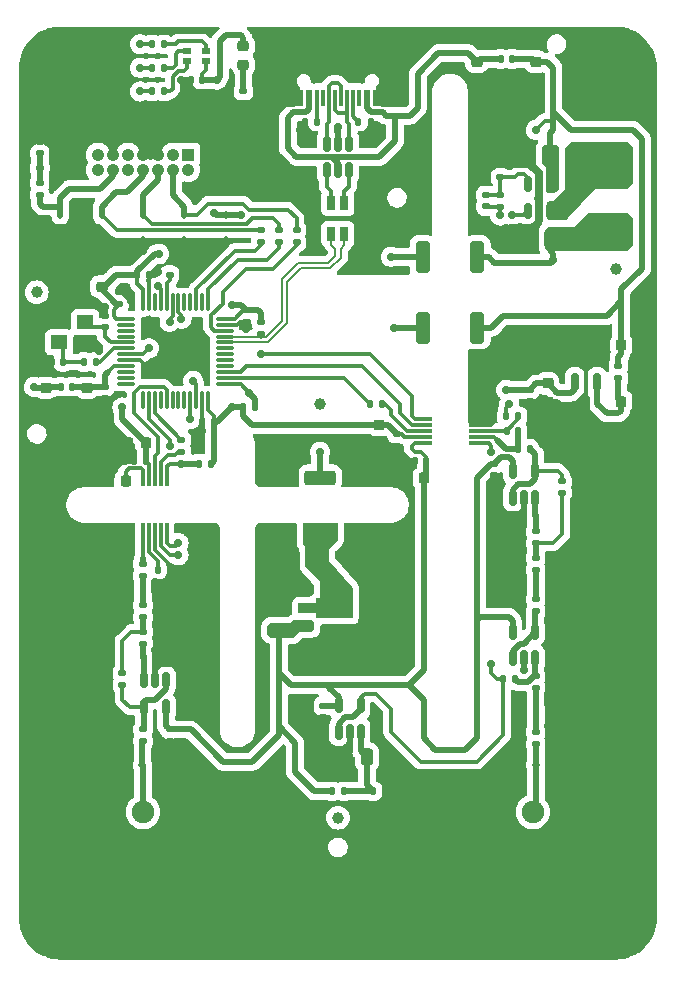
<source format=gtl>
%TF.GenerationSoftware,KiCad,Pcbnew,7.0.8*%
%TF.CreationDate,2024-04-22T21:24:50+09:00*%
%TF.ProjectId,MixedSignalKicad,4d697865-6453-4696-976e-616c4b696361,1.0*%
%TF.SameCoordinates,Original*%
%TF.FileFunction,Copper,L1,Top*%
%TF.FilePolarity,Positive*%
%FSLAX46Y46*%
G04 Gerber Fmt 4.6, Leading zero omitted, Abs format (unit mm)*
G04 Created by KiCad (PCBNEW 7.0.8) date 2024-04-22 21:24:50*
%MOMM*%
%LPD*%
G01*
G04 APERTURE LIST*
G04 Aperture macros list*
%AMRoundRect*
0 Rectangle with rounded corners*
0 $1 Rounding radius*
0 $2 $3 $4 $5 $6 $7 $8 $9 X,Y pos of 4 corners*
0 Add a 4 corners polygon primitive as box body*
4,1,4,$2,$3,$4,$5,$6,$7,$8,$9,$2,$3,0*
0 Add four circle primitives for the rounded corners*
1,1,$1+$1,$2,$3*
1,1,$1+$1,$4,$5*
1,1,$1+$1,$6,$7*
1,1,$1+$1,$8,$9*
0 Add four rect primitives between the rounded corners*
20,1,$1+$1,$2,$3,$4,$5,0*
20,1,$1+$1,$4,$5,$6,$7,0*
20,1,$1+$1,$6,$7,$8,$9,0*
20,1,$1+$1,$8,$9,$2,$3,0*%
%AMFreePoly0*
4,1,9,3.862500,-0.866500,0.737500,-0.866500,0.737500,-0.450000,-0.737500,-0.450000,-0.737500,0.450000,0.737500,0.450000,0.737500,0.866500,3.862500,0.866500,3.862500,-0.866500,3.862500,-0.866500,$1*%
G04 Aperture macros list end*
%TA.AperFunction,SMDPad,CuDef*%
%ADD10RoundRect,0.225000X0.225000X0.250000X-0.225000X0.250000X-0.225000X-0.250000X0.225000X-0.250000X0*%
%TD*%
%TA.AperFunction,SMDPad,CuDef*%
%ADD11RoundRect,0.218750X0.256250X-0.218750X0.256250X0.218750X-0.256250X0.218750X-0.256250X-0.218750X0*%
%TD*%
%TA.AperFunction,SMDPad,CuDef*%
%ADD12RoundRect,0.112500X-0.187500X-0.112500X0.187500X-0.112500X0.187500X0.112500X-0.187500X0.112500X0*%
%TD*%
%TA.AperFunction,SMDPad,CuDef*%
%ADD13RoundRect,0.135000X0.185000X-0.135000X0.185000X0.135000X-0.185000X0.135000X-0.185000X-0.135000X0*%
%TD*%
%TA.AperFunction,SMDPad,CuDef*%
%ADD14RoundRect,0.250000X-0.362500X-1.075000X0.362500X-1.075000X0.362500X1.075000X-0.362500X1.075000X0*%
%TD*%
%TA.AperFunction,SMDPad,CuDef*%
%ADD15RoundRect,0.250000X1.075000X-0.362500X1.075000X0.362500X-1.075000X0.362500X-1.075000X-0.362500X0*%
%TD*%
%TA.AperFunction,ComponentPad*%
%ADD16C,1.900000*%
%TD*%
%TA.AperFunction,ComponentPad*%
%ADD17C,3.000000*%
%TD*%
%TA.AperFunction,SMDPad,CuDef*%
%ADD18RoundRect,0.140000X-0.170000X0.140000X-0.170000X-0.140000X0.170000X-0.140000X0.170000X0.140000X0*%
%TD*%
%TA.AperFunction,SMDPad,CuDef*%
%ADD19RoundRect,0.150000X-0.150000X0.512500X-0.150000X-0.512500X0.150000X-0.512500X0.150000X0.512500X0*%
%TD*%
%TA.AperFunction,SMDPad,CuDef*%
%ADD20R,3.500000X2.350000*%
%TD*%
%TA.AperFunction,ComponentPad*%
%ADD21C,0.800000*%
%TD*%
%TA.AperFunction,ComponentPad*%
%ADD22C,6.400000*%
%TD*%
%TA.AperFunction,SMDPad,CuDef*%
%ADD23RoundRect,0.135000X0.135000X0.185000X-0.135000X0.185000X-0.135000X-0.185000X0.135000X-0.185000X0*%
%TD*%
%TA.AperFunction,SMDPad,CuDef*%
%ADD24C,1.000000*%
%TD*%
%TA.AperFunction,SMDPad,CuDef*%
%ADD25RoundRect,0.140000X0.140000X0.170000X-0.140000X0.170000X-0.140000X-0.170000X0.140000X-0.170000X0*%
%TD*%
%TA.AperFunction,SMDPad,CuDef*%
%ADD26RoundRect,0.225000X-0.225000X-0.250000X0.225000X-0.250000X0.225000X0.250000X-0.225000X0.250000X0*%
%TD*%
%TA.AperFunction,SMDPad,CuDef*%
%ADD27RoundRect,0.250000X0.250000X0.475000X-0.250000X0.475000X-0.250000X-0.475000X0.250000X-0.475000X0*%
%TD*%
%TA.AperFunction,SMDPad,CuDef*%
%ADD28RoundRect,0.135000X-0.185000X0.135000X-0.185000X-0.135000X0.185000X-0.135000X0.185000X0.135000X0*%
%TD*%
%TA.AperFunction,SMDPad,CuDef*%
%ADD29RoundRect,0.140000X0.170000X-0.140000X0.170000X0.140000X-0.170000X0.140000X-0.170000X-0.140000X0*%
%TD*%
%TA.AperFunction,SMDPad,CuDef*%
%ADD30RoundRect,0.147500X0.147500X0.172500X-0.147500X0.172500X-0.147500X-0.172500X0.147500X-0.172500X0*%
%TD*%
%TA.AperFunction,SMDPad,CuDef*%
%ADD31R,1.400000X1.200000*%
%TD*%
%TA.AperFunction,SMDPad,CuDef*%
%ADD32RoundRect,0.112500X-0.112500X0.187500X-0.112500X-0.187500X0.112500X-0.187500X0.112500X0.187500X0*%
%TD*%
%TA.AperFunction,SMDPad,CuDef*%
%ADD33RoundRect,0.150000X0.150000X-0.512500X0.150000X0.512500X-0.150000X0.512500X-0.150000X-0.512500X0*%
%TD*%
%TA.AperFunction,SMDPad,CuDef*%
%ADD34RoundRect,0.135000X-0.135000X-0.185000X0.135000X-0.185000X0.135000X0.185000X-0.135000X0.185000X0*%
%TD*%
%TA.AperFunction,SMDPad,CuDef*%
%ADD35R,0.600000X1.450000*%
%TD*%
%TA.AperFunction,SMDPad,CuDef*%
%ADD36R,0.300000X1.450000*%
%TD*%
%TA.AperFunction,ComponentPad*%
%ADD37O,1.000000X2.100000*%
%TD*%
%TA.AperFunction,ComponentPad*%
%ADD38O,1.000000X1.600000*%
%TD*%
%TA.AperFunction,ComponentPad*%
%ADD39R,1.070000X1.070000*%
%TD*%
%TA.AperFunction,ComponentPad*%
%ADD40C,1.070000*%
%TD*%
%TA.AperFunction,SMDPad,CuDef*%
%ADD41RoundRect,0.150000X-0.150000X0.587500X-0.150000X-0.587500X0.150000X-0.587500X0.150000X0.587500X0*%
%TD*%
%TA.AperFunction,SMDPad,CuDef*%
%ADD42RoundRect,0.225000X-0.250000X0.225000X-0.250000X-0.225000X0.250000X-0.225000X0.250000X0.225000X0*%
%TD*%
%TA.AperFunction,SMDPad,CuDef*%
%ADD43R,1.300000X0.900000*%
%TD*%
%TA.AperFunction,SMDPad,CuDef*%
%ADD44FreePoly0,0.000000*%
%TD*%
%TA.AperFunction,SMDPad,CuDef*%
%ADD45R,0.300000X1.375000*%
%TD*%
%TA.AperFunction,SMDPad,CuDef*%
%ADD46RoundRect,0.140000X-0.140000X-0.170000X0.140000X-0.170000X0.140000X0.170000X-0.140000X0.170000X0*%
%TD*%
%TA.AperFunction,SMDPad,CuDef*%
%ADD47RoundRect,0.075000X-0.662500X-0.075000X0.662500X-0.075000X0.662500X0.075000X-0.662500X0.075000X0*%
%TD*%
%TA.AperFunction,SMDPad,CuDef*%
%ADD48RoundRect,0.075000X-0.075000X-0.662500X0.075000X-0.662500X0.075000X0.662500X-0.075000X0.662500X0*%
%TD*%
%TA.AperFunction,SMDPad,CuDef*%
%ADD49RoundRect,0.250000X0.475000X-0.250000X0.475000X0.250000X-0.475000X0.250000X-0.475000X-0.250000X0*%
%TD*%
%TA.AperFunction,SMDPad,CuDef*%
%ADD50R,0.800000X0.550000*%
%TD*%
%TA.AperFunction,SMDPad,CuDef*%
%ADD51RoundRect,0.225000X0.250000X-0.225000X0.250000X0.225000X-0.250000X0.225000X-0.250000X-0.225000X0*%
%TD*%
%TA.AperFunction,SMDPad,CuDef*%
%ADD52RoundRect,0.147500X-0.147500X-0.172500X0.147500X-0.172500X0.147500X0.172500X-0.147500X0.172500X0*%
%TD*%
%TA.AperFunction,SMDPad,CuDef*%
%ADD53R,1.375000X0.300000*%
%TD*%
%TA.AperFunction,SMDPad,CuDef*%
%ADD54R,0.700000X1.200000*%
%TD*%
%TA.AperFunction,ViaPad*%
%ADD55C,0.700000*%
%TD*%
%TA.AperFunction,ViaPad*%
%ADD56C,0.800000*%
%TD*%
%TA.AperFunction,Conductor*%
%ADD57C,0.500000*%
%TD*%
%TA.AperFunction,Conductor*%
%ADD58C,0.300000*%
%TD*%
%TA.AperFunction,Conductor*%
%ADD59C,0.200000*%
%TD*%
G04 APERTURE END LIST*
D10*
%TO.P,C402,1*%
%TO.N,/DAC/DAC_VREF*%
X129525000Y-89000000D03*
%TO.P,C402,2*%
%TO.N,GND*%
X127975000Y-89000000D03*
%TD*%
D11*
%TO.P,D100,1,K*%
%TO.N,/Power/LED_PWR_K*%
X139500000Y-53750000D03*
%TO.P,D100,2,A*%
%TO.N,+3V3*%
X139500000Y-52175000D03*
%TD*%
D12*
%TO.P,D400,1,A1*%
%TO.N,/DAC/OUT*%
X130950000Y-113000000D03*
%TO.P,D400,2,A2*%
%TO.N,GND*%
X133050000Y-113000000D03*
%TD*%
D13*
%TO.P,R402,1*%
%TO.N,Net-(C403-Pad1)*%
X131000000Y-97010000D03*
%TO.P,R402,2*%
%TO.N,/DAC/DAC_OUT_A*%
X131000000Y-95990000D03*
%TD*%
D14*
%TO.P,R105,1*%
%TO.N,+3V3*%
X154687500Y-70000000D03*
%TO.P,R105,2*%
%TO.N,/Power/Buck-3.3V*%
X159312500Y-70000000D03*
%TD*%
D15*
%TO.P,R102,1*%
%TO.N,/Power/+5V_FILT*%
X146000000Y-93312500D03*
%TO.P,R102,2*%
%TO.N,Net-(R101-Pad1)*%
X146000000Y-88687500D03*
%TD*%
D16*
%TO.P,J300,1,In*%
%TO.N,/ADC/IN*%
X164000000Y-117000000D03*
D17*
%TO.P,J300,2,Ext*%
%TO.N,GND*%
X169080000Y-122080000D03*
D16*
X166540000Y-117000000D03*
D17*
X158920000Y-122080000D03*
%TD*%
D18*
%TO.P,C314,1*%
%TO.N,+3V3*%
X152500000Y-85020000D03*
%TO.P,C314,2*%
%TO.N,GND*%
X152500000Y-85980000D03*
%TD*%
D19*
%TO.P,U201,1,I/O1*%
%TO.N,/MCU/USB_CONN_D-*%
X148450000Y-60410000D03*
%TO.P,U201,2,GND*%
%TO.N,GND*%
X147500000Y-60410000D03*
%TO.P,U201,3,I/O2*%
%TO.N,/MCU/USB_CONN_D+*%
X146550000Y-60410000D03*
%TO.P,U201,4,I/O2*%
%TO.N,/MCU/USB_CMC_D+*%
X146550000Y-62685000D03*
%TO.P,U201,5,VBUS*%
%TO.N,VBUS*%
X147500000Y-62685000D03*
%TO.P,U201,6,I/O1*%
%TO.N,/MCU/USB_CMC_D-*%
X148450000Y-62685000D03*
%TD*%
D20*
%TO.P,L101,1,1*%
%TO.N,/Power/BUCK_SW*%
X170250000Y-61975000D03*
%TO.P,L101,2,2*%
%TO.N,/Power/Buck-3.3V*%
X170250000Y-68025000D03*
%TD*%
D21*
%TO.P,H2,1,1*%
%TO.N,GND*%
X170000000Y-52600000D03*
X171697056Y-53302944D03*
X168302944Y-53302944D03*
X172400000Y-55000000D03*
D22*
X170000000Y-55000000D03*
D21*
X167600000Y-55000000D03*
X171697056Y-56697056D03*
X168302944Y-56697056D03*
X170000000Y-57400000D03*
%TD*%
D23*
%TO.P,R206,1*%
%TO.N,/MCU/USB_CONN_CC2*%
X145760000Y-58547500D03*
%TO.P,R206,2*%
%TO.N,GND*%
X144740000Y-58547500D03*
%TD*%
D10*
%TO.P,C312,1*%
%TO.N,+3.3VA*%
X154775000Y-88750000D03*
%TO.P,C312,2*%
%TO.N,GND*%
X153225000Y-88750000D03*
%TD*%
D24*
%TO.P,Fiducial3,*%
%TO.N,*%
X146000000Y-82500000D03*
%TD*%
D25*
%TO.P,C307,1*%
%TO.N,/ADC/ADC_IN+*%
X162750000Y-84750000D03*
%TO.P,C307,2*%
%TO.N,/ADC/ADC_IN-*%
X161790000Y-84750000D03*
%TD*%
D18*
%TO.P,C405,1*%
%TO.N,Net-(C405-Pad1)*%
X129250000Y-105270000D03*
%TO.P,C405,2*%
%TO.N,/DAC/OUT_AA_BUF_OUT*%
X129250000Y-106230000D03*
%TD*%
D26*
%TO.P,C309,1*%
%TO.N,/ADC/ADC_VREF_VIN*%
X171475000Y-82250000D03*
%TO.P,C309,2*%
%TO.N,GND*%
X173025000Y-82250000D03*
%TD*%
D25*
%TO.P,C401,1*%
%TO.N,+3V3*%
X131230000Y-87250000D03*
%TO.P,C401,2*%
%TO.N,GND*%
X130270000Y-87250000D03*
%TD*%
%TO.P,C313,1*%
%TO.N,+3.3VA*%
X154980000Y-87250000D03*
%TO.P,C313,2*%
%TO.N,GND*%
X154020000Y-87250000D03*
%TD*%
D27*
%TO.P,C107,1*%
%TO.N,/Power/VREF*%
X149950000Y-112362500D03*
%TO.P,C107,2*%
%TO.N,GND*%
X148050000Y-112362500D03*
%TD*%
D24*
%TO.P,Fiducial1,*%
%TO.N,*%
X122000000Y-73000000D03*
%TD*%
D25*
%TO.P,C202,1*%
%TO.N,+3V3*%
X136980000Y-84000000D03*
%TO.P,C202,2*%
%TO.N,GND*%
X136020000Y-84000000D03*
%TD*%
D28*
%TO.P,R305,1*%
%TO.N,/ADC/IN_AA_BUF_IN*%
X164250000Y-93240000D03*
%TO.P,R305,2*%
%TO.N,Net-(C305-Pad1)*%
X164250000Y-94260000D03*
%TD*%
D29*
%TO.P,C302,1*%
%TO.N,+3.3VA*%
X160750000Y-100480000D03*
%TO.P,C302,2*%
%TO.N,GND*%
X160750000Y-99520000D03*
%TD*%
D30*
%TO.P,L200,1,1*%
%TO.N,VDDA*%
X124985000Y-81000000D03*
%TO.P,L200,2,2*%
%TO.N,+3V3*%
X124015000Y-81000000D03*
%TD*%
D31*
%TO.P,Y200,1,1*%
%TO.N,/MCU/HSE_IN*%
X126100000Y-75550000D03*
%TO.P,Y200,2,2*%
%TO.N,GND*%
X123900000Y-75550000D03*
%TO.P,Y200,3,3*%
%TO.N,/MCU/XTAL_IN*%
X123900000Y-77250000D03*
%TO.P,Y200,4,4*%
%TO.N,GND*%
X126100000Y-77250000D03*
%TD*%
D16*
%TO.P,J400,1,In*%
%TO.N,/DAC/OUT*%
X131000000Y-117000000D03*
D17*
%TO.P,J400,2,Ext*%
%TO.N,GND*%
X136080000Y-122080000D03*
D16*
X133540000Y-117000000D03*
D17*
X125920000Y-122080000D03*
%TD*%
D23*
%TO.P,R301,1*%
%TO.N,GND*%
X165260000Y-109000000D03*
%TO.P,R301,2*%
%TO.N,/ADC/IN_RF*%
X164240000Y-109000000D03*
%TD*%
D32*
%TO.P,D203,1,A1*%
%TO.N,/MCU/CONN_SWCLK*%
X131000000Y-66450000D03*
%TO.P,D203,2,A2*%
%TO.N,GND*%
X131000000Y-68550000D03*
%TD*%
D23*
%TO.P,R302,1*%
%TO.N,/ADC/IN_BUF*%
X162510000Y-105750000D03*
%TO.P,R302,2*%
%TO.N,VCOM*%
X161490000Y-105750000D03*
%TD*%
D25*
%TO.P,C303,1*%
%TO.N,Net-(C303-Pad1)*%
X164250000Y-97750000D03*
%TO.P,C303,2*%
%TO.N,GND*%
X163290000Y-97750000D03*
%TD*%
D29*
%TO.P,C212,1*%
%TO.N,/MCU/NRST*%
X122250000Y-61230000D03*
%TO.P,C212,2*%
%TO.N,GND*%
X122250000Y-60270000D03*
%TD*%
D33*
%TO.P,U101,1,EN*%
%TO.N,+5V*%
X163550000Y-66137500D03*
%TO.P,U101,2,GND*%
%TO.N,GND*%
X164500000Y-66137500D03*
%TO.P,U101,3,SW*%
%TO.N,/Power/BUCK_SW*%
X165450000Y-66137500D03*
%TO.P,U101,4,VIN*%
%TO.N,+5V*%
X165450000Y-63862500D03*
%TO.P,U101,5,FB*%
%TO.N,/Power/BUCK_FB*%
X163550000Y-63862500D03*
%TD*%
D13*
%TO.P,R404,1*%
%TO.N,/DAC/OUT_AA_BUF_IN*%
X131000000Y-102770000D03*
%TO.P,R404,2*%
%TO.N,Net-(C405-Pad1)*%
X131000000Y-101750000D03*
%TD*%
D34*
%TO.P,R207,1*%
%TO.N,/MCU/TIM4_CH3*%
X131740000Y-56000000D03*
%TO.P,R207,2*%
%TO.N,/MCU/LED_R_K*%
X132760000Y-56000000D03*
%TD*%
%TO.P,R208,1*%
%TO.N,/MCU/TIM4_CH1*%
X131740000Y-54000000D03*
%TO.P,R208,2*%
%TO.N,/MCU/LED_G_K*%
X132760000Y-54000000D03*
%TD*%
%TO.P,R401,1*%
%TO.N,/DAC/DAC_OUT_B*%
X132240000Y-96500000D03*
%TO.P,R401,2*%
%TO.N,GND*%
X133260000Y-96500000D03*
%TD*%
D35*
%TO.P,J200,A1,GND*%
%TO.N,GND*%
X150750000Y-56545000D03*
%TO.P,J200,A4,VBUS*%
%TO.N,VBUS*%
X149950000Y-56545000D03*
D36*
%TO.P,J200,A5,CC1*%
%TO.N,/MCU/USB_CONN_CC1*%
X148750000Y-56545000D03*
%TO.P,J200,A6,D+*%
%TO.N,/MCU/USB_CONN_D+*%
X147750000Y-56545000D03*
%TO.P,J200,A7,D-*%
%TO.N,/MCU/USB_CONN_D-*%
X147250000Y-56545000D03*
%TO.P,J200,A8,SBU1*%
%TO.N,unconnected-(J200-SBU1-PadA8)*%
X146250000Y-56545000D03*
D35*
%TO.P,J200,A9,VBUS*%
%TO.N,VBUS*%
X145050000Y-56545000D03*
%TO.P,J200,A12,GND*%
%TO.N,GND*%
X144250000Y-56545000D03*
%TO.P,J200,B1,GND*%
X144250000Y-56545000D03*
%TO.P,J200,B4,VBUS*%
%TO.N,VBUS*%
X145050000Y-56545000D03*
D36*
%TO.P,J200,B5,CC2*%
%TO.N,/MCU/USB_CONN_CC2*%
X145750000Y-56545000D03*
%TO.P,J200,B6,D+*%
%TO.N,/MCU/USB_CONN_D+*%
X146750000Y-56545000D03*
%TO.P,J200,B7,D-*%
%TO.N,/MCU/USB_CONN_D-*%
X148250000Y-56545000D03*
%TO.P,J200,B8,SBU2*%
%TO.N,unconnected-(J200-SBU2-PadB8)*%
X149250000Y-56545000D03*
D35*
%TO.P,J200,B9,VBUS*%
%TO.N,VBUS*%
X149950000Y-56545000D03*
%TO.P,J200,B12,GND*%
%TO.N,GND*%
X150750000Y-56545000D03*
D37*
%TO.P,J200,S1,SHIELD*%
X151820000Y-55630000D03*
D38*
X151820000Y-51450000D03*
D37*
X143180000Y-55630000D03*
D38*
X143180000Y-51450000D03*
%TD*%
D23*
%TO.P,R201,1*%
%TO.N,/MCU/HSE_OUT*%
X127010000Y-78900000D03*
%TO.P,R201,2*%
%TO.N,/MCU/XTAL_IN*%
X125990000Y-78900000D03*
%TD*%
D13*
%TO.P,R210,1*%
%TO.N,/MCU/SWDIO*%
X144000000Y-68760000D03*
%TO.P,R210,2*%
%TO.N,/MCU/CONN_SWDIO*%
X144000000Y-67740000D03*
%TD*%
D28*
%TO.P,R400,1*%
%TO.N,SPI1_SCK*%
X134250000Y-85490000D03*
%TO.P,R400,2*%
%TO.N,/DAC/DAC_SCLK*%
X134250000Y-86510000D03*
%TD*%
D34*
%TO.P,R309,1*%
%TO.N,SPI2_SCK*%
X150240000Y-82500000D03*
%TO.P,R309,2*%
%TO.N,/ADC/ADC_SCLK*%
X151260000Y-82500000D03*
%TD*%
D39*
%TO.P,J201,1,Pin_1*%
%TO.N,unconnected-(J201-Pin_1-Pad1)*%
X134810000Y-61365000D03*
D40*
%TO.P,J201,2,Pin_2*%
%TO.N,unconnected-(J201-Pin_2-Pad2)*%
X134810000Y-62635000D03*
%TO.P,J201,3,Pin_3*%
%TO.N,+3V3*%
X133540000Y-61365000D03*
%TO.P,J201,4,Pin_4*%
%TO.N,/MCU/CONN_SWDIO*%
X133540000Y-62635000D03*
%TO.P,J201,5,Pin_5*%
%TO.N,GND*%
X132270000Y-61365000D03*
%TO.P,J201,6,Pin_6*%
%TO.N,/MCU/CONN_SWCLK*%
X132270000Y-62635000D03*
%TO.P,J201,7,Pin_7*%
%TO.N,GND*%
X131000000Y-61365000D03*
%TO.P,J201,8,Pin_8*%
%TO.N,/MCU/CONN_SWO*%
X131000000Y-62635000D03*
%TO.P,J201,9,Pin_9*%
%TO.N,unconnected-(J201-Pin_9-Pad9)*%
X129730000Y-61365000D03*
%TO.P,J201,10,Pin_10*%
%TO.N,unconnected-(J201-Pin_10-Pad10)*%
X129730000Y-62635000D03*
%TO.P,J201,11,Pin_11*%
%TO.N,GND*%
X128460000Y-61365000D03*
%TO.P,J201,12,Pin_12*%
%TO.N,/MCU/CONN_NRST*%
X128460000Y-62635000D03*
%TO.P,J201,13,Pin_13*%
%TO.N,unconnected-(J201-Pin_13-Pad13)*%
X127190000Y-61365000D03*
%TO.P,J201,14,Pin_14*%
%TO.N,unconnected-(J201-Pin_14-Pad14)*%
X127190000Y-62635000D03*
%TD*%
D27*
%TO.P,C104,1*%
%TO.N,+5V*%
X165450000Y-61500000D03*
%TO.P,C104,2*%
%TO.N,GND*%
X163550000Y-61500000D03*
%TD*%
D41*
%TO.P,U302,1,IN*%
%TO.N,/ADC/ADC_VREF_VIN*%
X169450000Y-80562500D03*
%TO.P,U302,2,OUT*%
%TO.N,/ADC/ADC_VREF*%
X167550000Y-80562500D03*
%TO.P,U302,3,GND*%
%TO.N,GND*%
X168500000Y-82437500D03*
%TD*%
D28*
%TO.P,R300,1*%
%TO.N,/ADC/IN_RF*%
X164250000Y-110240000D03*
%TO.P,R300,2*%
%TO.N,/ADC/IN*%
X164250000Y-111260000D03*
%TD*%
D42*
%TO.P,C310,1*%
%TO.N,/ADC/ADC_VREF*%
X165250000Y-80725000D03*
%TO.P,C310,2*%
%TO.N,GND*%
X165250000Y-82275000D03*
%TD*%
D34*
%TO.P,R306,1*%
%TO.N,/ADC/ADC_IN+*%
X162730000Y-86250000D03*
%TO.P,R306,2*%
%TO.N,/ADC/IN_AA_BUF_OUT*%
X163750000Y-86250000D03*
%TD*%
D25*
%TO.P,C211,1*%
%TO.N,+3V3*%
X135980000Y-55000000D03*
%TO.P,C211,2*%
%TO.N,GND*%
X135020000Y-55000000D03*
%TD*%
%TO.P,C209,1*%
%TO.N,/MCU/XTAL_IN*%
X124230000Y-78900000D03*
%TO.P,C209,2*%
%TO.N,GND*%
X123270000Y-78900000D03*
%TD*%
D43*
%TO.P,U100,1,GND*%
%TO.N,GND*%
X144800000Y-98250000D03*
D44*
%TO.P,U100,2,VIN*%
%TO.N,/Power/+5V_FILT*%
X144887500Y-99750000D03*
D43*
%TO.P,U100,3,VOUT*%
%TO.N,+3.3VA*%
X144800000Y-101250000D03*
%TD*%
D18*
%TO.P,C205,1*%
%TO.N,VDDA*%
X127750000Y-81020000D03*
%TO.P,C205,2*%
%TO.N,GND*%
X127750000Y-81980000D03*
%TD*%
D34*
%TO.P,R209,1*%
%TO.N,/MCU/TIM4_CH2*%
X131740000Y-52000000D03*
%TO.P,R209,2*%
%TO.N,/MCU/LED_Y_K*%
X132760000Y-52000000D03*
%TD*%
D24*
%TO.P,Fiducial2,*%
%TO.N,*%
X171000000Y-71000000D03*
%TD*%
D18*
%TO.P,C311,1*%
%TO.N,/ADC/ADC_VREF*%
X163750000Y-81270000D03*
%TO.P,C311,2*%
%TO.N,GND*%
X163750000Y-82230000D03*
%TD*%
D45*
%TO.P,U400,1,VOUT_A*%
%TO.N,/DAC/DAC_OUT_A*%
X131000000Y-93237500D03*
%TO.P,U400,2,VOUT_B*%
%TO.N,/DAC/DAC_OUT_B*%
X131500000Y-93237500D03*
%TO.P,U400,3,GND*%
%TO.N,GND*%
X132000000Y-93237500D03*
%TO.P,U400,4,NLDAC*%
%TO.N,DAC_NLDAC*%
X132500000Y-93237500D03*
%TO.P,U400,5,NCLR*%
%TO.N,DAC_NCLR*%
X133000000Y-93237500D03*
%TO.P,U400,6,NSYNC*%
%TO.N,SPI1_NSS*%
X133000000Y-88762500D03*
%TO.P,U400,7,SCLK*%
%TO.N,/DAC/DAC_SCLK*%
X132500000Y-88762500D03*
%TO.P,U400,8,DIN*%
%TO.N,SPI1_MOSI*%
X132000000Y-88762500D03*
%TO.P,U400,9,AVDD*%
%TO.N,+3V3*%
X131500000Y-88762500D03*
%TO.P,U400,10,VREFIN/VREFOUT*%
%TO.N,/DAC/DAC_VREF*%
X131000000Y-88762500D03*
%TD*%
D33*
%TO.P,U102,1*%
%TO.N,VCOM*%
X147550000Y-110250000D03*
%TO.P,U102,2,V-*%
%TO.N,GND*%
X148500000Y-110250000D03*
%TO.P,U102,3,+*%
%TO.N,/Power/VREF*%
X149450000Y-110250000D03*
%TO.P,U102,4,-*%
%TO.N,VCOM*%
X149450000Y-107975000D03*
%TO.P,U102,5,V+*%
%TO.N,+3.3VA*%
X147550000Y-107975000D03*
%TD*%
D18*
%TO.P,C406,1*%
%TO.N,+3.3VA*%
X133250000Y-110020000D03*
%TO.P,C406,2*%
%TO.N,GND*%
X133250000Y-110980000D03*
%TD*%
D32*
%TO.P,D201,1,A1*%
%TO.N,+3V3*%
X138000000Y-66450000D03*
%TO.P,D201,2,A2*%
%TO.N,GND*%
X138000000Y-68550000D03*
%TD*%
D46*
%TO.P,C404,1*%
%TO.N,/DAC/OUT_AA_BUF_IN*%
X131040000Y-104000000D03*
%TO.P,C404,2*%
%TO.N,GND*%
X132000000Y-104000000D03*
%TD*%
D12*
%TO.P,D300,1,A1*%
%TO.N,/ADC/IN*%
X164250000Y-113000000D03*
%TO.P,D300,2,A2*%
%TO.N,GND*%
X166350000Y-113000000D03*
%TD*%
D28*
%TO.P,R103,1*%
%TO.N,/Power/BUCK_FB*%
X161250000Y-64740000D03*
%TO.P,R103,2*%
%TO.N,/Power/Buck-3.3V*%
X161250000Y-65760000D03*
%TD*%
D47*
%TO.P,U200,1,VBAT*%
%TO.N,+3V3*%
X129587500Y-75250000D03*
%TO.P,U200,2,PC13*%
%TO.N,unconnected-(U200-PC13-Pad2)*%
X129587500Y-75750000D03*
%TO.P,U200,3,PC14*%
%TO.N,unconnected-(U200-PC14-Pad3)*%
X129587500Y-76250000D03*
%TO.P,U200,4,PC15*%
%TO.N,unconnected-(U200-PC15-Pad4)*%
X129587500Y-76750000D03*
%TO.P,U200,5,PD0*%
%TO.N,/MCU/HSE_IN*%
X129587500Y-77250000D03*
%TO.P,U200,6,PD1*%
%TO.N,/MCU/HSE_OUT*%
X129587500Y-77750000D03*
%TO.P,U200,7,NRST*%
%TO.N,/MCU/NRST*%
X129587500Y-78250000D03*
%TO.P,U200,8,VSSA*%
%TO.N,GND*%
X129587500Y-78750000D03*
%TO.P,U200,9,VDDA*%
%TO.N,VDDA*%
X129587500Y-79250000D03*
%TO.P,U200,10,PA0*%
%TO.N,unconnected-(U200-PA0-Pad10)*%
X129587500Y-79750000D03*
%TO.P,U200,11,PA1*%
%TO.N,unconnected-(U200-PA1-Pad11)*%
X129587500Y-80250000D03*
%TO.P,U200,12,PA2*%
%TO.N,unconnected-(U200-PA2-Pad12)*%
X129587500Y-80750000D03*
D48*
%TO.P,U200,13,PA3*%
%TO.N,unconnected-(U200-PA3-Pad13)*%
X131000000Y-82162500D03*
%TO.P,U200,14,PA4*%
%TO.N,SPI1_NSS*%
X131500000Y-82162500D03*
%TO.P,U200,15,PA5*%
%TO.N,SPI1_SCK*%
X132000000Y-82162500D03*
%TO.P,U200,16,PA6*%
%TO.N,unconnected-(U200-PA6-Pad16)*%
X132500000Y-82162500D03*
%TO.P,U200,17,PA7*%
%TO.N,SPI1_MOSI*%
X133000000Y-82162500D03*
%TO.P,U200,18,PB0*%
%TO.N,unconnected-(U200-PB0-Pad18)*%
X133500000Y-82162500D03*
%TO.P,U200,19,PB1*%
%TO.N,unconnected-(U200-PB1-Pad19)*%
X134000000Y-82162500D03*
%TO.P,U200,20,PB2*%
%TO.N,unconnected-(U200-PB2-Pad20)*%
X134500000Y-82162500D03*
%TO.P,U200,21,PB10*%
%TO.N,DAC_NCLR*%
X135000000Y-82162500D03*
%TO.P,U200,22,PB11*%
%TO.N,DAC_NLDAC*%
X135500000Y-82162500D03*
%TO.P,U200,23,VSS*%
%TO.N,GND*%
X136000000Y-82162500D03*
%TO.P,U200,24,VDD*%
%TO.N,+3V3*%
X136500000Y-82162500D03*
D47*
%TO.P,U200,25,PB12*%
%TO.N,SPI2_NSS*%
X137912500Y-80750000D03*
%TO.P,U200,26,PB13*%
%TO.N,SPI2_SCK*%
X137912500Y-80250000D03*
%TO.P,U200,27,PB14*%
%TO.N,SPI2_MISO*%
X137912500Y-79750000D03*
%TO.P,U200,28,PB15*%
%TO.N,unconnected-(U200-PB15-Pad28)*%
X137912500Y-79250000D03*
%TO.P,U200,29,PA8*%
%TO.N,unconnected-(U200-PA8-Pad29)*%
X137912500Y-78750000D03*
%TO.P,U200,30,PA9*%
%TO.N,unconnected-(U200-PA9-Pad30)*%
X137912500Y-78250000D03*
%TO.P,U200,31,PA10*%
%TO.N,unconnected-(U200-PA10-Pad31)*%
X137912500Y-77750000D03*
%TO.P,U200,32,PA11*%
%TO.N,/MCU/USB_D-*%
X137912500Y-77250000D03*
%TO.P,U200,33,PA12*%
%TO.N,/MCU/USB_D+*%
X137912500Y-76750000D03*
%TO.P,U200,34,PA13*%
%TO.N,/MCU/SWDIO*%
X137912500Y-76250000D03*
%TO.P,U200,35,VSS*%
%TO.N,GND*%
X137912500Y-75750000D03*
%TO.P,U200,36,VDD*%
%TO.N,+3V3*%
X137912500Y-75250000D03*
D48*
%TO.P,U200,37,PA14*%
%TO.N,/MCU/SWCLK*%
X136500000Y-73837500D03*
%TO.P,U200,38,PA15*%
%TO.N,unconnected-(U200-PA15-Pad38)*%
X136000000Y-73837500D03*
%TO.P,U200,39,PB3*%
%TO.N,/MCU/SWO*%
X135500000Y-73837500D03*
%TO.P,U200,40,PB4*%
%TO.N,unconnected-(U200-PB4-Pad40)*%
X135000000Y-73837500D03*
%TO.P,U200,41,PB5*%
%TO.N,unconnected-(U200-PB5-Pad41)*%
X134500000Y-73837500D03*
%TO.P,U200,42,PB6*%
%TO.N,/MCU/TIM4_CH1*%
X134000000Y-73837500D03*
%TO.P,U200,43,PB7*%
%TO.N,/MCU/TIM4_CH2*%
X133500000Y-73837500D03*
%TO.P,U200,44,BOOT0*%
%TO.N,/MCU/BOOT0*%
X133000000Y-73837500D03*
%TO.P,U200,45,PB8*%
%TO.N,/MCU/TIM4_CH3*%
X132500000Y-73837500D03*
%TO.P,U200,46,PB9*%
%TO.N,unconnected-(U200-PB9-Pad46)*%
X132000000Y-73837500D03*
%TO.P,U200,47,VSS*%
%TO.N,GND*%
X131500000Y-73837500D03*
%TO.P,U200,48,VDD*%
%TO.N,+3V3*%
X131000000Y-73837500D03*
%TD*%
D19*
%TO.P,U401,1*%
%TO.N,/DAC/OUT_AA_BUF_OUT*%
X132950000Y-105862500D03*
%TO.P,U401,2,V-*%
%TO.N,GND*%
X132000000Y-105862500D03*
%TO.P,U401,3,+*%
%TO.N,/DAC/OUT_AA_BUF_IN*%
X131050000Y-105862500D03*
%TO.P,U401,4,-*%
%TO.N,/DAC/OUT_AA_BUF_OUT*%
X131050000Y-108137500D03*
%TO.P,U401,5,V+*%
%TO.N,+3.3VA*%
X132950000Y-108137500D03*
%TD*%
D33*
%TO.P,U301,1*%
%TO.N,/ADC/IN_AA_BUF_OUT*%
X162300000Y-90387500D03*
%TO.P,U301,2,V-*%
%TO.N,GND*%
X163250000Y-90387500D03*
%TO.P,U301,3,+*%
%TO.N,/ADC/IN_AA_BUF_IN*%
X164200000Y-90387500D03*
%TO.P,U301,4,-*%
%TO.N,/ADC/IN_AA_BUF_OUT*%
X164200000Y-88112500D03*
%TO.P,U301,5,V+*%
%TO.N,+3.3VA*%
X162300000Y-88112500D03*
%TD*%
D24*
%TO.P,Fiducial4,*%
%TO.N,*%
X147500000Y-117500000D03*
%TD*%
D28*
%TO.P,R303,1*%
%TO.N,Net-(C303-Pad1)*%
X164250000Y-98990000D03*
%TO.P,R303,2*%
%TO.N,/ADC/IN_BUF_OUT*%
X164250000Y-100010000D03*
%TD*%
D23*
%TO.P,R108,1*%
%TO.N,GND*%
X151510000Y-115250000D03*
%TO.P,R108,2*%
%TO.N,/Power/VREF*%
X150490000Y-115250000D03*
%TD*%
D18*
%TO.P,C301,1*%
%TO.N,/ADC/IN_BUF*%
X164250000Y-105520000D03*
%TO.P,C301,2*%
%TO.N,/ADC/IN_RF*%
X164250000Y-106480000D03*
%TD*%
D32*
%TO.P,D204,1,A1*%
%TO.N,/MCU/CONN_SWO*%
X127500000Y-66450000D03*
%TO.P,D204,2,A2*%
%TO.N,GND*%
X127500000Y-68550000D03*
%TD*%
D29*
%TO.P,C106,1*%
%TO.N,/Power/Buck-3.3V*%
X160000000Y-65730000D03*
%TO.P,C106,2*%
%TO.N,/Power/BUCK_FB*%
X160000000Y-64770000D03*
%TD*%
D13*
%TO.P,R211,1*%
%TO.N,/MCU/SWCLK*%
X142500000Y-68770000D03*
%TO.P,R211,2*%
%TO.N,/MCU/CONN_SWCLK*%
X142500000Y-67750000D03*
%TD*%
D25*
%TO.P,C304,1*%
%TO.N,/ADC/IN_AA_BUF_IN*%
X164250000Y-92000000D03*
%TO.P,C304,2*%
%TO.N,GND*%
X163290000Y-92000000D03*
%TD*%
D42*
%TO.P,C315,1*%
%TO.N,+3V3*%
X151000000Y-84245000D03*
%TO.P,C315,2*%
%TO.N,GND*%
X151000000Y-85795000D03*
%TD*%
D18*
%TO.P,C306,1*%
%TO.N,+3.3VA*%
X160750000Y-87540000D03*
%TO.P,C306,2*%
%TO.N,GND*%
X160750000Y-88500000D03*
%TD*%
D42*
%TO.P,C207,1*%
%TO.N,+3V3*%
X122750000Y-81100000D03*
%TO.P,C207,2*%
%TO.N,GND*%
X122750000Y-82650000D03*
%TD*%
D21*
%TO.P,H3,1,1*%
%TO.N,GND*%
X147500000Y-122600000D03*
X149197056Y-123302944D03*
X145802944Y-123302944D03*
X149900000Y-125000000D03*
D22*
X147500000Y-125000000D03*
D21*
X145100000Y-125000000D03*
X149197056Y-126697056D03*
X145802944Y-126697056D03*
X147500000Y-127400000D03*
%TD*%
D13*
%TO.P,R403,1*%
%TO.N,Net-(C405-Pad1)*%
X131000000Y-100510000D03*
%TO.P,R403,2*%
%TO.N,Net-(C403-Pad1)*%
X131000000Y-99490000D03*
%TD*%
D28*
%TO.P,R304,1*%
%TO.N,Net-(C305-Pad1)*%
X164250000Y-95490000D03*
%TO.P,R304,2*%
%TO.N,Net-(C303-Pad1)*%
X164250000Y-96510000D03*
%TD*%
D23*
%TO.P,R107,1*%
%TO.N,/Power/VREF*%
X148010000Y-115250000D03*
%TO.P,R107,2*%
%TO.N,+3.3VA*%
X146990000Y-115250000D03*
%TD*%
D46*
%TO.P,C204,1*%
%TO.N,+3V3*%
X130520000Y-71500000D03*
%TO.P,C204,2*%
%TO.N,GND*%
X131480000Y-71500000D03*
%TD*%
D13*
%TO.P,R308,1*%
%TO.N,/ADC/ADC_VREF_VIN*%
X171250000Y-80260000D03*
%TO.P,R308,2*%
%TO.N,+5V*%
X171250000Y-79240000D03*
%TD*%
D14*
%TO.P,R101,1*%
%TO.N,Net-(R101-Pad1)*%
X154687500Y-76000000D03*
%TO.P,R101,2*%
%TO.N,+5V*%
X159312500Y-76000000D03*
%TD*%
D13*
%TO.P,R405,1*%
%TO.N,/DAC/OUT*%
X131000000Y-111010000D03*
%TO.P,R405,2*%
%TO.N,/DAC/OUT_AA_BUF_OUT*%
X131000000Y-109990000D03*
%TD*%
D32*
%TO.P,D205,1,A1*%
%TO.N,/MCU/CONN_NRST*%
X124000000Y-66450000D03*
%TO.P,D205,2,A2*%
%TO.N,GND*%
X124000000Y-68550000D03*
%TD*%
%TO.P,D202,1,A1*%
%TO.N,/MCU/CONN_SWDIO*%
X134500000Y-66450000D03*
%TO.P,D202,2,A2*%
%TO.N,GND*%
X134500000Y-68550000D03*
%TD*%
D33*
%TO.P,U300,1*%
%TO.N,/ADC/IN_BUF_OUT*%
X162300000Y-104000000D03*
%TO.P,U300,2,V-*%
%TO.N,GND*%
X163250000Y-104000000D03*
%TO.P,U300,3,+*%
%TO.N,/ADC/IN_BUF*%
X164200000Y-104000000D03*
%TO.P,U300,4,-*%
%TO.N,/ADC/IN_BUF_OUT*%
X164200000Y-101725000D03*
%TO.P,U300,5,V+*%
%TO.N,+3.3VA*%
X162300000Y-101725000D03*
%TD*%
D42*
%TO.P,C206,1*%
%TO.N,VDDA*%
X126250000Y-81100000D03*
%TO.P,C206,2*%
%TO.N,GND*%
X126250000Y-82650000D03*
%TD*%
D18*
%TO.P,C203,1*%
%TO.N,+3V3*%
X139750000Y-74520000D03*
%TO.P,C203,2*%
%TO.N,GND*%
X139750000Y-75480000D03*
%TD*%
D49*
%TO.P,C103,1*%
%TO.N,+3.3VA*%
X142500000Y-101650000D03*
%TO.P,C103,2*%
%TO.N,GND*%
X142500000Y-99750000D03*
%TD*%
D34*
%TO.P,R205,1*%
%TO.N,/MCU/USB_CONN_CC1*%
X149240000Y-58547500D03*
%TO.P,R205,2*%
%TO.N,GND*%
X150260000Y-58547500D03*
%TD*%
D50*
%TO.P,D200,1,1*%
%TO.N,/MCU/LED_R_K*%
X134700000Y-53450000D03*
%TO.P,D200,2,2*%
%TO.N,/MCU/LED_G_K*%
X134700000Y-52550000D03*
%TO.P,D200,3,3*%
%TO.N,/MCU/LED_Y_K*%
X136300000Y-52550000D03*
%TO.P,D200,4,4*%
%TO.N,+3V3*%
X136300000Y-53450000D03*
%TD*%
D46*
%TO.P,C300,1*%
%TO.N,/ADC/IN_RF*%
X164270000Y-107750000D03*
%TO.P,C300,2*%
%TO.N,GND*%
X165230000Y-107750000D03*
%TD*%
D18*
%TO.P,C108,1*%
%TO.N,+3.3VA*%
X146250000Y-108020000D03*
%TO.P,C108,2*%
%TO.N,GND*%
X146250000Y-108980000D03*
%TD*%
D23*
%TO.P,R203,1*%
%TO.N,+3V3*%
X136760000Y-87500000D03*
%TO.P,R203,2*%
%TO.N,SPI1_NSS*%
X135740000Y-87500000D03*
%TD*%
D46*
%TO.P,C403,1*%
%TO.N,Net-(C403-Pad1)*%
X131000000Y-98250000D03*
%TO.P,C403,2*%
%TO.N,GND*%
X131960000Y-98250000D03*
%TD*%
D26*
%TO.P,C308,1*%
%TO.N,+5V*%
X171475000Y-77500000D03*
%TO.P,C308,2*%
%TO.N,GND*%
X173025000Y-77500000D03*
%TD*%
D29*
%TO.P,C210,1*%
%TO.N,VBUS*%
X145000000Y-61527500D03*
%TO.P,C210,2*%
%TO.N,GND*%
X145000000Y-60567500D03*
%TD*%
D28*
%TO.P,R104,1*%
%TO.N,GND*%
X161250000Y-62240000D03*
%TO.P,R104,2*%
%TO.N,/Power/BUCK_FB*%
X161250000Y-63260000D03*
%TD*%
%TO.P,R204,1*%
%TO.N,+3V3*%
X141000000Y-75490000D03*
%TO.P,R204,2*%
%TO.N,/MCU/USB_D+*%
X141000000Y-76510000D03*
%TD*%
D42*
%TO.P,C100,1*%
%TO.N,VBUS*%
X159265000Y-53500000D03*
%TO.P,C100,2*%
%TO.N,GND*%
X159265000Y-55050000D03*
%TD*%
D51*
%TO.P,C200,1*%
%TO.N,+3V3*%
X127500000Y-72525000D03*
%TO.P,C200,2*%
%TO.N,GND*%
X127500000Y-70975000D03*
%TD*%
D23*
%TO.P,R307,1*%
%TO.N,/ADC/ADC_IN-*%
X162760000Y-83500000D03*
%TO.P,R307,2*%
%TO.N,VCOM*%
X161740000Y-83500000D03*
%TD*%
D21*
%TO.P,H1,1,1*%
%TO.N,GND*%
X122600000Y-55000000D03*
X123302944Y-53302944D03*
X123302944Y-56697056D03*
X125000000Y-52600000D03*
D22*
X125000000Y-55000000D03*
D21*
X125000000Y-57400000D03*
X126697056Y-53302944D03*
X126697056Y-56697056D03*
X127400000Y-55000000D03*
%TD*%
D13*
%TO.P,R106,1*%
%TO.N,GND*%
X139500000Y-57010000D03*
%TO.P,R106,2*%
%TO.N,/Power/LED_PWR_K*%
X139500000Y-55990000D03*
%TD*%
D34*
%TO.P,R202,1*%
%TO.N,+3V3*%
X139490000Y-82750000D03*
%TO.P,R202,2*%
%TO.N,SPI2_NSS*%
X140510000Y-82750000D03*
%TD*%
D27*
%TO.P,C105,1*%
%TO.N,/Power/Buck-3.3V*%
X165450000Y-68500000D03*
%TO.P,C105,2*%
%TO.N,GND*%
X163550000Y-68500000D03*
%TD*%
D52*
%TO.P,L100,1,1*%
%TO.N,VBUS*%
X161265000Y-53250000D03*
%TO.P,L100,2,2*%
%TO.N,+5V*%
X162235000Y-53250000D03*
%TD*%
D13*
%TO.P,R212,1*%
%TO.N,/MCU/SWO*%
X141000000Y-68760000D03*
%TO.P,R212,2*%
%TO.N,/MCU/CONN_SWO*%
X141000000Y-67740000D03*
%TD*%
D53*
%TO.P,U303,1,VREF*%
%TO.N,/ADC/ADC_VREF*%
X159237500Y-85750000D03*
%TO.P,U303,2,+IN*%
%TO.N,/ADC/ADC_IN+*%
X159237500Y-85250000D03*
%TO.P,U303,3,-IN*%
%TO.N,/ADC/ADC_IN-*%
X159237500Y-84750000D03*
%TO.P,U303,4,GND*%
%TO.N,GND*%
X159237500Y-84250000D03*
%TO.P,U303,5,GND*%
X159237500Y-83750000D03*
%TO.P,U303,6,NCS*%
%TO.N,SPI2_NSS*%
X154762500Y-83750000D03*
%TO.P,U303,7,DOUT*%
%TO.N,SPI2_MISO*%
X154762500Y-84250000D03*
%TO.P,U303,8,SCLK*%
%TO.N,/ADC/ADC_SCLK*%
X154762500Y-84750000D03*
%TO.P,U303,9,VIO*%
%TO.N,+3V3*%
X154762500Y-85250000D03*
%TO.P,U303,10,VA*%
%TO.N,+3.3VA*%
X154762500Y-85750000D03*
%TD*%
D10*
%TO.P,C400,1*%
%TO.N,+3V3*%
X131275000Y-85750000D03*
%TO.P,C400,2*%
%TO.N,GND*%
X129725000Y-85750000D03*
%TD*%
D13*
%TO.P,R200,1*%
%TO.N,/MCU/BOOT0*%
X133250000Y-71500000D03*
%TO.P,R200,2*%
%TO.N,GND*%
X133250000Y-70480000D03*
%TD*%
D28*
%TO.P,R213,1*%
%TO.N,/MCU/NRST*%
X122250000Y-63740000D03*
%TO.P,R213,2*%
%TO.N,/MCU/CONN_NRST*%
X122250000Y-64760000D03*
%TD*%
D29*
%TO.P,C208,1*%
%TO.N,/MCU/HSE_IN*%
X127750000Y-75980000D03*
%TO.P,C208,2*%
%TO.N,GND*%
X127750000Y-75020000D03*
%TD*%
%TO.P,C305,1*%
%TO.N,Net-(C305-Pad1)*%
X166500000Y-89960000D03*
%TO.P,C305,2*%
%TO.N,/ADC/IN_AA_BUF_OUT*%
X166500000Y-89000000D03*
%TD*%
D27*
%TO.P,C102,1*%
%TO.N,/Power/+5V_FILT*%
X145450000Y-95750000D03*
%TO.P,C102,2*%
%TO.N,GND*%
X143550000Y-95750000D03*
%TD*%
D42*
%TO.P,C101,1*%
%TO.N,+5V*%
X164265000Y-53475000D03*
%TO.P,C101,2*%
%TO.N,GND*%
X164265000Y-55025000D03*
%TD*%
D54*
%TO.P,L201,1,1*%
%TO.N,/MCU/USB_CMC_D-*%
X148050000Y-65425000D03*
%TO.P,L201,2,2*%
%TO.N,/MCU/USB_CMC_D+*%
X146950000Y-65425000D03*
%TO.P,L201,3,3*%
%TO.N,/MCU/USB_D+*%
X146950000Y-68075000D03*
%TO.P,L201,4,4*%
%TO.N,/MCU/USB_D-*%
X148050000Y-68075000D03*
%TD*%
D29*
%TO.P,C201,1*%
%TO.N,+3V3*%
X129000000Y-73980000D03*
%TO.P,C201,2*%
%TO.N,GND*%
X129000000Y-73020000D03*
%TD*%
D55*
%TO.N,GND*%
X159250000Y-82250000D03*
D56*
X122500000Y-107500000D03*
X172500000Y-125000000D03*
X125000000Y-72500000D03*
D55*
X134750000Y-69500000D03*
D56*
X172500000Y-110000000D03*
X165000000Y-120000000D03*
X142500000Y-122500000D03*
D55*
X152250000Y-88750000D03*
D56*
X145000000Y-65000000D03*
X125000000Y-115000000D03*
D55*
X127500000Y-70199503D03*
X133250000Y-111750000D03*
D56*
X140000000Y-117500000D03*
X135000000Y-125000000D03*
X122500000Y-115000000D03*
X167500000Y-127500000D03*
X157500000Y-125000000D03*
D55*
X146862500Y-112362500D03*
D56*
X137500000Y-125000000D03*
X147500000Y-105000000D03*
X150000000Y-117500000D03*
X127500000Y-115000000D03*
X135000000Y-100000000D03*
D55*
X127250000Y-78000000D03*
X142000000Y-95250000D03*
D56*
X170000000Y-112500000D03*
X122500000Y-112500000D03*
X155000000Y-122500000D03*
X125000000Y-117500000D03*
X122500000Y-120000000D03*
X172500000Y-115000000D03*
X140000000Y-127500000D03*
X170000000Y-117500000D03*
X145000000Y-105000000D03*
X142500000Y-112500000D03*
X170000000Y-100000000D03*
X142500000Y-127500000D03*
X155000000Y-65000000D03*
X145000000Y-120000000D03*
X162500000Y-115000000D03*
X142500000Y-62500000D03*
D55*
X142000000Y-96250000D03*
D56*
X152500000Y-95000000D03*
X172500000Y-122500000D03*
X142500000Y-125000000D03*
X140000000Y-125000000D03*
D55*
X128750000Y-85750000D03*
X127750000Y-82750000D03*
D56*
X170000000Y-127500000D03*
D55*
X145000000Y-59817500D03*
D56*
X160000000Y-117500000D03*
X165000000Y-125000000D03*
D55*
X143250000Y-97250000D03*
D56*
X122500000Y-110000000D03*
X122500000Y-127500000D03*
X125000000Y-112500000D03*
X150000000Y-105000000D03*
X165000000Y-127500000D03*
X125000000Y-120000000D03*
X122500000Y-100000000D03*
X167500000Y-125000000D03*
X152500000Y-102500000D03*
D55*
X127500000Y-69500000D03*
D56*
X165000000Y-77500000D03*
X172500000Y-95000000D03*
X125000000Y-110000000D03*
D55*
X152500000Y-115250000D03*
D56*
X170000000Y-115000000D03*
X155000000Y-62500000D03*
X122500000Y-125000000D03*
X172500000Y-102500000D03*
D55*
X162250000Y-62000000D03*
D56*
X155000000Y-127500000D03*
X125000000Y-97500000D03*
X135000000Y-112500000D03*
X170000000Y-105000000D03*
X150000000Y-100000000D03*
X132500000Y-122500000D03*
X170000000Y-85000000D03*
X160000000Y-127500000D03*
D55*
X129500000Y-87250000D03*
D56*
X152500000Y-125000000D03*
X160000000Y-115000000D03*
X152500000Y-127500000D03*
X160000000Y-57500000D03*
D55*
X147500000Y-59047500D03*
D56*
X135000000Y-127500000D03*
D55*
X153000000Y-56500000D03*
X162500000Y-92000000D03*
X160750000Y-98500000D03*
D56*
X125000000Y-100000000D03*
D55*
X132000000Y-97500000D03*
D56*
X122500000Y-117500000D03*
X170000000Y-87500000D03*
X142500000Y-87500000D03*
X150000000Y-95000000D03*
D55*
X125250000Y-82650000D03*
X122250000Y-59250000D03*
X163265000Y-55000000D03*
D56*
X167500000Y-85000000D03*
X135000000Y-120000000D03*
D55*
X152500000Y-86770000D03*
X174000000Y-82250000D03*
D56*
X125000000Y-107500000D03*
D55*
X164000000Y-83000000D03*
D56*
X132500000Y-125000000D03*
D55*
X174000000Y-77500000D03*
D56*
X132500000Y-127500000D03*
X155000000Y-60000000D03*
D55*
X160750000Y-89250000D03*
X164500000Y-64750000D03*
D56*
X155000000Y-125000000D03*
X125000000Y-102500000D03*
X130000000Y-125000000D03*
X162500000Y-122500000D03*
D55*
X130000000Y-73750000D03*
D56*
X160000000Y-80000000D03*
X170000000Y-77500000D03*
X157500000Y-120000000D03*
D55*
X131000000Y-69500000D03*
D56*
X137500000Y-115000000D03*
X140000000Y-122500000D03*
X165000000Y-122500000D03*
X145000000Y-117500000D03*
D55*
X166247176Y-82508473D03*
X127000000Y-89000000D03*
D56*
X172500000Y-97500000D03*
X172500000Y-107500000D03*
X167500000Y-120000000D03*
X142500000Y-115000000D03*
D55*
X167250000Y-113000000D03*
X133250000Y-97250000D03*
D56*
X170000000Y-107500000D03*
D55*
X131250000Y-79250000D03*
D56*
X172500000Y-120000000D03*
X160000000Y-60000000D03*
D55*
X122400000Y-78900000D03*
D56*
X157500000Y-115000000D03*
D55*
X139500000Y-58000000D03*
X144250000Y-59297500D03*
D56*
X162500000Y-77500000D03*
X150000000Y-65000000D03*
X170000000Y-92500000D03*
X152500000Y-112500000D03*
X172500000Y-112500000D03*
D55*
X151000000Y-86770000D03*
D56*
X167500000Y-77500000D03*
D55*
X124000000Y-69500000D03*
X142000000Y-98250000D03*
X134250000Y-55000000D03*
X143250000Y-98250000D03*
X150250000Y-59297500D03*
D56*
X127500000Y-120000000D03*
X170000000Y-97500000D03*
X155000000Y-120000000D03*
X172500000Y-87500000D03*
X127500000Y-117500000D03*
X172500000Y-85000000D03*
D55*
X153250000Y-87250000D03*
D56*
X125000000Y-127500000D03*
X172500000Y-100000000D03*
X142500000Y-120000000D03*
X152500000Y-100000000D03*
D55*
X162500000Y-97750000D03*
D56*
X122500000Y-122500000D03*
D55*
X165250000Y-107000000D03*
D56*
X170000000Y-102500000D03*
X147500000Y-102500000D03*
X122500000Y-95000000D03*
X150000000Y-97500000D03*
X152500000Y-122500000D03*
X130000000Y-120000000D03*
D55*
X162250000Y-61250000D03*
D56*
X172500000Y-117500000D03*
X127500000Y-127500000D03*
D55*
X123900000Y-74400000D03*
D56*
X172500000Y-105000000D03*
D55*
X162250000Y-67750000D03*
D56*
X172500000Y-90000000D03*
X150000000Y-70000000D03*
X155000000Y-115000000D03*
X157500000Y-127500000D03*
X170000000Y-125000000D03*
X137500000Y-127500000D03*
D55*
X165250000Y-109750000D03*
X133750000Y-69750000D03*
D56*
X125000000Y-125000000D03*
D55*
X132000000Y-103250000D03*
X164500000Y-63750000D03*
D56*
X172500000Y-127500000D03*
X135000000Y-115000000D03*
D55*
X162250000Y-68750000D03*
D56*
X170000000Y-110000000D03*
D55*
X160265000Y-55000000D03*
D56*
X170000000Y-90000000D03*
X125000000Y-70000000D03*
X157500000Y-117500000D03*
X132500000Y-120000000D03*
X152500000Y-105000000D03*
X162500000Y-57500000D03*
X152500000Y-62500000D03*
D55*
X127750000Y-74250000D03*
X139750000Y-76125500D03*
X168500000Y-83750000D03*
D56*
X122500000Y-102500000D03*
D55*
X132250000Y-71250000D03*
D56*
X135000000Y-97500000D03*
X150000000Y-102500000D03*
X135000000Y-105000000D03*
D55*
X122750000Y-83750000D03*
D56*
X125000000Y-105000000D03*
D55*
X133750000Y-113000000D03*
D56*
X130000000Y-122500000D03*
X152500000Y-120000000D03*
X170000000Y-120000000D03*
X130000000Y-127500000D03*
X162500000Y-125000000D03*
D55*
X142000000Y-97250000D03*
D56*
X122500000Y-97500000D03*
X160000000Y-120000000D03*
X167500000Y-115000000D03*
X152500000Y-97500000D03*
D55*
X130500000Y-59750000D03*
D56*
X137500000Y-117500000D03*
X122500000Y-105000000D03*
D55*
X132750000Y-59750000D03*
D56*
X160000000Y-67500000D03*
X135000000Y-107500000D03*
D55*
X146250000Y-109750000D03*
D56*
X170000000Y-95000000D03*
D55*
X131750000Y-59750000D03*
X137250000Y-69500000D03*
D56*
X172500000Y-92500000D03*
X162500000Y-60000000D03*
X150000000Y-120000000D03*
D55*
X163250000Y-105000000D03*
D56*
X155000000Y-67500000D03*
X162500000Y-127500000D03*
X162500000Y-120000000D03*
X127500000Y-125000000D03*
X140000000Y-115000000D03*
X135000000Y-102500000D03*
D55*
X136000000Y-84750000D03*
D56*
X155000000Y-117500000D03*
X160000000Y-125000000D03*
X152500000Y-117500000D03*
X122500000Y-70000000D03*
X140000000Y-120000000D03*
D55*
X142000000Y-57047500D03*
D56*
X142500000Y-117500000D03*
D55*
%TO.N,+5V*%
X162250000Y-66500000D03*
X164250000Y-59250000D03*
%TO.N,+3V3*%
X137250000Y-55000000D03*
X121750000Y-81000000D03*
X138500000Y-82750000D03*
X129250000Y-82750000D03*
X139250000Y-66500000D03*
X152000000Y-70000000D03*
X138565516Y-74065516D03*
X137000000Y-66250000D03*
X132350497Y-69750000D03*
%TO.N,/MCU/NRST*%
X122250000Y-62500000D03*
X131500000Y-77750000D03*
%TO.N,/ADC/ADC_VREF*%
X161760050Y-81250000D03*
X160500000Y-86500000D03*
%TO.N,SPI2_NSS*%
X141000000Y-78250000D03*
X140000000Y-81500000D03*
%TO.N,SPI1_NSS*%
X133244978Y-86000698D03*
X134250000Y-87500000D03*
%TO.N,/MCU/TIM4_CH3*%
X132250000Y-72500000D03*
X130750000Y-56000000D03*
%TO.N,/MCU/TIM4_CH1*%
X134250000Y-75250000D03*
X130750000Y-54000000D03*
%TO.N,/MCU/TIM4_CH2*%
X130750000Y-52000000D03*
X133250000Y-75500000D03*
%TO.N,VCOM*%
X162000000Y-82500000D03*
X160500000Y-104500000D03*
%TO.N,DAC_NCLR*%
X135000000Y-83750000D03*
X134000000Y-94250000D03*
%TO.N,DAC_NLDAC*%
X134000000Y-95250000D03*
X135250000Y-80500000D03*
%TO.N,/Power/Buck-3.3V*%
X161250000Y-66500000D03*
X165750000Y-70250000D03*
%TO.N,Net-(R101-Pad1)*%
X146000000Y-86500000D03*
X152250000Y-76000000D03*
%TD*%
D57*
%TO.N,VBUS*%
X145020000Y-61547500D02*
X145000000Y-61527500D01*
X156000000Y-52750000D02*
X154250000Y-54500000D01*
X153625000Y-58047500D02*
X152250000Y-58047500D01*
X152327500Y-60220000D02*
X152327500Y-58125000D01*
X159265000Y-53500000D02*
X158515000Y-52750000D01*
X143709339Y-57777500D02*
X143250000Y-58236839D01*
X147005000Y-61527500D02*
X147025000Y-61547500D01*
X151290661Y-57777500D02*
X151560661Y-58047500D01*
X149950000Y-57406396D02*
X150321104Y-57777500D01*
X149950000Y-56545000D02*
X149950000Y-57406396D01*
X143250000Y-58236839D02*
X143250000Y-60797500D01*
X158515000Y-52750000D02*
X156000000Y-52750000D01*
X152327500Y-58125000D02*
X152250000Y-58047500D01*
X143250000Y-60797500D02*
X143980000Y-61527500D01*
X147025000Y-61547500D02*
X151000000Y-61547500D01*
X154250000Y-57422500D02*
X153625000Y-58047500D01*
X151560661Y-58047500D02*
X152250000Y-58047500D01*
X147500000Y-62685000D02*
X147500000Y-62062500D01*
X143980000Y-61527500D02*
X145000000Y-61527500D01*
X159265000Y-53500000D02*
X159515000Y-53250000D01*
X146985000Y-61547500D02*
X145020000Y-61547500D01*
X154250000Y-54500000D02*
X154250000Y-57422500D01*
X159515000Y-53250000D02*
X161265000Y-53250000D01*
X151000000Y-61547500D02*
X152327500Y-60220000D01*
X147500000Y-62062500D02*
X146985000Y-61547500D01*
X147005000Y-61527500D02*
X146985000Y-61547500D01*
X145050000Y-56545000D02*
X145050000Y-57497500D01*
X145050000Y-57497500D02*
X144770000Y-57777500D01*
X144770000Y-57777500D02*
X143709339Y-57777500D01*
X150321104Y-57777500D02*
X151290661Y-57777500D01*
%TO.N,GND*%
X127250000Y-78000000D02*
X126500000Y-77250000D01*
X160750000Y-99520000D02*
X160750000Y-98500000D01*
X148500000Y-111912500D02*
X148050000Y-112362500D01*
X130270000Y-87250000D02*
X129500000Y-87250000D01*
X160215000Y-55050000D02*
X160265000Y-55000000D01*
D58*
X131500000Y-71520000D02*
X131480000Y-71500000D01*
D57*
X133250000Y-70480000D02*
X133250000Y-70250000D01*
D58*
X139227106Y-75480000D02*
X139750000Y-75480000D01*
D57*
X165230000Y-107750000D02*
X165230000Y-107020000D01*
D58*
X131250000Y-79250000D02*
X130750000Y-78750000D01*
D57*
X153000000Y-56500000D02*
X152480000Y-57020000D01*
X166013703Y-82275000D02*
X166247176Y-82508473D01*
X166350000Y-113000000D02*
X167250000Y-113000000D01*
D58*
X132000000Y-94792894D02*
X133260000Y-96052894D01*
D57*
X152480000Y-57020000D02*
X151225000Y-57020000D01*
X136020000Y-84000000D02*
X136020000Y-84730000D01*
X122400000Y-78900000D02*
X123270000Y-78900000D01*
X144250000Y-56545000D02*
X144095000Y-56545000D01*
X165230000Y-107020000D02*
X165250000Y-107000000D01*
X139750000Y-76125500D02*
X139750000Y-75480000D01*
X145000000Y-60567500D02*
X145000000Y-59817500D01*
X137250000Y-69500000D02*
X137500000Y-69500000D01*
X144095000Y-56545000D02*
X143180000Y-55630000D01*
X132750000Y-60250000D02*
X132270000Y-60730000D01*
X163250000Y-105000000D02*
X163250000Y-104000000D01*
X127500000Y-70199503D02*
X127500000Y-70975000D01*
X133250000Y-110980000D02*
X133250000Y-111750000D01*
X154020000Y-87250000D02*
X153250000Y-87250000D01*
X132270000Y-60730000D02*
X132270000Y-61365000D01*
X127000000Y-89000000D02*
X127975000Y-89000000D01*
D58*
X160000000Y-82250000D02*
X159250000Y-82250000D01*
X160750000Y-83000000D02*
X160000000Y-82250000D01*
D57*
X152500000Y-85980000D02*
X152500000Y-86770000D01*
X173025000Y-82250000D02*
X174000000Y-82250000D01*
X129270000Y-73020000D02*
X129000000Y-73020000D01*
D58*
X136000000Y-82162500D02*
X136000000Y-83980000D01*
D57*
X131000000Y-60500000D02*
X131000000Y-61365000D01*
X133050000Y-113000000D02*
X133750000Y-113000000D01*
X131000000Y-68550000D02*
X131000000Y-69500000D01*
D58*
X138957106Y-75750000D02*
X139227106Y-75480000D01*
D57*
X159265000Y-55050000D02*
X160215000Y-55050000D01*
X128460000Y-60790000D02*
X129250000Y-60000000D01*
D58*
X130750000Y-78750000D02*
X129587500Y-78750000D01*
D57*
X151510000Y-115250000D02*
X152500000Y-115250000D01*
X138000000Y-69000000D02*
X138000000Y-68550000D01*
X168500000Y-82437500D02*
X168500000Y-83750000D01*
X151225000Y-57020000D02*
X150750000Y-56545000D01*
X150750000Y-56545000D02*
X150905000Y-56545000D01*
X134500000Y-69250000D02*
X134750000Y-69500000D01*
X160750000Y-88500000D02*
X160750000Y-89250000D01*
X132000000Y-104000000D02*
X132000000Y-103250000D01*
X163290000Y-92000000D02*
X162500000Y-92000000D01*
X165250000Y-82275000D02*
X166013703Y-82275000D01*
X164265000Y-55025000D02*
X163290000Y-55025000D01*
X147500000Y-60410000D02*
X147500000Y-59047500D01*
X150905000Y-56545000D02*
X151820000Y-55630000D01*
X129250000Y-60000000D02*
X129500000Y-59750000D01*
X133250000Y-70250000D02*
X133750000Y-69750000D01*
X127500000Y-68550000D02*
X127500000Y-69500000D01*
X132000000Y-105862500D02*
X132000000Y-104000000D01*
X135020000Y-55000000D02*
X134250000Y-55000000D01*
X126500000Y-77250000D02*
X126100000Y-77250000D01*
D58*
X159200000Y-84250000D02*
X160500000Y-84250000D01*
D57*
X146862500Y-112362500D02*
X148050000Y-112362500D01*
X150260000Y-59287500D02*
X150250000Y-59297500D01*
X129500000Y-59750000D02*
X130500000Y-59750000D01*
X148500000Y-110250000D02*
X148500000Y-111912500D01*
D58*
X159200000Y-83750000D02*
X160750000Y-83750000D01*
D57*
X139500000Y-57010000D02*
X139500000Y-58000000D01*
X128460000Y-61365000D02*
X128460000Y-60790000D01*
X127750000Y-82750000D02*
X127750000Y-81980000D01*
D58*
X136000000Y-83980000D02*
X136020000Y-84000000D01*
D57*
X163750000Y-82750000D02*
X163750000Y-82230000D01*
X164000000Y-83000000D02*
X163750000Y-82750000D01*
X125250000Y-82650000D02*
X126250000Y-82650000D01*
X144740000Y-58807500D02*
X144250000Y-59297500D01*
X173025000Y-77500000D02*
X174000000Y-77500000D01*
X137500000Y-69500000D02*
X138000000Y-69000000D01*
X122750000Y-82650000D02*
X122750000Y-83750000D01*
D58*
X160750000Y-83750000D02*
X160750000Y-83000000D01*
D57*
X134500000Y-68550000D02*
X134500000Y-69250000D01*
D58*
X160500000Y-84250000D02*
X160750000Y-84000000D01*
D57*
X165260000Y-109000000D02*
X165260000Y-109740000D01*
D58*
X132000000Y-93200000D02*
X132000000Y-94792894D01*
D57*
X128750000Y-85750000D02*
X129725000Y-85750000D01*
X143747500Y-57047500D02*
X142000000Y-57047500D01*
X163290000Y-97750000D02*
X162500000Y-97750000D01*
X165260000Y-109740000D02*
X165250000Y-109750000D01*
X131960000Y-97540000D02*
X132000000Y-97500000D01*
X144740000Y-58547500D02*
X144740000Y-58807500D01*
X151000000Y-85795000D02*
X151000000Y-86770000D01*
X132000000Y-71500000D02*
X132250000Y-71250000D01*
X146250000Y-108980000D02*
X146250000Y-109750000D01*
X131480000Y-71500000D02*
X132000000Y-71500000D01*
D58*
X160750000Y-84000000D02*
X160750000Y-83750000D01*
D57*
X133260000Y-96500000D02*
X133260000Y-97240000D01*
X131960000Y-98250000D02*
X131960000Y-97540000D01*
D58*
X131500000Y-73837500D02*
X131500000Y-71520000D01*
D57*
X131750000Y-59750000D02*
X131000000Y-60500000D01*
X163250000Y-90387500D02*
X163250000Y-91960000D01*
D58*
X137912500Y-75750000D02*
X138957106Y-75750000D01*
D57*
X127750000Y-75020000D02*
X127750000Y-74250000D01*
D58*
X133260000Y-96052894D02*
X133260000Y-96500000D01*
D57*
X136020000Y-84730000D02*
X136000000Y-84750000D01*
X124000000Y-68550000D02*
X124000000Y-69500000D01*
X163250000Y-91960000D02*
X163290000Y-92000000D01*
X132750000Y-59750000D02*
X132750000Y-60250000D01*
X130000000Y-73750000D02*
X129270000Y-73020000D01*
X122250000Y-60270000D02*
X122250000Y-59250000D01*
X144250000Y-56545000D02*
X143747500Y-57047500D01*
X163290000Y-55025000D02*
X163265000Y-55000000D01*
X123900000Y-74400000D02*
X123900000Y-75550000D01*
X150260000Y-58547500D02*
X150260000Y-59287500D01*
X133260000Y-97240000D02*
X133250000Y-97250000D01*
X153225000Y-88750000D02*
X152250000Y-88750000D01*
%TO.N,+5V*%
X172500000Y-59250000D02*
X167250000Y-59250000D01*
X173250000Y-71000000D02*
X173250000Y-60000000D01*
D58*
X163550000Y-66137500D02*
X163187500Y-66500000D01*
D57*
X173250000Y-60000000D02*
X172500000Y-59250000D01*
X165450000Y-59550000D02*
X165750000Y-59250000D01*
X170250000Y-75000000D02*
X171500000Y-73750000D01*
X161500000Y-75000000D02*
X170250000Y-75000000D01*
X165750000Y-59250000D02*
X165750000Y-58500000D01*
X171500000Y-72750000D02*
X173250000Y-71000000D01*
X171475000Y-73775000D02*
X171475000Y-78250000D01*
X171500000Y-73750000D02*
X171500000Y-72750000D01*
D58*
X163187500Y-66500000D02*
X162250000Y-66500000D01*
D57*
X165750000Y-54000000D02*
X165225000Y-53475000D01*
X159312500Y-76000000D02*
X160500000Y-76000000D01*
X162235000Y-53250000D02*
X164040000Y-53250000D01*
X171250000Y-78475000D02*
X171250000Y-79240000D01*
X165750000Y-57750000D02*
X165750000Y-54000000D01*
D58*
X165000000Y-58500000D02*
X165750000Y-58500000D01*
D57*
X165225000Y-53475000D02*
X164265000Y-53475000D01*
X165450000Y-61500000D02*
X165450000Y-59550000D01*
X160500000Y-76000000D02*
X161500000Y-75000000D01*
X164040000Y-53250000D02*
X164265000Y-53475000D01*
X171475000Y-78250000D02*
X171250000Y-78475000D01*
X171500000Y-73750000D02*
X171475000Y-73775000D01*
X165750000Y-58500000D02*
X165750000Y-57750000D01*
D58*
X164250000Y-59250000D02*
X165000000Y-58500000D01*
D57*
X167250000Y-59250000D02*
X165750000Y-57750000D01*
%TO.N,+3.3VA*%
X142500000Y-109750000D02*
X142500000Y-105250000D01*
D58*
X153750000Y-86250000D02*
X154000000Y-86500000D01*
D57*
X135020000Y-110020000D02*
X137750000Y-112750000D01*
X143500000Y-106250000D02*
X144500000Y-106250000D01*
X142500000Y-110500000D02*
X142500000Y-109750000D01*
X161340000Y-86950000D02*
X160750000Y-87540000D01*
X147000000Y-106250000D02*
X146750000Y-106500000D01*
X142500000Y-105250000D02*
X143500000Y-106250000D01*
X158247407Y-111752593D02*
X159250000Y-110750000D01*
X132950000Y-109720000D02*
X132950000Y-108137500D01*
D58*
X154800000Y-85750000D02*
X154000000Y-85750000D01*
D57*
X162300000Y-88112500D02*
X162300000Y-87300000D01*
D58*
X154000000Y-85750000D02*
X153750000Y-86000000D01*
D57*
X154775000Y-88750000D02*
X154980000Y-88545000D01*
X137750000Y-112750000D02*
X140250000Y-112750000D01*
X142500000Y-109750000D02*
X143875000Y-111125000D01*
X159250000Y-100750000D02*
X159250000Y-88730000D01*
X154980000Y-88545000D02*
X154980000Y-87250000D01*
X133250000Y-110020000D02*
X135020000Y-110020000D01*
X159520000Y-100480000D02*
X160750000Y-100480000D01*
X154750000Y-110750000D02*
X155752593Y-111752593D01*
X147550000Y-107300000D02*
X147550000Y-107975000D01*
X133250000Y-110020000D02*
X132950000Y-109720000D01*
X142500000Y-101650000D02*
X142500000Y-105250000D01*
X143875000Y-111125000D02*
X143875000Y-113625000D01*
D58*
X154500000Y-86500000D02*
X154980000Y-86980000D01*
D57*
X146250000Y-108020000D02*
X147505000Y-108020000D01*
X159250000Y-101500000D02*
X159250000Y-100750000D01*
X160440000Y-87540000D02*
X160750000Y-87540000D01*
X159250000Y-88730000D02*
X160440000Y-87540000D01*
X162300000Y-100800000D02*
X161980000Y-100480000D01*
X162300000Y-101725000D02*
X162300000Y-100800000D01*
X147000000Y-106250000D02*
X144500000Y-106250000D01*
X153500000Y-106250000D02*
X147000000Y-106250000D01*
X147505000Y-108020000D02*
X147550000Y-107975000D01*
X153500000Y-106250000D02*
X154775000Y-104975000D01*
X159250000Y-110750000D02*
X159250000Y-101500000D01*
X155752593Y-111752593D02*
X158247407Y-111752593D01*
X161950000Y-86950000D02*
X161340000Y-86950000D01*
D58*
X154000000Y-86500000D02*
X154500000Y-86500000D01*
D57*
X159250000Y-100750000D02*
X159520000Y-100480000D01*
X154775000Y-104975000D02*
X154775000Y-88750000D01*
X153500000Y-106250000D02*
X154750000Y-107500000D01*
X154750000Y-107500000D02*
X154750000Y-110750000D01*
X161980000Y-100480000D02*
X160750000Y-100480000D01*
X145500000Y-115250000D02*
X146990000Y-115250000D01*
D58*
X153750000Y-86000000D02*
X153750000Y-86250000D01*
D57*
X162300000Y-87300000D02*
X161950000Y-86950000D01*
D58*
X154980000Y-86980000D02*
X154980000Y-87250000D01*
D57*
X146750000Y-106500000D02*
X147550000Y-107300000D01*
X140250000Y-112750000D02*
X142500000Y-110500000D01*
X143875000Y-113625000D02*
X145500000Y-115250000D01*
%TO.N,+3V3*%
X140245000Y-84245000D02*
X151000000Y-84245000D01*
X121750000Y-81000000D02*
X121850000Y-81100000D01*
X139490000Y-82750000D02*
X138500000Y-82750000D01*
D58*
X128500000Y-74480000D02*
X129000000Y-73980000D01*
X137912500Y-75250000D02*
X138750000Y-75250000D01*
D57*
X151000000Y-84245000D02*
X151725000Y-84245000D01*
X128750000Y-71500000D02*
X130520000Y-71500000D01*
D58*
X139480000Y-74520000D02*
X139750000Y-74520000D01*
D57*
X127500000Y-72525000D02*
X127725000Y-72525000D01*
X139500000Y-51500000D02*
X139500000Y-52175000D01*
X137500000Y-51750000D02*
X138000000Y-51250000D01*
D58*
X130520000Y-72270000D02*
X130520000Y-71500000D01*
X131000000Y-73837500D02*
X131000000Y-72750000D01*
D57*
X137200000Y-66450000D02*
X138000000Y-66450000D01*
D58*
X136500000Y-82162500D02*
X136500000Y-83000000D01*
D57*
X130520000Y-71230000D02*
X130520000Y-71500000D01*
X127725000Y-72525000D02*
X128750000Y-71500000D01*
D58*
X136300000Y-54200000D02*
X135980000Y-54520000D01*
D57*
X137250000Y-55000000D02*
X137500000Y-54750000D01*
D58*
X129587500Y-75250000D02*
X128750000Y-75250000D01*
X131000000Y-72750000D02*
X130520000Y-72270000D01*
X136980000Y-83480000D02*
X136980000Y-84000000D01*
D57*
X137250000Y-55000000D02*
X135980000Y-55000000D01*
X137250000Y-84000000D02*
X136980000Y-84000000D01*
D58*
X136300000Y-53450000D02*
X136300000Y-54200000D01*
D57*
X137500000Y-54750000D02*
X137500000Y-51750000D01*
X136760000Y-87500000D02*
X136980000Y-87280000D01*
X141000000Y-75490000D02*
X141000000Y-74750000D01*
D58*
X128750000Y-75250000D02*
X128500000Y-75000000D01*
D57*
X139490000Y-82750000D02*
X139490000Y-83070000D01*
D58*
X128500000Y-75000000D02*
X128500000Y-74480000D01*
X152895000Y-85020000D02*
X152500000Y-85020000D01*
D57*
X139250000Y-66500000D02*
X139200000Y-66450000D01*
X122850000Y-81000000D02*
X122750000Y-81100000D01*
D58*
X136500000Y-83000000D02*
X136980000Y-83480000D01*
D57*
X127500000Y-72525000D02*
X127500000Y-72750000D01*
X138500000Y-82750000D02*
X137250000Y-84000000D01*
D58*
X131500000Y-88800000D02*
X131500000Y-87520000D01*
D57*
X127500000Y-72750000D02*
X128730000Y-73980000D01*
X139295516Y-74065516D02*
X139750000Y-74520000D01*
X139500000Y-83080000D02*
X139500000Y-83500000D01*
D58*
X154800000Y-85250000D02*
X153125000Y-85250000D01*
D57*
X128730000Y-73980000D02*
X129000000Y-73980000D01*
X136980000Y-87280000D02*
X136980000Y-84000000D01*
D58*
X153125000Y-85250000D02*
X152895000Y-85020000D01*
D57*
X139500000Y-83500000D02*
X140245000Y-84245000D01*
X132000000Y-69750000D02*
X130520000Y-71230000D01*
X141000000Y-74750000D02*
X140770000Y-74520000D01*
X139250000Y-51250000D02*
X139500000Y-51500000D01*
X129250000Y-83725000D02*
X129250000Y-82750000D01*
X140770000Y-74520000D02*
X139750000Y-74520000D01*
X139200000Y-66450000D02*
X138000000Y-66450000D01*
X138000000Y-51250000D02*
X139250000Y-51250000D01*
X131275000Y-85750000D02*
X129250000Y-83725000D01*
X131230000Y-85795000D02*
X131230000Y-87250000D01*
X138565516Y-74065516D02*
X139295516Y-74065516D01*
X151725000Y-84245000D02*
X152500000Y-85020000D01*
X139490000Y-83070000D02*
X139500000Y-83080000D01*
X131275000Y-85750000D02*
X131230000Y-85795000D01*
X137000000Y-66250000D02*
X137200000Y-66450000D01*
D58*
X131500000Y-87520000D02*
X131230000Y-87250000D01*
X135980000Y-54520000D02*
X135980000Y-55000000D01*
D57*
X124015000Y-81000000D02*
X122850000Y-81000000D01*
X152000000Y-70000000D02*
X154687500Y-70000000D01*
D58*
X138750000Y-75250000D02*
X139480000Y-74520000D01*
D57*
X132350497Y-69750000D02*
X132000000Y-69750000D01*
X121850000Y-81100000D02*
X122750000Y-81100000D01*
D58*
%TO.N,/Power/BUCK_FB*%
X161250000Y-64740000D02*
X160030000Y-64740000D01*
X163550000Y-63862500D02*
X163550000Y-63300000D01*
X163550000Y-63300000D02*
X163250000Y-63000000D01*
X161250000Y-63260000D02*
X161250000Y-64740000D01*
X160030000Y-64740000D02*
X160000000Y-64770000D01*
X162750000Y-63000000D02*
X162490000Y-63260000D01*
X162490000Y-63260000D02*
X161250000Y-63260000D01*
X163250000Y-63000000D02*
X162750000Y-63000000D01*
D57*
%TO.N,/Power/VREF*%
X149450000Y-111862500D02*
X149950000Y-112362500D01*
X149450000Y-110250000D02*
X149450000Y-111862500D01*
X148010000Y-115250000D02*
X150490000Y-115250000D01*
X149950000Y-112362500D02*
X149950000Y-114710000D01*
X149950000Y-114710000D02*
X150490000Y-115250000D01*
D58*
%TO.N,VDDA*%
X128000000Y-79750000D02*
X128500000Y-79250000D01*
X128500000Y-79250000D02*
X129587500Y-79250000D01*
D57*
X127750000Y-80000000D02*
X128000000Y-79750000D01*
X124985000Y-81000000D02*
X126150000Y-81000000D01*
X126150000Y-81000000D02*
X126250000Y-81100000D01*
X127750000Y-81020000D02*
X127750000Y-80000000D01*
X126330000Y-81020000D02*
X126250000Y-81100000D01*
X127750000Y-81020000D02*
X126330000Y-81020000D01*
D58*
%TO.N,/MCU/HSE_IN*%
X127750000Y-76750000D02*
X127750000Y-75980000D01*
X128250000Y-77250000D02*
X127750000Y-76750000D01*
X129587500Y-77250000D02*
X128250000Y-77250000D01*
X127750000Y-75980000D02*
X126530000Y-75980000D01*
X126530000Y-75980000D02*
X126100000Y-75550000D01*
%TO.N,/MCU/XTAL_IN*%
X124230000Y-77580000D02*
X124230000Y-78900000D01*
X124230000Y-78900000D02*
X125990000Y-78900000D01*
X123900000Y-77250000D02*
X124230000Y-77580000D01*
D57*
%TO.N,/MCU/NRST*%
X122250000Y-63740000D02*
X122250000Y-62500000D01*
X122250000Y-62500000D02*
X122250000Y-61230000D01*
D58*
X129587500Y-78250000D02*
X131000000Y-78250000D01*
X131000000Y-78250000D02*
X131500000Y-77750000D01*
D57*
%TO.N,/ADC/IN_RF*%
X164270000Y-106500000D02*
X164250000Y-106480000D01*
X164250000Y-110240000D02*
X164250000Y-109010000D01*
X164270000Y-107750000D02*
X164270000Y-106500000D01*
X164250000Y-109010000D02*
X164240000Y-109000000D01*
X164240000Y-107780000D02*
X164270000Y-107750000D01*
X164240000Y-109000000D02*
X164240000Y-107780000D01*
%TO.N,/ADC/IN_BUF*%
X164250000Y-105520000D02*
X164065612Y-105520000D01*
X163585612Y-106000000D02*
X162760000Y-106000000D01*
X164200000Y-105470000D02*
X164200000Y-104000000D01*
X164065612Y-105520000D02*
X163585612Y-106000000D01*
X164250000Y-105520000D02*
X164200000Y-105470000D01*
X162760000Y-106000000D02*
X162510000Y-105750000D01*
%TO.N,Net-(C303-Pad1)*%
X164250000Y-97750000D02*
X164250000Y-96510000D01*
X164250000Y-98990000D02*
X164250000Y-97750000D01*
%TO.N,/ADC/IN_AA_BUF_IN*%
X164200000Y-90387500D02*
X164200000Y-91950000D01*
X164250000Y-93240000D02*
X164250000Y-92000000D01*
X164200000Y-91950000D02*
X164250000Y-92000000D01*
%TO.N,Net-(C305-Pad1)*%
X164250000Y-95490000D02*
X164250000Y-94260000D01*
D58*
X165740000Y-94260000D02*
X164250000Y-94260000D01*
X166500000Y-93500000D02*
X165740000Y-94260000D01*
X166500000Y-89960000D02*
X166500000Y-93500000D01*
%TO.N,/ADC/IN_AA_BUF_OUT*%
X166500000Y-89000000D02*
X166500000Y-88500000D01*
D57*
X164200000Y-88800000D02*
X164200000Y-88112500D01*
X164200000Y-86700000D02*
X164200000Y-88112500D01*
X162775000Y-89250000D02*
X163750000Y-89250000D01*
D58*
X166500000Y-88500000D02*
X166112500Y-88112500D01*
D57*
X162300000Y-90387500D02*
X162300000Y-89725000D01*
X163750000Y-86250000D02*
X164200000Y-86700000D01*
X162300000Y-89725000D02*
X162775000Y-89250000D01*
X163750000Y-89250000D02*
X164200000Y-88800000D01*
D58*
X166112500Y-88112500D02*
X164200000Y-88112500D01*
D57*
%TO.N,/ADC/ADC_IN+*%
X162750000Y-86230000D02*
X162730000Y-86250000D01*
D58*
X160750000Y-85250000D02*
X161000000Y-85500000D01*
D57*
X161750000Y-86250000D02*
X162730000Y-86250000D01*
X162750000Y-84750000D02*
X162750000Y-86230000D01*
X161000000Y-85500000D02*
X161750000Y-86250000D01*
D58*
X159200000Y-85250000D02*
X160750000Y-85250000D01*
%TO.N,/ADC/ADC_IN-*%
X162410000Y-84090000D02*
X162760000Y-83740000D01*
X161790000Y-84707034D02*
X162407034Y-84090000D01*
X162760000Y-83740000D02*
X162760000Y-83500000D01*
X159200000Y-84750000D02*
X161790000Y-84750000D01*
X161790000Y-84750000D02*
X161790000Y-84707034D01*
X162407034Y-84090000D02*
X162410000Y-84090000D01*
D57*
%TO.N,/ADC/ADC_VREF_VIN*%
X170250000Y-83250000D02*
X169450000Y-82450000D01*
X171475000Y-82250000D02*
X171475000Y-83025000D01*
X171475000Y-83025000D02*
X171250000Y-83250000D01*
X171250000Y-82025000D02*
X171475000Y-82250000D01*
X169450000Y-82450000D02*
X169450000Y-80562500D01*
X171250000Y-83250000D02*
X170250000Y-83250000D01*
X171250000Y-80260000D02*
X171250000Y-82025000D01*
D58*
%TO.N,/ADC/ADC_VREF*%
X160250000Y-85750000D02*
X160500000Y-86000000D01*
X160500000Y-86000000D02*
X160500000Y-86500000D01*
X159200000Y-85750000D02*
X160250000Y-85750000D01*
D57*
X167550000Y-81200000D02*
X167250000Y-81500000D01*
X165250000Y-80725000D02*
X164295000Y-80725000D01*
X164295000Y-80725000D02*
X163750000Y-81270000D01*
X166025000Y-81500000D02*
X165250000Y-80725000D01*
X167550000Y-80562500D02*
X167550000Y-81200000D01*
X161780050Y-81270000D02*
X163750000Y-81270000D01*
X167250000Y-81500000D02*
X166025000Y-81500000D01*
X161760050Y-81250000D02*
X161780050Y-81270000D01*
D58*
%TO.N,/DAC/DAC_VREF*%
X129840000Y-87910000D02*
X129525000Y-88225000D01*
X129525000Y-88225000D02*
X129525000Y-89000000D01*
X130830000Y-87910000D02*
X129840000Y-87910000D01*
X131000000Y-88800000D02*
X131000000Y-88080000D01*
X131000000Y-88080000D02*
X130830000Y-87910000D01*
D57*
%TO.N,Net-(C403-Pad1)*%
X131000000Y-99490000D02*
X131000000Y-98250000D01*
X131000000Y-98250000D02*
X131000000Y-97010000D01*
%TO.N,/DAC/OUT_AA_BUF_IN*%
X131000000Y-103960000D02*
X131040000Y-104000000D01*
X131000000Y-102770000D02*
X131000000Y-103960000D01*
X131050000Y-105862500D02*
X131050000Y-104010000D01*
X131050000Y-104010000D02*
X131040000Y-104000000D01*
D58*
%TO.N,Net-(C405-Pad1)*%
X130000000Y-101750000D02*
X131000000Y-101750000D01*
X129250000Y-105270000D02*
X129250000Y-102500000D01*
D57*
X131000000Y-101750000D02*
X131000000Y-100510000D01*
D58*
X129250000Y-102500000D02*
X130000000Y-101750000D01*
D57*
%TO.N,/DAC/OUT_AA_BUF_OUT*%
X131050000Y-109940000D02*
X131050000Y-108137500D01*
D58*
X129250000Y-106230000D02*
X129250000Y-107500000D01*
D57*
X131000000Y-109990000D02*
X131050000Y-109940000D01*
X131250000Y-107500000D02*
X132000000Y-107500000D01*
X132950000Y-106550000D02*
X132950000Y-105862500D01*
X131050000Y-108137500D02*
X131050000Y-107700000D01*
X132000000Y-107500000D02*
X132950000Y-106550000D01*
X131050000Y-107700000D02*
X131250000Y-107500000D01*
D58*
X129250000Y-107500000D02*
X129887500Y-108137500D01*
X129887500Y-108137500D02*
X131050000Y-108137500D01*
D57*
%TO.N,/Power/LED_PWR_K*%
X139500000Y-53750000D02*
X139500000Y-55990000D01*
D58*
%TO.N,/MCU/LED_G_K*%
X134700000Y-52550000D02*
X134000000Y-52550000D01*
X134000000Y-52550000D02*
X133750000Y-52800000D01*
X133750000Y-52800000D02*
X133750000Y-53750000D01*
X133500000Y-54000000D02*
X132760000Y-54000000D01*
X133750000Y-53750000D02*
X133500000Y-54000000D01*
%TO.N,/MCU/LED_R_K*%
X133500000Y-55750000D02*
X133500000Y-54750000D01*
X134700000Y-54050000D02*
X134700000Y-53450000D01*
X134500000Y-54250000D02*
X134700000Y-54050000D01*
X133500000Y-54750000D02*
X134000000Y-54250000D01*
X134000000Y-54250000D02*
X134500000Y-54250000D01*
X133250000Y-56000000D02*
X133500000Y-55750000D01*
X132760000Y-56000000D02*
X133250000Y-56000000D01*
%TO.N,/MCU/LED_Y_K*%
X136300000Y-52050000D02*
X136000000Y-51750000D01*
X134000000Y-51750000D02*
X133750000Y-52000000D01*
X133750000Y-52000000D02*
X132760000Y-52000000D01*
X136300000Y-52550000D02*
X136300000Y-52050000D01*
X136000000Y-51750000D02*
X134000000Y-51750000D01*
%TO.N,/MCU/CONN_SWDIO*%
X144000000Y-66750000D02*
X143250000Y-66000000D01*
X139500000Y-65500000D02*
X136500000Y-65500000D01*
X135550000Y-66450000D02*
X134500000Y-66450000D01*
D57*
X134500000Y-65750000D02*
X133540000Y-64790000D01*
D58*
X144000000Y-67740000D02*
X144000000Y-66750000D01*
X143250000Y-66000000D02*
X140000000Y-66000000D01*
X140000000Y-66000000D02*
X139500000Y-65500000D01*
D57*
X134500000Y-66450000D02*
X134500000Y-65750000D01*
X133540000Y-64790000D02*
X133540000Y-62635000D01*
D58*
X136500000Y-65500000D02*
X135550000Y-66450000D01*
D57*
%TO.N,/MCU/CONN_SWCLK*%
X131000000Y-64750000D02*
X131000000Y-66450000D01*
D58*
X131790000Y-67240000D02*
X131000000Y-66450000D01*
X142500000Y-67750000D02*
X142500000Y-67250000D01*
D57*
X132270000Y-62635000D02*
X132270000Y-63480000D01*
D58*
X142000000Y-66750000D02*
X140250000Y-66750000D01*
X142500000Y-67250000D02*
X142000000Y-66750000D01*
X139760000Y-67240000D02*
X131790000Y-67240000D01*
D57*
X132270000Y-63480000D02*
X131000000Y-64750000D01*
D58*
X140250000Y-66750000D02*
X139760000Y-67240000D01*
D57*
%TO.N,/MCU/CONN_SWO*%
X128750000Y-64500000D02*
X127500000Y-65750000D01*
X131000000Y-62635000D02*
X131000000Y-63180000D01*
D58*
X128790000Y-67740000D02*
X127500000Y-66450000D01*
X141000000Y-67740000D02*
X128790000Y-67740000D01*
D57*
X129680000Y-64500000D02*
X128750000Y-64500000D01*
X127500000Y-65750000D02*
X127500000Y-66450000D01*
X131000000Y-63180000D02*
X129680000Y-64500000D01*
%TO.N,/MCU/CONN_NRST*%
X122500000Y-65750000D02*
X124000000Y-65750000D01*
X128460000Y-62635000D02*
X128460000Y-63180000D01*
X122250000Y-65500000D02*
X122500000Y-65750000D01*
X127390000Y-64250000D02*
X124750000Y-64250000D01*
X128460000Y-63180000D02*
X127390000Y-64250000D01*
X124750000Y-64250000D02*
X124000000Y-65000000D01*
X122250000Y-64760000D02*
X122250000Y-65500000D01*
X124000000Y-65750000D02*
X124000000Y-66450000D01*
X124000000Y-65000000D02*
X124000000Y-65750000D01*
%TO.N,/ADC/IN*%
X164250000Y-113000000D02*
X164250000Y-111260000D01*
X164250000Y-116750000D02*
X164250000Y-113000000D01*
X164000000Y-117000000D02*
X164250000Y-116750000D01*
%TO.N,/DAC/OUT*%
X131000000Y-117000000D02*
X131000000Y-113050000D01*
X131000000Y-113050000D02*
X130950000Y-113000000D01*
X130950000Y-111060000D02*
X131000000Y-111010000D01*
X130950000Y-113000000D02*
X130950000Y-111060000D01*
D58*
%TO.N,/MCU/USB_CONN_CC1*%
X149240000Y-58547500D02*
X148750000Y-58057500D01*
X148750000Y-58057500D02*
X148750000Y-56545000D01*
%TO.N,/MCU/USB_CONN_D+*%
X147500000Y-55297500D02*
X147750000Y-55547500D01*
X146750000Y-58547500D02*
X146750000Y-56545000D01*
X146550000Y-58747500D02*
X146750000Y-58547500D01*
X146750000Y-56545000D02*
X146750000Y-55547500D01*
X147000000Y-55297500D02*
X147500000Y-55297500D01*
X146550000Y-60410000D02*
X146550000Y-58747500D01*
X146750000Y-55547500D02*
X147000000Y-55297500D01*
X147750000Y-55547500D02*
X147750000Y-56545000D01*
%TO.N,/MCU/USB_CONN_D-*%
X147250000Y-56545000D02*
X147250000Y-57547500D01*
X148250000Y-57797500D02*
X148250000Y-56545000D01*
X147500000Y-57797500D02*
X148250000Y-57797500D01*
X148450000Y-60410000D02*
X148450000Y-58747500D01*
X148450000Y-58747500D02*
X148250000Y-58547500D01*
X147250000Y-57547500D02*
X147500000Y-57797500D01*
X148250000Y-58547500D02*
X148250000Y-57797500D01*
%TO.N,/MCU/USB_CONN_CC2*%
X145750000Y-58537500D02*
X145750000Y-56545000D01*
X145760000Y-58547500D02*
X145750000Y-58537500D01*
%TO.N,/MCU/USB_CMC_D-*%
X148050000Y-64450000D02*
X148450000Y-64050000D01*
X148050000Y-65425000D02*
X148050000Y-64450000D01*
X148450000Y-64050000D02*
X148450000Y-62685000D01*
%TO.N,/MCU/USB_CMC_D+*%
X146950000Y-65425000D02*
X146950000Y-64450000D01*
X146950000Y-64450000D02*
X146550000Y-64050000D01*
X146550000Y-64050000D02*
X146550000Y-62685000D01*
D59*
%TO.N,/MCU/USB_D+*%
X147275000Y-69300001D02*
X146950000Y-68975001D01*
X137912500Y-76750000D02*
X139018751Y-76750000D01*
X139043751Y-76775000D02*
X141406800Y-76775000D01*
X144156800Y-70525000D02*
X146656800Y-70525000D01*
X146656800Y-70525000D02*
X147275000Y-69906800D01*
X139018751Y-76750000D02*
X139043751Y-76775000D01*
X142775000Y-71906800D02*
X144156800Y-70525000D01*
X141406800Y-76775000D02*
X142775000Y-75406800D01*
X142775000Y-75406800D02*
X142775000Y-71906800D01*
X146950000Y-68975001D02*
X146950000Y-68075000D01*
D57*
X141000000Y-76510000D02*
X141000000Y-76675000D01*
D59*
X138500000Y-76750000D02*
X138525000Y-76775000D01*
X147275000Y-69906800D02*
X147275000Y-69300001D01*
%TO.N,/MCU/USB_D-*%
X146843200Y-70975000D02*
X147725000Y-70093200D01*
X139018751Y-77250000D02*
X139043751Y-77225000D01*
X137912500Y-77250000D02*
X139018751Y-77250000D01*
X144343200Y-70975000D02*
X146843200Y-70975000D01*
X143225000Y-75593200D02*
X143225000Y-72093200D01*
X143225000Y-72093200D02*
X144343200Y-70975000D01*
X147725000Y-69300001D02*
X148050000Y-68975001D01*
X139043751Y-77225000D02*
X141593200Y-77225000D01*
X148000000Y-68125000D02*
X148050000Y-68075000D01*
X148050000Y-68975001D02*
X148050000Y-68075000D01*
X147725000Y-70093200D02*
X147725000Y-69300001D01*
X138500000Y-77250000D02*
X138525000Y-77225000D01*
X141593200Y-77225000D02*
X143225000Y-75593200D01*
D58*
%TO.N,/MCU/BOOT0*%
X133250000Y-71500000D02*
X133250000Y-72000000D01*
X133250000Y-72000000D02*
X133000000Y-72250000D01*
X133000000Y-72250000D02*
X133000000Y-73837500D01*
%TO.N,/MCU/HSE_OUT*%
X128500000Y-77750000D02*
X129587500Y-77750000D01*
X127010000Y-78900000D02*
X127350000Y-78900000D01*
X127350000Y-78900000D02*
X128500000Y-77750000D01*
%TO.N,SPI2_NSS*%
X139250000Y-80750000D02*
X137912500Y-80750000D01*
X153750000Y-81750000D02*
X153750000Y-83500000D01*
D57*
X140510000Y-82750000D02*
X140510000Y-82010000D01*
X140510000Y-82010000D02*
X140000000Y-81500000D01*
D58*
X153750000Y-83500000D02*
X154000000Y-83750000D01*
X141000000Y-78250000D02*
X150250000Y-78250000D01*
X140000000Y-81500000D02*
X139250000Y-80750000D01*
X154000000Y-83750000D02*
X154800000Y-83750000D01*
X150250000Y-78250000D02*
X153750000Y-81750000D01*
%TO.N,SPI1_NSS*%
X133000000Y-87750000D02*
X133000000Y-88800000D01*
X133244978Y-85494978D02*
X131500000Y-83750000D01*
X134250000Y-87500000D02*
X133250000Y-87500000D01*
X133244978Y-86000698D02*
X133244978Y-85494978D01*
D57*
X135740000Y-87500000D02*
X134250000Y-87500000D01*
D58*
X131500000Y-83750000D02*
X131500000Y-82162500D01*
X133250000Y-87500000D02*
X133000000Y-87750000D01*
%TO.N,/MCU/TIM4_CH3*%
X132500000Y-73837500D02*
X132500000Y-72750000D01*
X132500000Y-72750000D02*
X132250000Y-72500000D01*
X131740000Y-56000000D02*
X130750000Y-56000000D01*
%TO.N,/MCU/TIM4_CH1*%
X134250000Y-74926042D02*
X134000000Y-74676042D01*
X131740000Y-54000000D02*
X130750000Y-54000000D01*
X134000000Y-74676042D02*
X134000000Y-73837500D01*
X134250000Y-75250000D02*
X134250000Y-74926042D01*
%TO.N,/MCU/TIM4_CH2*%
X133250000Y-75250000D02*
X133500000Y-75000000D01*
X131740000Y-52000000D02*
X130750000Y-52000000D01*
X133250000Y-75500000D02*
X133250000Y-75250000D01*
X133500000Y-75000000D02*
X133500000Y-73837500D01*
%TO.N,/MCU/SWDIO*%
X144000000Y-69000000D02*
X144000000Y-68760000D01*
X136750000Y-75963021D02*
X136750000Y-74962500D01*
X142000000Y-71000000D02*
X144000000Y-69000000D01*
X137750000Y-73000000D02*
X139750000Y-71000000D01*
X137912500Y-76250000D02*
X137036979Y-76250000D01*
X137750000Y-73962500D02*
X137750000Y-73000000D01*
X137036979Y-76250000D02*
X136750000Y-75963021D01*
X139750000Y-71000000D02*
X142000000Y-71000000D01*
X136750000Y-74962500D02*
X137750000Y-73962500D01*
%TO.N,/MCU/SWCLK*%
X141500000Y-70250000D02*
X142500000Y-69250000D01*
X136500000Y-73837500D02*
X136500000Y-72750000D01*
X136500000Y-72750000D02*
X139000000Y-70250000D01*
X139000000Y-70250000D02*
X141500000Y-70250000D01*
X142500000Y-69250000D02*
X142500000Y-68770000D01*
%TO.N,/MCU/SWO*%
X138749479Y-69500000D02*
X140500000Y-69500000D01*
X135500000Y-72749479D02*
X138749479Y-69500000D01*
X135500000Y-73837500D02*
X135500000Y-72749479D01*
X141000000Y-69000000D02*
X141000000Y-68760000D01*
X140500000Y-69500000D02*
X141000000Y-69000000D01*
D57*
%TO.N,/ADC/IN_BUF_OUT*%
X164200000Y-101800000D02*
X164200000Y-101725000D01*
X162300000Y-103337500D02*
X162887500Y-102750000D01*
X164200000Y-101725000D02*
X164200000Y-100060000D01*
X162887500Y-102750000D02*
X163250000Y-102750000D01*
X163250000Y-102750000D02*
X164200000Y-101800000D01*
X162300000Y-104000000D02*
X162300000Y-103337500D01*
X164200000Y-100060000D02*
X164250000Y-100010000D01*
D58*
%TO.N,SPI1_SCK*%
X132000000Y-82162500D02*
X132000000Y-83250000D01*
X134240000Y-85490000D02*
X134250000Y-85490000D01*
X132000000Y-83250000D02*
X134240000Y-85490000D01*
%TO.N,/ADC/ADC_SCLK*%
X152000000Y-83000000D02*
X151500000Y-82500000D01*
X151500000Y-82500000D02*
X151260000Y-82500000D01*
X154800000Y-84750000D02*
X153332107Y-84750000D01*
X152000000Y-83417893D02*
X152000000Y-83000000D01*
X153332107Y-84750000D02*
X152000000Y-83417893D01*
%TO.N,SPI2_SCK*%
X150240000Y-82490000D02*
X148000000Y-80250000D01*
X150240000Y-82500000D02*
X150240000Y-82490000D01*
X148000000Y-80250000D02*
X137912500Y-80250000D01*
%TO.N,/DAC/DAC_SCLK*%
X133075000Y-86800000D02*
X133705025Y-86800000D01*
X132500000Y-88800000D02*
X132500000Y-87375000D01*
X133705025Y-86800000D02*
X133995025Y-86510000D01*
X133995025Y-86510000D02*
X134250000Y-86510000D01*
X132500000Y-87375000D02*
X133075000Y-86800000D01*
%TO.N,/DAC/DAC_OUT_B*%
X131500000Y-95000000D02*
X132240000Y-95740000D01*
X131500000Y-93200000D02*
X131500000Y-95000000D01*
X132240000Y-95740000D02*
X132240000Y-96500000D01*
D57*
%TO.N,/DAC/DAC_OUT_A*%
X131000000Y-95990000D02*
X131000000Y-95500000D01*
D58*
X131000000Y-93200000D02*
X131000000Y-95500000D01*
%TO.N,VCOM*%
X162000000Y-82500000D02*
X161740000Y-82760000D01*
X152000000Y-110250000D02*
X152000000Y-108250000D01*
X161000000Y-105750000D02*
X161490000Y-105750000D01*
D57*
X147550000Y-109587500D02*
X148137500Y-109000000D01*
D58*
X160500000Y-104500000D02*
X160500000Y-105250000D01*
X160500000Y-105250000D02*
X161000000Y-105750000D01*
D57*
X148750000Y-109000000D02*
X149450000Y-108300000D01*
X148137500Y-109000000D02*
X148750000Y-109000000D01*
X149450000Y-108300000D02*
X149450000Y-107975000D01*
D58*
X154500000Y-112750000D02*
X152000000Y-110250000D01*
X159250000Y-112750000D02*
X154500000Y-112750000D01*
D57*
X147550000Y-110250000D02*
X147550000Y-109587500D01*
D58*
X161740000Y-82760000D02*
X161740000Y-83500000D01*
X149450000Y-107300000D02*
X149450000Y-107975000D01*
X150750000Y-107000000D02*
X149750000Y-107000000D01*
X149750000Y-107000000D02*
X149450000Y-107300000D01*
X161490000Y-105750000D02*
X161490000Y-110510000D01*
X161490000Y-110510000D02*
X159250000Y-112750000D01*
X152000000Y-108250000D02*
X150750000Y-107000000D01*
%TO.N,SPI1_MOSI*%
X130250000Y-81500000D02*
X130250000Y-83250000D01*
X132750000Y-81000000D02*
X130750000Y-81000000D01*
X132250000Y-86610000D02*
X132000000Y-86860000D01*
X133000000Y-81250000D02*
X132750000Y-81000000D01*
X132000000Y-86860000D02*
X132000000Y-88800000D01*
X130750000Y-81000000D02*
X130250000Y-81500000D01*
X130250000Y-83250000D02*
X132250000Y-85250000D01*
X132250000Y-85250000D02*
X132250000Y-86610000D01*
X133000000Y-82162500D02*
X133000000Y-81250000D01*
%TO.N,DAC_NCLR*%
X133000000Y-94250000D02*
X133250000Y-94500000D01*
X133250000Y-94500000D02*
X133750000Y-94500000D01*
X133750000Y-94500000D02*
X134000000Y-94250000D01*
X133000000Y-93200000D02*
X133000000Y-94250000D01*
X135000000Y-83750000D02*
X135000000Y-82162500D01*
%TO.N,DAC_NLDAC*%
X132500000Y-94500000D02*
X133250000Y-95250000D01*
X132500000Y-93200000D02*
X132500000Y-94500000D01*
X133250000Y-95250000D02*
X134000000Y-95250000D01*
X135250000Y-80500000D02*
X135500000Y-80750000D01*
X135500000Y-80750000D02*
X135500000Y-82162500D01*
%TO.N,SPI2_MISO*%
X139750000Y-79250000D02*
X149500000Y-79250000D01*
X139250000Y-79750000D02*
X139750000Y-79250000D01*
X153750000Y-84250000D02*
X154800000Y-84250000D01*
X137912500Y-79750000D02*
X139250000Y-79750000D01*
X152750000Y-83250000D02*
X153750000Y-84250000D01*
X149500000Y-79250000D02*
X152750000Y-82500000D01*
X152750000Y-82500000D02*
X152750000Y-83250000D01*
%TO.N,/Power/Buck-3.3V*%
X160030000Y-65760000D02*
X160000000Y-65730000D01*
D57*
X160750000Y-70500000D02*
X160250000Y-70000000D01*
X160250000Y-70000000D02*
X159312500Y-70000000D01*
X165750000Y-70250000D02*
X165750000Y-69750000D01*
D58*
X161250000Y-66500000D02*
X161250000Y-65760000D01*
D57*
X165450000Y-69450000D02*
X165450000Y-68500000D01*
X165500000Y-70500000D02*
X160750000Y-70500000D01*
X165750000Y-69750000D02*
X165450000Y-69450000D01*
D58*
X161250000Y-65760000D02*
X160030000Y-65760000D01*
D57*
X165750000Y-70250000D02*
X165500000Y-70500000D01*
%TO.N,Net-(R101-Pad1)*%
X152250000Y-76000000D02*
X154687500Y-76000000D01*
X146000000Y-86500000D02*
X146000000Y-88687500D01*
%TD*%
%TA.AperFunction,Conductor*%
%TO.N,+5V*%
G36*
X166015677Y-60519685D02*
G01*
X166036319Y-60536319D01*
X166213681Y-60713681D01*
X166247166Y-60775004D01*
X166250000Y-60801362D01*
X166250000Y-64229792D01*
X166230315Y-64296831D01*
X166189797Y-64336121D01*
X165779450Y-64582329D01*
X165715655Y-64600000D01*
X165301362Y-64600000D01*
X165234323Y-64580315D01*
X165213681Y-64563681D01*
X165191819Y-64541819D01*
X165158334Y-64480496D01*
X165155500Y-64454138D01*
X165155500Y-64427463D01*
X165155068Y-64418235D01*
X165155000Y-64415335D01*
X165155000Y-63756040D01*
X165155278Y-63751444D01*
X165155278Y-63748552D01*
X165155000Y-63743957D01*
X165155000Y-63309685D01*
X165155068Y-63306792D01*
X165155500Y-63297534D01*
X165155500Y-62749998D01*
X165155108Y-62744284D01*
X165152643Y-62708320D01*
X165152641Y-62708315D01*
X165152350Y-62706838D01*
X165150000Y-62682810D01*
X165150000Y-62500000D01*
X164777172Y-62033965D01*
X164750664Y-61969319D01*
X164750000Y-61956503D01*
X164750000Y-60801362D01*
X164769685Y-60734323D01*
X164786319Y-60713681D01*
X164963681Y-60536319D01*
X165025004Y-60502834D01*
X165051362Y-60500000D01*
X165948638Y-60500000D01*
X166015677Y-60519685D01*
G37*
%TD.AperFunction*%
%TD*%
%TA.AperFunction,Conductor*%
%TO.N,/Power/BUCK_SW*%
G36*
X172015677Y-60269685D02*
G01*
X172036319Y-60286319D01*
X172463681Y-60713681D01*
X172497166Y-60775004D01*
X172500000Y-60801362D01*
X172500000Y-63698638D01*
X172480315Y-63765677D01*
X172463681Y-63786319D01*
X172036319Y-64213681D01*
X171974996Y-64247166D01*
X171948638Y-64250000D01*
X169250000Y-64250000D01*
X166938680Y-66700000D01*
X166786707Y-66861091D01*
X166726385Y-66896347D01*
X166696510Y-66900000D01*
X165451362Y-66900000D01*
X165384323Y-66880315D01*
X165363681Y-66863681D01*
X165236319Y-66736319D01*
X165202834Y-66674996D01*
X165200000Y-66648638D01*
X165200000Y-65462000D01*
X165219685Y-65394961D01*
X165249600Y-65362800D01*
X165366933Y-65274800D01*
X165432375Y-65250324D01*
X165441333Y-65250000D01*
X165750000Y-65250000D01*
X166750000Y-64250000D01*
X166750000Y-60801362D01*
X166769685Y-60734323D01*
X166786319Y-60713681D01*
X167213681Y-60286319D01*
X167275004Y-60252834D01*
X167301362Y-60250000D01*
X171948638Y-60250000D01*
X172015677Y-60269685D01*
G37*
%TD.AperFunction*%
%TD*%
%TA.AperFunction,Conductor*%
%TO.N,/Power/Buck-3.3V*%
G36*
X172015677Y-66269685D02*
G01*
X172036319Y-66286319D01*
X172463681Y-66713681D01*
X172497166Y-66775004D01*
X172500000Y-66801362D01*
X172500000Y-68948638D01*
X172480315Y-69015677D01*
X172463681Y-69036319D01*
X172036319Y-69463681D01*
X171974996Y-69497166D01*
X171948638Y-69500000D01*
X165301362Y-69500000D01*
X165234323Y-69480315D01*
X165213681Y-69463681D01*
X165036319Y-69286319D01*
X165002834Y-69224996D01*
X165000000Y-69198638D01*
X165000000Y-67801362D01*
X165019685Y-67734323D01*
X165036319Y-67713681D01*
X165213681Y-67536319D01*
X165275004Y-67502834D01*
X165301362Y-67500000D01*
X167500000Y-67500000D01*
X168713681Y-66286319D01*
X168775004Y-66252834D01*
X168801362Y-66250000D01*
X171948638Y-66250000D01*
X172015677Y-66269685D01*
G37*
%TD.AperFunction*%
%TD*%
%TA.AperFunction,Conductor*%
%TO.N,/Power/+5V_FILT*%
G36*
X147443039Y-92520185D02*
G01*
X147488794Y-92572989D01*
X147500000Y-92624500D01*
X147500000Y-93948638D01*
X147480315Y-94015677D01*
X147463681Y-94036319D01*
X146750000Y-94749999D01*
X146750000Y-94750000D01*
X146750000Y-95750000D01*
X148718679Y-97964764D01*
X148748505Y-98027947D01*
X148750000Y-98047144D01*
X148750000Y-100376000D01*
X148730315Y-100443039D01*
X148677511Y-100488794D01*
X148626000Y-100500000D01*
X146000000Y-100500000D01*
X145874000Y-100500000D01*
X145806961Y-100480315D01*
X145761206Y-100427511D01*
X145750000Y-100376000D01*
X145750000Y-99301362D01*
X145769685Y-99234323D01*
X145786319Y-99213681D01*
X146000000Y-99000000D01*
X146000000Y-97500000D01*
X144786319Y-96286319D01*
X144752834Y-96224996D01*
X144750000Y-96198638D01*
X144750000Y-94500000D01*
X144536319Y-94286319D01*
X144502834Y-94224996D01*
X144500000Y-94198638D01*
X144500000Y-92624500D01*
X144519685Y-92557461D01*
X144572489Y-92511706D01*
X144623996Y-92500500D01*
X147376001Y-92500500D01*
X147443039Y-92520185D01*
G37*
%TD.AperFunction*%
%TD*%
%TA.AperFunction,Conductor*%
%TO.N,GND*%
G36*
X143407726Y-107000500D02*
G01*
X143408101Y-107000500D01*
X143408600Y-107000551D01*
X143416826Y-107001031D01*
X143420926Y-107001511D01*
X143420891Y-107001806D01*
X143425467Y-107002274D01*
X143425493Y-107001977D01*
X143434136Y-107002732D01*
X143434145Y-107002734D01*
X143510918Y-107000500D01*
X144412279Y-107000500D01*
X145767344Y-107000500D01*
X145841844Y-107020462D01*
X145896382Y-107075000D01*
X145916344Y-107149500D01*
X145896382Y-107224000D01*
X145841844Y-107278538D01*
X145826521Y-107286245D01*
X145823605Y-107287506D01*
X145684314Y-107369882D01*
X145684311Y-107369884D01*
X145569884Y-107484311D01*
X145569882Y-107484314D01*
X145487506Y-107623605D01*
X145487503Y-107623611D01*
X145442358Y-107778998D01*
X145442357Y-107779004D01*
X145442357Y-107779007D01*
X145439500Y-107815310D01*
X145439500Y-108224690D01*
X145441232Y-108246693D01*
X145442357Y-108260995D01*
X145442358Y-108261001D01*
X145487503Y-108416388D01*
X145487505Y-108416392D01*
X145487506Y-108416395D01*
X145569883Y-108555687D01*
X145684313Y-108670117D01*
X145823605Y-108752494D01*
X145823609Y-108752495D01*
X145823611Y-108752496D01*
X145978998Y-108797641D01*
X145979002Y-108797641D01*
X145979007Y-108797643D01*
X146015310Y-108800500D01*
X146015314Y-108800500D01*
X146484686Y-108800500D01*
X146484690Y-108800500D01*
X146520993Y-108797643D01*
X146594056Y-108776415D01*
X146635626Y-108770500D01*
X146726634Y-108770500D01*
X146801134Y-108790462D01*
X146854885Y-108843653D01*
X146881918Y-108889363D01*
X146881920Y-108889366D01*
X146934457Y-108941903D01*
X146973021Y-109008698D01*
X146973021Y-109085826D01*
X146943243Y-109143033D01*
X146918696Y-109172288D01*
X146913930Y-109179535D01*
X146913684Y-109179373D01*
X146911192Y-109183286D01*
X146911442Y-109183441D01*
X146906890Y-109190820D01*
X146874423Y-109260442D01*
X146839960Y-109329066D01*
X146836992Y-109337220D01*
X146836712Y-109337118D01*
X146835190Y-109341497D01*
X146835472Y-109341591D01*
X146832741Y-109349831D01*
X146817206Y-109425069D01*
X146814514Y-109436422D01*
X146801634Y-109468358D01*
X146801976Y-109468506D01*
X146798256Y-109477101D01*
X146752402Y-109634928D01*
X146749500Y-109671810D01*
X146749500Y-110828190D01*
X146752402Y-110865071D01*
X146772926Y-110935712D01*
X146794053Y-111008433D01*
X146798257Y-111022900D01*
X146803868Y-111032387D01*
X146881919Y-111164365D01*
X146998135Y-111280581D01*
X147139602Y-111364244D01*
X147297431Y-111410098D01*
X147334306Y-111413000D01*
X147334310Y-111413000D01*
X147765690Y-111413000D01*
X147765694Y-111413000D01*
X147802569Y-111410098D01*
X147960398Y-111364244D01*
X148101865Y-111280581D01*
X148218081Y-111164365D01*
X148301744Y-111022898D01*
X148347598Y-110865069D01*
X148350500Y-110828194D01*
X148350500Y-109910085D01*
X148370462Y-109835585D01*
X148394141Y-109804726D01*
X148395141Y-109803726D01*
X148461936Y-109765162D01*
X148539064Y-109765162D01*
X148605859Y-109803726D01*
X148644423Y-109870521D01*
X148649500Y-109909085D01*
X148649500Y-110828190D01*
X148652402Y-110865070D01*
X148652404Y-110865077D01*
X148693584Y-111006819D01*
X148699500Y-111048385D01*
X148699500Y-111796972D01*
X148697927Y-111818567D01*
X148694711Y-111840521D01*
X148699216Y-111892021D01*
X148699500Y-111898517D01*
X148699500Y-111906206D01*
X148703306Y-111938774D01*
X148710000Y-112015298D01*
X148711754Y-112023788D01*
X148711465Y-112023847D01*
X148712471Y-112028388D01*
X148712760Y-112028320D01*
X148714760Y-112036760D01*
X148732949Y-112086734D01*
X148737595Y-112099500D01*
X148741025Y-112108922D01*
X148765187Y-112181836D01*
X148768852Y-112189697D01*
X148768584Y-112189821D01*
X148770603Y-112193993D01*
X148770867Y-112193861D01*
X148774760Y-112201613D01*
X148774763Y-112201617D01*
X148816965Y-112265783D01*
X148857288Y-112331156D01*
X148857289Y-112331157D01*
X148857293Y-112331163D01*
X148862672Y-112337966D01*
X148862439Y-112338149D01*
X148865368Y-112341745D01*
X148865597Y-112341554D01*
X148871172Y-112348199D01*
X148902748Y-112377988D01*
X148943240Y-112443632D01*
X148949500Y-112486368D01*
X148949500Y-112887503D01*
X148949501Y-112887508D01*
X148960001Y-112990297D01*
X149015186Y-113156834D01*
X149083803Y-113268080D01*
X149107288Y-113306156D01*
X149155859Y-113354727D01*
X149194423Y-113421522D01*
X149199500Y-113460086D01*
X149199500Y-114350500D01*
X149179538Y-114425000D01*
X149125000Y-114479538D01*
X149050500Y-114499500D01*
X148477979Y-114499500D01*
X148408041Y-114480760D01*
X148408001Y-114480855D01*
X148407361Y-114480578D01*
X148403479Y-114479538D01*
X148402177Y-114478777D01*
X148401119Y-114478151D01*
X148399394Y-114477131D01*
X148245206Y-114432335D01*
X148233196Y-114431390D01*
X148209181Y-114429500D01*
X148209177Y-114429500D01*
X148049836Y-114429500D01*
X147810820Y-114429501D01*
X147797688Y-114430534D01*
X147774800Y-114432334D01*
X147774796Y-114432335D01*
X147620603Y-114477132D01*
X147575845Y-114503602D01*
X147501558Y-114524342D01*
X147426854Y-114505160D01*
X147424155Y-114503602D01*
X147379396Y-114477132D01*
X147379382Y-114477128D01*
X147351486Y-114469023D01*
X147225206Y-114432335D01*
X147213196Y-114431390D01*
X147189181Y-114429500D01*
X147189177Y-114429500D01*
X147029836Y-114429500D01*
X146790820Y-114429501D01*
X146777688Y-114430534D01*
X146754800Y-114432334D01*
X146754796Y-114432335D01*
X146600607Y-114477131D01*
X146600605Y-114477131D01*
X146600605Y-114477132D01*
X146599660Y-114477690D01*
X146597868Y-114478750D01*
X146595033Y-114479542D01*
X146591999Y-114480855D01*
X146591819Y-114480439D01*
X146523583Y-114499492D01*
X146522021Y-114499500D01*
X145872586Y-114499500D01*
X145798086Y-114479538D01*
X145767227Y-114455859D01*
X144669141Y-113357773D01*
X144630577Y-113290978D01*
X144625500Y-113252414D01*
X144625500Y-111190527D01*
X144627073Y-111168930D01*
X144630289Y-111146977D01*
X144627023Y-111109652D01*
X144625784Y-111095477D01*
X144625500Y-111088982D01*
X144625500Y-111081287D01*
X144621693Y-111048724D01*
X144619600Y-111024796D01*
X144614999Y-110972203D01*
X144614997Y-110972198D01*
X144613244Y-110963704D01*
X144613536Y-110963643D01*
X144612534Y-110959123D01*
X144612243Y-110959193D01*
X144610242Y-110950755D01*
X144610241Y-110950745D01*
X144583974Y-110878576D01*
X144559814Y-110805666D01*
X144559810Y-110805659D01*
X144556146Y-110797801D01*
X144556416Y-110797674D01*
X144554398Y-110793506D01*
X144554132Y-110793640D01*
X144550235Y-110785880D01*
X144542947Y-110774800D01*
X144508028Y-110721708D01*
X144467712Y-110656345D01*
X144467711Y-110656344D01*
X144467708Y-110656339D01*
X144462329Y-110649536D01*
X144462562Y-110649351D01*
X144459638Y-110645762D01*
X144459410Y-110645954D01*
X144453832Y-110639307D01*
X144453831Y-110639306D01*
X144453830Y-110639304D01*
X144397965Y-110586598D01*
X143850701Y-110039334D01*
X143294141Y-109482773D01*
X143255577Y-109415978D01*
X143250500Y-109377414D01*
X143250500Y-107149020D01*
X143270462Y-107074520D01*
X143325000Y-107019982D01*
X143399500Y-107000020D01*
X143407726Y-107000500D01*
G37*
%TD.AperFunction*%
%TA.AperFunction,Conductor*%
G36*
X137004162Y-92500969D02*
G01*
X137094465Y-92511144D01*
X137126993Y-92518568D01*
X137200878Y-92544421D01*
X137230939Y-92558898D01*
X137297217Y-92600543D01*
X137323304Y-92621346D01*
X137378653Y-92676695D01*
X137399456Y-92702782D01*
X137441101Y-92769060D01*
X137455578Y-92799121D01*
X137481431Y-92873006D01*
X137488855Y-92905532D01*
X137499031Y-92995837D01*
X137499500Y-93004185D01*
X137499500Y-109934108D01*
X137499500Y-110000000D01*
X137499500Y-110118092D01*
X137536447Y-110351368D01*
X137609432Y-110575992D01*
X137716657Y-110786433D01*
X137855483Y-110977510D01*
X138022490Y-111144517D01*
X138213567Y-111283343D01*
X138424008Y-111390568D01*
X138648632Y-111463553D01*
X138881908Y-111500500D01*
X138881913Y-111500500D01*
X139118087Y-111500500D01*
X139118092Y-111500500D01*
X139351368Y-111463553D01*
X139575992Y-111390568D01*
X139786433Y-111283343D01*
X139977510Y-111144517D01*
X140144517Y-110977510D01*
X140283343Y-110786433D01*
X140390568Y-110575992D01*
X140463553Y-110351368D01*
X140500500Y-110118092D01*
X140500500Y-110000000D01*
X140500500Y-109934108D01*
X140500500Y-93077910D01*
X140500501Y-93077897D01*
X140500501Y-93004185D01*
X140500970Y-92995838D01*
X140511144Y-92905534D01*
X140511145Y-92905532D01*
X140511144Y-92905530D01*
X140518567Y-92873009D01*
X140544423Y-92799117D01*
X140558894Y-92769067D01*
X140600547Y-92702777D01*
X140621343Y-92676700D01*
X140676700Y-92621343D01*
X140702777Y-92600547D01*
X140769067Y-92558894D01*
X140799117Y-92544423D01*
X140873009Y-92518567D01*
X140905530Y-92511144D01*
X140964502Y-92504500D01*
X140995839Y-92500970D01*
X141004186Y-92500501D01*
X141127604Y-92500501D01*
X141127612Y-92500500D01*
X143845500Y-92500500D01*
X143920000Y-92520462D01*
X143974538Y-92575000D01*
X143994500Y-92649500D01*
X143994500Y-94212174D01*
X143995948Y-94239205D01*
X143995948Y-94239204D01*
X144000229Y-94279024D01*
X144000231Y-94279036D01*
X144008886Y-94332448D01*
X144044451Y-94427800D01*
X144059166Y-94467252D01*
X144059167Y-94467255D01*
X144092650Y-94528575D01*
X144092655Y-94528583D01*
X144178874Y-94643758D01*
X144200859Y-94665743D01*
X144239423Y-94732538D01*
X144244500Y-94771102D01*
X144244500Y-94994500D01*
X144000000Y-94750000D01*
X141750000Y-94750000D01*
X141500000Y-95000000D01*
X141500000Y-100250000D01*
X141747389Y-100497389D01*
X141720976Y-100500229D01*
X141667556Y-100508885D01*
X141667554Y-100508885D01*
X141667552Y-100508886D01*
X141633031Y-100521762D01*
X141532747Y-100559166D01*
X141532744Y-100559167D01*
X141471424Y-100592650D01*
X141471416Y-100592655D01*
X141356241Y-100678874D01*
X141356236Y-100678879D01*
X141262767Y-100772347D01*
X141169303Y-100865812D01*
X141169294Y-100865821D01*
X141169293Y-100865823D01*
X141151209Y-100885955D01*
X141151208Y-100885957D01*
X141140381Y-100899393D01*
X141126078Y-100917142D01*
X141094433Y-100961026D01*
X141034661Y-101091905D01*
X141034658Y-101091914D01*
X141014976Y-101158944D01*
X141014973Y-101158955D01*
X140994501Y-101301347D01*
X140994500Y-101301360D01*
X140994500Y-101301362D01*
X140994500Y-101962177D01*
X140995949Y-101989216D01*
X140996549Y-101994798D01*
X141000229Y-102029024D01*
X141008429Y-102079631D01*
X141008886Y-102082448D01*
X141040138Y-102166236D01*
X141059166Y-102217252D01*
X141059167Y-102217255D01*
X141092650Y-102278575D01*
X141092655Y-102278583D01*
X141178874Y-102393758D01*
X141178877Y-102393761D01*
X141365812Y-102580697D01*
X141365821Y-102580705D01*
X141365823Y-102580707D01*
X141385955Y-102598791D01*
X141385956Y-102598791D01*
X141385957Y-102598792D01*
X141417142Y-102623922D01*
X141461026Y-102655567D01*
X141591903Y-102715338D01*
X141625741Y-102725274D01*
X141642479Y-102730189D01*
X141708337Y-102770332D01*
X141745300Y-102838026D01*
X141749500Y-102873153D01*
X141749500Y-105184472D01*
X141747927Y-105206067D01*
X141744711Y-105228021D01*
X141749216Y-105279521D01*
X141749500Y-105286017D01*
X141749500Y-109684472D01*
X141747927Y-109706067D01*
X141744711Y-109728021D01*
X141749216Y-109779521D01*
X141749500Y-109786017D01*
X141749500Y-110127414D01*
X141729538Y-110201914D01*
X141705859Y-110232773D01*
X139982773Y-111955859D01*
X139915978Y-111994423D01*
X139877414Y-111999500D01*
X138122586Y-111999500D01*
X138048086Y-111979538D01*
X138017227Y-111955859D01*
X135597014Y-109535646D01*
X135582856Y-109519262D01*
X135569614Y-109501474D01*
X135569610Y-109501470D01*
X135530014Y-109468245D01*
X135525221Y-109463853D01*
X135519776Y-109458408D01*
X135494040Y-109438059D01*
X135435216Y-109388699D01*
X135427965Y-109383930D01*
X135428127Y-109383682D01*
X135424212Y-109381188D01*
X135424057Y-109381441D01*
X135416677Y-109376889D01*
X135347057Y-109344424D01*
X135278437Y-109309961D01*
X135270284Y-109306994D01*
X135270386Y-109306713D01*
X135266006Y-109305190D01*
X135265913Y-109305473D01*
X135257675Y-109302743D01*
X135235683Y-109298202D01*
X135182434Y-109287207D01*
X135107721Y-109269500D01*
X135107720Y-109269500D01*
X135107712Y-109269498D01*
X135099101Y-109268492D01*
X135099135Y-109268196D01*
X135094533Y-109267725D01*
X135094508Y-109268023D01*
X135085856Y-109267266D01*
X135085855Y-109267266D01*
X135009083Y-109269500D01*
X133849500Y-109269500D01*
X133775000Y-109249538D01*
X133720462Y-109195000D01*
X133700500Y-109120500D01*
X133700500Y-108935885D01*
X133706415Y-108894319D01*
X133747598Y-108752569D01*
X133750500Y-108715694D01*
X133750500Y-107559306D01*
X133747598Y-107522431D01*
X133701744Y-107364602D01*
X133618081Y-107223135D01*
X133576948Y-107182002D01*
X133538384Y-107115207D01*
X133538384Y-107038079D01*
X133568165Y-106980869D01*
X133581302Y-106965214D01*
X133581306Y-106965205D01*
X133586071Y-106957963D01*
X133586320Y-106958127D01*
X133588809Y-106954220D01*
X133588555Y-106954064D01*
X133593109Y-106946680D01*
X133593109Y-106946678D01*
X133593111Y-106946677D01*
X133625575Y-106877057D01*
X133660040Y-106808433D01*
X133660041Y-106808430D01*
X133663008Y-106800279D01*
X133663290Y-106800381D01*
X133664810Y-106796009D01*
X133664526Y-106795915D01*
X133667254Y-106787677D01*
X133667257Y-106787673D01*
X133682792Y-106712434D01*
X133697184Y-106651712D01*
X133699576Y-106644534D01*
X133699127Y-106644404D01*
X133704227Y-106626852D01*
X133747598Y-106477569D01*
X133750500Y-106440694D01*
X133750500Y-105284306D01*
X133747598Y-105247431D01*
X133701744Y-105089602D01*
X133618081Y-104948135D01*
X133501865Y-104831919D01*
X133360398Y-104748256D01*
X133281150Y-104725232D01*
X133202571Y-104702402D01*
X133190277Y-104701434D01*
X133165694Y-104699500D01*
X132734306Y-104699500D01*
X132713234Y-104701158D01*
X132697428Y-104702402D01*
X132539599Y-104748257D01*
X132398136Y-104831918D01*
X132398133Y-104831920D01*
X132281920Y-104948133D01*
X132281918Y-104948136D01*
X132198257Y-105089599D01*
X132152402Y-105247428D01*
X132152402Y-105247431D01*
X132149622Y-105282764D01*
X132149500Y-105284310D01*
X132149500Y-106227413D01*
X132129538Y-106301913D01*
X132105859Y-106332772D01*
X132104859Y-106333772D01*
X132038064Y-106372336D01*
X131960936Y-106372336D01*
X131894141Y-106333772D01*
X131855577Y-106266977D01*
X131850500Y-106228413D01*
X131850500Y-105284310D01*
X131850500Y-105284306D01*
X131847598Y-105247431D01*
X131806415Y-105105680D01*
X131800500Y-105064115D01*
X131800500Y-104351203D01*
X131806416Y-104309634D01*
X131817643Y-104270993D01*
X131820500Y-104234690D01*
X131820500Y-103765310D01*
X131817643Y-103729007D01*
X131817641Y-103729002D01*
X131817641Y-103728998D01*
X131779688Y-103598367D01*
X131772494Y-103573605D01*
X131772493Y-103573604D01*
X131772493Y-103573602D01*
X131771247Y-103571495D01*
X131770638Y-103569315D01*
X131768770Y-103564997D01*
X131769361Y-103564741D01*
X131750508Y-103497207D01*
X131750500Y-103495652D01*
X131750500Y-103237979D01*
X131769239Y-103168041D01*
X131769145Y-103168001D01*
X131769421Y-103167361D01*
X131770462Y-103163479D01*
X131771250Y-103162130D01*
X131772868Y-103159394D01*
X131772869Y-103159393D01*
X131817665Y-103005204D01*
X131820500Y-102969181D01*
X131820499Y-102570820D01*
X131817665Y-102534796D01*
X131772869Y-102380607D01*
X131746397Y-102335845D01*
X131725655Y-102261562D01*
X131744835Y-102186857D01*
X131746351Y-102184231D01*
X131772869Y-102139393D01*
X131817665Y-101985204D01*
X131820500Y-101949181D01*
X131820499Y-101550820D01*
X131817665Y-101514796D01*
X131772869Y-101360607D01*
X131771247Y-101357864D01*
X131770456Y-101355033D01*
X131769147Y-101352007D01*
X131769561Y-101351827D01*
X131750508Y-101283577D01*
X131750500Y-101282021D01*
X131750500Y-100977979D01*
X131769239Y-100908041D01*
X131769145Y-100908001D01*
X131769421Y-100907361D01*
X131770462Y-100903479D01*
X131771250Y-100902130D01*
X131772868Y-100899394D01*
X131772869Y-100899393D01*
X131817665Y-100745204D01*
X131820500Y-100709181D01*
X131820499Y-100310820D01*
X131817665Y-100274796D01*
X131772869Y-100120607D01*
X131746397Y-100075845D01*
X131725655Y-100001562D01*
X131744835Y-99926857D01*
X131746351Y-99924231D01*
X131772869Y-99879393D01*
X131817665Y-99725204D01*
X131820500Y-99689181D01*
X131820499Y-99290820D01*
X131817665Y-99254796D01*
X131772869Y-99100607D01*
X131771247Y-99097864D01*
X131770456Y-99095033D01*
X131769147Y-99092007D01*
X131769561Y-99091827D01*
X131750508Y-99023577D01*
X131750500Y-99022021D01*
X131750500Y-98635625D01*
X131756416Y-98594055D01*
X131777642Y-98520995D01*
X131777643Y-98520993D01*
X131780500Y-98484690D01*
X131780500Y-98015310D01*
X131777643Y-97979007D01*
X131756416Y-97905943D01*
X131750500Y-97864373D01*
X131750500Y-97477979D01*
X131769241Y-97408034D01*
X131769147Y-97407994D01*
X131769423Y-97407355D01*
X131770462Y-97403479D01*
X131771250Y-97402130D01*
X131772868Y-97399394D01*
X131772869Y-97399393D01*
X131772870Y-97399390D01*
X131776593Y-97390788D01*
X131779171Y-97391903D01*
X131811167Y-97339034D01*
X131878743Y-97301855D01*
X131955853Y-97303445D01*
X131955901Y-97303459D01*
X131955902Y-97303460D01*
X132004787Y-97317663D01*
X132004791Y-97317663D01*
X132004796Y-97317665D01*
X132040819Y-97320500D01*
X132439180Y-97320499D01*
X132475204Y-97317665D01*
X132629393Y-97272869D01*
X132767598Y-97191135D01*
X132881135Y-97077598D01*
X132962869Y-96939393D01*
X133007665Y-96785204D01*
X133010500Y-96749181D01*
X133010499Y-96250820D01*
X133007665Y-96214796D01*
X132968961Y-96081579D01*
X132967347Y-96004470D01*
X133004504Y-95936882D01*
X133070476Y-95896927D01*
X133147587Y-95895312D01*
X133148976Y-95895660D01*
X133167823Y-95900500D01*
X133187080Y-95900500D01*
X133210387Y-95902334D01*
X133214017Y-95902908D01*
X133229405Y-95905346D01*
X133263608Y-95902112D01*
X133277173Y-95900831D01*
X133284188Y-95900500D01*
X133399966Y-95900500D01*
X133474466Y-95920462D01*
X133487546Y-95928957D01*
X133572401Y-95990608D01*
X133572407Y-95990612D01*
X133572409Y-95990613D01*
X133572411Y-95990614D01*
X133729619Y-96060607D01*
X133735733Y-96063329D01*
X133884525Y-96094955D01*
X133910608Y-96100500D01*
X133910609Y-96100500D01*
X134089392Y-96100500D01*
X134112089Y-96095675D01*
X134264267Y-96063329D01*
X134427593Y-95990612D01*
X134572230Y-95885526D01*
X134657505Y-95790819D01*
X134691856Y-95752669D01*
X134691857Y-95752667D01*
X134691859Y-95752665D01*
X134781250Y-95597835D01*
X134836497Y-95427803D01*
X134855185Y-95250000D01*
X134836497Y-95072197D01*
X134781250Y-94902165D01*
X134778546Y-94897482D01*
X134742223Y-94834569D01*
X134736409Y-94824499D01*
X134716447Y-94750001D01*
X134736409Y-94675501D01*
X134736410Y-94675499D01*
X134746410Y-94658180D01*
X134781250Y-94597835D01*
X134836497Y-94427803D01*
X134855185Y-94250000D01*
X134836497Y-94072197D01*
X134781250Y-93902165D01*
X134691859Y-93747335D01*
X134691858Y-93747334D01*
X134691856Y-93747330D01*
X134572231Y-93614475D01*
X134462844Y-93535000D01*
X134427593Y-93509388D01*
X134427588Y-93509385D01*
X134264275Y-93436674D01*
X134264271Y-93436672D01*
X134264267Y-93436671D01*
X134147683Y-93411890D01*
X134089392Y-93399500D01*
X134089391Y-93399500D01*
X133910609Y-93399500D01*
X133910607Y-93399500D01*
X133830479Y-93416532D01*
X133753457Y-93412496D01*
X133688772Y-93370489D01*
X133653756Y-93301767D01*
X133650500Y-93270788D01*
X133650500Y-93155105D01*
X133650499Y-93155083D01*
X133650499Y-92649500D01*
X133670461Y-92575000D01*
X133724999Y-92520462D01*
X133799499Y-92500500D01*
X136934108Y-92500500D01*
X136995814Y-92500500D01*
X137004162Y-92500969D01*
G37*
%TD.AperFunction*%
%TA.AperFunction,Conductor*%
G36*
X150262270Y-85015462D02*
G01*
X150293129Y-85039141D01*
X150296956Y-85042968D01*
X150441303Y-85132003D01*
X150602292Y-85185349D01*
X150701655Y-85195500D01*
X151298344Y-85195499D01*
X151397708Y-85185349D01*
X151465400Y-85162917D01*
X151542396Y-85158432D01*
X151611321Y-85193046D01*
X151617626Y-85198994D01*
X151670517Y-85251884D01*
X151708242Y-85315672D01*
X151735514Y-85409538D01*
X151737506Y-85416395D01*
X151819883Y-85555687D01*
X151934313Y-85670117D01*
X152073605Y-85752494D01*
X152073609Y-85752495D01*
X152073611Y-85752496D01*
X152228998Y-85797641D01*
X152229002Y-85797641D01*
X152229007Y-85797643D01*
X152265310Y-85800500D01*
X152265314Y-85800500D01*
X152728346Y-85800500D01*
X152787520Y-85812754D01*
X152835272Y-85833418D01*
X152841564Y-85836499D01*
X152867193Y-85850589D01*
X152883629Y-85859626D01*
X152883631Y-85859626D01*
X152883632Y-85859627D01*
X152902294Y-85864418D01*
X152924405Y-85871989D01*
X152942074Y-85879635D01*
X152973245Y-85884572D01*
X153043703Y-85915942D01*
X153089038Y-85978339D01*
X153098272Y-86017698D01*
X153099168Y-86027168D01*
X153099500Y-86034191D01*
X153099500Y-86161734D01*
X153097603Y-86178912D01*
X153098122Y-86178961D01*
X153097239Y-86188297D01*
X153099500Y-86260203D01*
X153099500Y-86290936D01*
X153100346Y-86297633D01*
X153100895Y-86304621D01*
X153102402Y-86352565D01*
X153102402Y-86352568D01*
X153107775Y-86371063D01*
X153112513Y-86393945D01*
X153114927Y-86413052D01*
X153114928Y-86413057D01*
X153132593Y-86457674D01*
X153134866Y-86464315D01*
X153148256Y-86510398D01*
X153148257Y-86510400D01*
X153158058Y-86526973D01*
X153168341Y-86547964D01*
X153175429Y-86565867D01*
X153175432Y-86565872D01*
X153203632Y-86604686D01*
X153207487Y-86610555D01*
X153220327Y-86632265D01*
X153231919Y-86651865D01*
X153231921Y-86651867D01*
X153245533Y-86665479D01*
X153260717Y-86683258D01*
X153272032Y-86698832D01*
X153272034Y-86698834D01*
X153272036Y-86698835D01*
X153272037Y-86698837D01*
X153284541Y-86709181D01*
X153309009Y-86729423D01*
X153314203Y-86734149D01*
X153477615Y-86897561D01*
X153488420Y-86911047D01*
X153488821Y-86910716D01*
X153494795Y-86917937D01*
X153494797Y-86917939D01*
X153494798Y-86917940D01*
X153519375Y-86941019D01*
X153547243Y-86967189D01*
X153568966Y-86988912D01*
X153568974Y-86988918D01*
X153574290Y-86993042D01*
X153579628Y-86997602D01*
X153611620Y-87027643D01*
X153614607Y-87030448D01*
X153631485Y-87039726D01*
X153651011Y-87052552D01*
X153666236Y-87064362D01*
X153710281Y-87083421D01*
X153716563Y-87086498D01*
X153739378Y-87099042D01*
X153758631Y-87109627D01*
X153777284Y-87114416D01*
X153799408Y-87121990D01*
X153817073Y-87129635D01*
X153864462Y-87137140D01*
X153871327Y-87138561D01*
X153917823Y-87150500D01*
X153937080Y-87150500D01*
X153960387Y-87152334D01*
X153964017Y-87152908D01*
X153979405Y-87155346D01*
X154013608Y-87152112D01*
X154027173Y-87150831D01*
X154034188Y-87150500D01*
X154050500Y-87150500D01*
X154125000Y-87170462D01*
X154179538Y-87225000D01*
X154199500Y-87299500D01*
X154199500Y-87484690D01*
X154200503Y-87497429D01*
X154202357Y-87520995D01*
X154223584Y-87594055D01*
X154229500Y-87635625D01*
X154229500Y-87762117D01*
X154209538Y-87836617D01*
X154158723Y-87888932D01*
X154096956Y-87927031D01*
X153977032Y-88046955D01*
X153887998Y-88191300D01*
X153835245Y-88350500D01*
X153834651Y-88352292D01*
X153826416Y-88432908D01*
X153824500Y-88451659D01*
X153824500Y-89048339D01*
X153834178Y-89143081D01*
X153834651Y-89147708D01*
X153887605Y-89307515D01*
X153887998Y-89308699D01*
X153977032Y-89453044D01*
X153980859Y-89456871D01*
X154019423Y-89523666D01*
X154024500Y-89562230D01*
X154024500Y-104602414D01*
X154004538Y-104676914D01*
X153980859Y-104707773D01*
X153232773Y-105455859D01*
X153165978Y-105494423D01*
X153127414Y-105499500D01*
X147065528Y-105499500D01*
X147043933Y-105497927D01*
X147021978Y-105494711D01*
X147021977Y-105494711D01*
X147011888Y-105495593D01*
X146970481Y-105499216D01*
X146963985Y-105499500D01*
X143872585Y-105499500D01*
X143798085Y-105479538D01*
X143767226Y-105455859D01*
X143294141Y-104982773D01*
X143255577Y-104915978D01*
X143250500Y-104877414D01*
X143250500Y-102904500D01*
X143270462Y-102830000D01*
X143325000Y-102775462D01*
X143399500Y-102755500D01*
X143712174Y-102755500D01*
X143712177Y-102755500D01*
X143719780Y-102755092D01*
X143739205Y-102754052D01*
X143739204Y-102754052D01*
X143739210Y-102754051D01*
X143739216Y-102754051D01*
X143750768Y-102752808D01*
X143779024Y-102749771D01*
X143782448Y-102749216D01*
X143832448Y-102741114D01*
X143967257Y-102690832D01*
X144028580Y-102657347D01*
X144143762Y-102571123D01*
X144415743Y-102299140D01*
X144482538Y-102260577D01*
X144521102Y-102255500D01*
X145212174Y-102255500D01*
X145212177Y-102255500D01*
X145219780Y-102255092D01*
X145239205Y-102254052D01*
X145239204Y-102254052D01*
X145239210Y-102254051D01*
X145239216Y-102254051D01*
X145250768Y-102252808D01*
X145279024Y-102249771D01*
X145286834Y-102248505D01*
X145332448Y-102241114D01*
X145416150Y-102209893D01*
X145468221Y-102200499D01*
X145497864Y-102200499D01*
X145497872Y-102200499D01*
X145557483Y-102194091D01*
X145672979Y-102151014D01*
X145692329Y-102143797D01*
X145692333Y-102143795D01*
X145778044Y-102079631D01*
X145807546Y-102057546D01*
X145854519Y-101994798D01*
X145893795Y-101942333D01*
X145893797Y-101942329D01*
X145914174Y-101887693D01*
X145944091Y-101807483D01*
X145950500Y-101747873D01*
X145950499Y-101723002D01*
X145963534Y-101663096D01*
X145963481Y-101663076D01*
X145963620Y-101662702D01*
X145963971Y-101661089D01*
X145965338Y-101658097D01*
X145967671Y-101650151D01*
X145985024Y-101591056D01*
X145985024Y-101591055D01*
X145985026Y-101591044D01*
X146005498Y-101448652D01*
X146005500Y-101448634D01*
X146005500Y-101271147D01*
X146025462Y-101196647D01*
X146080000Y-101142109D01*
X146154500Y-101122147D01*
X148749999Y-101122147D01*
X148750000Y-101122147D01*
X148759014Y-101121502D01*
X148821954Y-101117001D01*
X148821957Y-101117000D01*
X148821961Y-101117000D01*
X148829021Y-101114927D01*
X148960050Y-101076454D01*
X148960050Y-101076453D01*
X148960053Y-101076453D01*
X149081128Y-100998643D01*
X149175377Y-100889873D01*
X149235165Y-100758957D01*
X149255647Y-100616500D01*
X149255647Y-98883500D01*
X149255646Y-98883497D01*
X149255500Y-98879390D01*
X149255500Y-98037321D01*
X149254737Y-98017691D01*
X149252479Y-97988699D01*
X149251344Y-97979007D01*
X149247910Y-97949685D01*
X149205632Y-97812157D01*
X149175806Y-97748974D01*
X149096494Y-97628928D01*
X147837158Y-96212174D01*
X147293136Y-95600149D01*
X147258561Y-95531205D01*
X147255500Y-95501159D01*
X147255500Y-95021102D01*
X147275462Y-94946602D01*
X147299141Y-94915743D01*
X147549142Y-94665743D01*
X147830697Y-94384188D01*
X147830698Y-94384187D01*
X147848791Y-94364045D01*
X147848791Y-94364044D01*
X147873922Y-94332858D01*
X147874221Y-94332443D01*
X147905567Y-94288974D01*
X147965338Y-94158097D01*
X147985023Y-94091058D01*
X147985024Y-94091056D01*
X147985024Y-94091055D01*
X147985026Y-94091044D01*
X148005498Y-93948652D01*
X148005500Y-93948634D01*
X148005500Y-92649500D01*
X148025462Y-92575000D01*
X148080000Y-92520462D01*
X148154500Y-92500500D01*
X152118087Y-92500500D01*
X152118092Y-92500500D01*
X152351368Y-92463553D01*
X152575992Y-92390568D01*
X152786433Y-92283343D01*
X152977510Y-92144517D01*
X153144517Y-91977510D01*
X153283343Y-91786433D01*
X153390568Y-91575992D01*
X153463553Y-91351368D01*
X153500500Y-91118092D01*
X153500500Y-90881908D01*
X153463553Y-90648632D01*
X153390568Y-90424008D01*
X153283343Y-90213567D01*
X153144517Y-90022490D01*
X152977510Y-89855483D01*
X152786433Y-89716657D01*
X152575992Y-89609432D01*
X152351368Y-89536447D01*
X152118092Y-89499500D01*
X152118087Y-89499500D01*
X147923022Y-89499500D01*
X147848522Y-89479538D01*
X147793984Y-89425000D01*
X147774022Y-89350500D01*
X147781584Y-89303635D01*
X147814999Y-89202797D01*
X147825500Y-89100009D01*
X147825499Y-88274992D01*
X147814999Y-88172203D01*
X147759814Y-88005666D01*
X147667712Y-87856344D01*
X147543656Y-87732288D01*
X147394334Y-87640186D01*
X147311065Y-87612593D01*
X147227798Y-87585001D01*
X147198980Y-87582057D01*
X147125009Y-87574500D01*
X147125005Y-87574500D01*
X146899500Y-87574500D01*
X146825000Y-87554538D01*
X146770462Y-87500000D01*
X146750500Y-87425500D01*
X146750500Y-86941019D01*
X146770461Y-86866521D01*
X146781250Y-86847835D01*
X146836497Y-86677803D01*
X146855185Y-86500000D01*
X146836497Y-86322197D01*
X146781250Y-86152165D01*
X146691859Y-85997335D01*
X146691858Y-85997334D01*
X146691856Y-85997330D01*
X146572231Y-85864475D01*
X146565558Y-85859627D01*
X146427593Y-85759388D01*
X146427591Y-85759387D01*
X146427588Y-85759385D01*
X146264275Y-85686674D01*
X146264271Y-85686672D01*
X146264267Y-85686671D01*
X146147498Y-85661851D01*
X146089392Y-85649500D01*
X146089391Y-85649500D01*
X145910609Y-85649500D01*
X145910608Y-85649500D01*
X145852502Y-85661851D01*
X145735733Y-85686671D01*
X145735730Y-85686672D01*
X145735728Y-85686673D01*
X145572409Y-85759387D01*
X145427771Y-85864472D01*
X145427769Y-85864474D01*
X145308143Y-85997330D01*
X145218751Y-86152163D01*
X145218748Y-86152170D01*
X145163502Y-86322199D01*
X145144815Y-86500000D01*
X145163502Y-86677800D01*
X145218749Y-86847834D01*
X145218750Y-86847835D01*
X145229536Y-86866516D01*
X145249500Y-86941016D01*
X145249500Y-87425500D01*
X145229538Y-87500000D01*
X145175000Y-87554538D01*
X145100501Y-87574500D01*
X144874996Y-87574500D01*
X144772202Y-87585001D01*
X144605666Y-87640186D01*
X144456343Y-87732288D01*
X144332288Y-87856343D01*
X144240186Y-88005666D01*
X144185001Y-88172201D01*
X144183782Y-88184134D01*
X144174756Y-88272493D01*
X144174500Y-88274995D01*
X144174500Y-89100003D01*
X144181484Y-89168370D01*
X144185001Y-89202797D01*
X144218415Y-89303633D01*
X144222900Y-89380629D01*
X144188285Y-89449554D01*
X144123846Y-89491937D01*
X144076978Y-89499500D01*
X141070404Y-89499500D01*
X141070388Y-89499499D01*
X141065893Y-89499499D01*
X141004185Y-89499499D01*
X140995837Y-89499030D01*
X140905532Y-89488855D01*
X140873002Y-89481430D01*
X140799123Y-89455578D01*
X140769063Y-89441102D01*
X140702782Y-89399455D01*
X140676696Y-89378652D01*
X140621347Y-89323303D01*
X140600544Y-89297217D01*
X140558897Y-89230936D01*
X140544422Y-89200879D01*
X140518567Y-89126992D01*
X140511144Y-89094465D01*
X140507084Y-89058433D01*
X140504745Y-89037670D01*
X140500970Y-89004161D01*
X140500501Y-88995814D01*
X140500501Y-88929102D01*
X140500500Y-88929084D01*
X140500500Y-85881912D01*
X140500500Y-85881908D01*
X140463553Y-85648632D01*
X140390568Y-85424008D01*
X140386688Y-85416394D01*
X140372946Y-85389423D01*
X140283343Y-85213567D01*
X140283341Y-85213564D01*
X140282618Y-85212145D01*
X140266582Y-85136702D01*
X140290416Y-85063349D01*
X140347733Y-85011740D01*
X140415378Y-84995500D01*
X150187770Y-84995500D01*
X150262270Y-85015462D01*
G37*
%TD.AperFunction*%
%TA.AperFunction,Conductor*%
G36*
X163355859Y-103553726D02*
G01*
X163394423Y-103620521D01*
X163399500Y-103659085D01*
X163399500Y-104578190D01*
X163402402Y-104615070D01*
X163411132Y-104645116D01*
X163443584Y-104756819D01*
X163449500Y-104798385D01*
X163449500Y-105013026D01*
X163429538Y-105087526D01*
X163405859Y-105118385D01*
X163356847Y-105167397D01*
X163290052Y-105205961D01*
X163212924Y-105205961D01*
X163146131Y-105167398D01*
X163037598Y-105058865D01*
X163037595Y-105058863D01*
X163037594Y-105058862D01*
X163035151Y-105056967D01*
X163033425Y-105054693D01*
X163030969Y-105052237D01*
X163031305Y-105051900D01*
X162988521Y-104995530D01*
X162978857Y-104919010D01*
X162998228Y-104863390D01*
X163051741Y-104772903D01*
X163051740Y-104772903D01*
X163051744Y-104772898D01*
X163097598Y-104615069D01*
X163100500Y-104578194D01*
X163100500Y-103660085D01*
X163120462Y-103585585D01*
X163144141Y-103554726D01*
X163145141Y-103553726D01*
X163211936Y-103515162D01*
X163289064Y-103515162D01*
X163355859Y-103553726D01*
G37*
%TD.AperFunction*%
%TA.AperFunction,Conductor*%
G36*
X161423645Y-88212824D02*
G01*
X161478751Y-88266788D01*
X161499492Y-88341075D01*
X161499500Y-88342635D01*
X161499500Y-88690690D01*
X161502402Y-88727571D01*
X161548257Y-88885400D01*
X161631918Y-89026863D01*
X161631920Y-89026866D01*
X161684457Y-89079403D01*
X161723021Y-89146198D01*
X161723021Y-89223326D01*
X161693243Y-89280533D01*
X161668696Y-89309788D01*
X161663930Y-89317035D01*
X161663684Y-89316873D01*
X161661192Y-89320786D01*
X161661442Y-89320941D01*
X161656890Y-89328320D01*
X161624423Y-89397942D01*
X161589960Y-89466566D01*
X161586992Y-89474720D01*
X161586712Y-89474618D01*
X161585190Y-89478997D01*
X161585472Y-89479091D01*
X161582741Y-89487331D01*
X161567206Y-89562569D01*
X161564514Y-89573922D01*
X161551634Y-89605858D01*
X161551976Y-89606006D01*
X161548256Y-89614601D01*
X161502402Y-89772428D01*
X161499500Y-89809310D01*
X161499500Y-90965690D01*
X161502402Y-91002571D01*
X161529046Y-91094279D01*
X161548256Y-91160398D01*
X161631919Y-91301865D01*
X161748135Y-91418081D01*
X161889602Y-91501744D01*
X162047431Y-91547598D01*
X162084306Y-91550500D01*
X162084310Y-91550500D01*
X162515690Y-91550500D01*
X162515694Y-91550500D01*
X162552569Y-91547598D01*
X162710398Y-91501744D01*
X162851865Y-91418081D01*
X162968081Y-91301865D01*
X163051744Y-91160398D01*
X163097598Y-91002569D01*
X163100500Y-90965694D01*
X163100500Y-90149500D01*
X163120462Y-90075000D01*
X163175000Y-90020462D01*
X163249500Y-90000500D01*
X163250500Y-90000500D01*
X163325000Y-90020462D01*
X163379538Y-90075000D01*
X163399500Y-90149500D01*
X163399500Y-90965690D01*
X163402402Y-91002570D01*
X163412636Y-91037797D01*
X163443584Y-91144319D01*
X163449500Y-91185885D01*
X163449500Y-91884472D01*
X163447927Y-91906067D01*
X163444711Y-91928021D01*
X163449216Y-91979521D01*
X163449500Y-91986017D01*
X163449500Y-91993706D01*
X163453306Y-92026274D01*
X163460000Y-92102798D01*
X163461754Y-92111288D01*
X163461464Y-92111347D01*
X163462470Y-92115884D01*
X163462759Y-92115816D01*
X163465483Y-92127308D01*
X163469500Y-92161674D01*
X163469500Y-92234686D01*
X163472357Y-92270995D01*
X163493584Y-92344055D01*
X163499500Y-92385625D01*
X163499500Y-92772021D01*
X163480758Y-92841966D01*
X163480853Y-92842007D01*
X163480576Y-92842647D01*
X163479538Y-92846521D01*
X163478753Y-92847864D01*
X163477132Y-92850604D01*
X163477130Y-92850609D01*
X163432335Y-93004793D01*
X163429500Y-93040822D01*
X163429501Y-93439174D01*
X163429501Y-93439175D01*
X163432334Y-93475199D01*
X163432334Y-93475202D01*
X163432335Y-93475204D01*
X163463414Y-93582178D01*
X163477132Y-93629396D01*
X163503602Y-93674155D01*
X163524342Y-93748442D01*
X163505160Y-93823146D01*
X163503602Y-93825845D01*
X163477132Y-93870603D01*
X163432335Y-94024793D01*
X163432335Y-94024796D01*
X163429500Y-94060819D01*
X163429501Y-94459180D01*
X163430615Y-94473345D01*
X163432334Y-94495199D01*
X163432334Y-94495202D01*
X163432335Y-94495204D01*
X163477131Y-94649393D01*
X163477132Y-94649394D01*
X163478750Y-94652130D01*
X163479542Y-94654966D01*
X163480855Y-94658001D01*
X163480439Y-94658180D01*
X163499492Y-94726417D01*
X163499500Y-94727979D01*
X163499500Y-95022021D01*
X163480758Y-95091966D01*
X163480853Y-95092007D01*
X163480576Y-95092647D01*
X163479538Y-95096521D01*
X163478753Y-95097864D01*
X163477132Y-95100604D01*
X163477130Y-95100609D01*
X163432335Y-95254793D01*
X163429500Y-95290822D01*
X163429501Y-95689174D01*
X163429501Y-95689175D01*
X163432334Y-95725199D01*
X163432334Y-95725202D01*
X163432335Y-95725204D01*
X163477131Y-95879393D01*
X163477132Y-95879396D01*
X163503602Y-95924155D01*
X163524342Y-95998442D01*
X163505160Y-96073146D01*
X163503602Y-96075845D01*
X163477132Y-96120603D01*
X163432335Y-96274793D01*
X163429500Y-96310822D01*
X163429501Y-96709174D01*
X163429501Y-96709175D01*
X163432334Y-96745199D01*
X163432334Y-96745202D01*
X163432335Y-96745204D01*
X163477131Y-96899393D01*
X163477132Y-96899394D01*
X163478750Y-96902130D01*
X163479542Y-96904966D01*
X163480855Y-96908001D01*
X163480439Y-96908180D01*
X163499492Y-96976417D01*
X163499500Y-96977979D01*
X163499500Y-97364373D01*
X163493584Y-97405943D01*
X163472357Y-97479004D01*
X163469500Y-97515314D01*
X163469500Y-97984686D01*
X163472357Y-98020995D01*
X163493584Y-98094055D01*
X163499500Y-98135625D01*
X163499500Y-98522021D01*
X163480758Y-98591966D01*
X163480853Y-98592007D01*
X163480576Y-98592647D01*
X163479538Y-98596521D01*
X163478753Y-98597864D01*
X163477132Y-98600604D01*
X163477130Y-98600609D01*
X163432335Y-98754793D01*
X163429500Y-98790822D01*
X163429501Y-99189174D01*
X163429501Y-99189175D01*
X163432334Y-99225199D01*
X163432334Y-99225202D01*
X163432335Y-99225204D01*
X163477131Y-99379393D01*
X163477132Y-99379396D01*
X163503602Y-99424155D01*
X163524342Y-99498442D01*
X163505160Y-99573146D01*
X163503602Y-99575845D01*
X163477132Y-99620603D01*
X163432335Y-99774793D01*
X163429500Y-99810822D01*
X163429501Y-100209174D01*
X163429501Y-100209175D01*
X163432334Y-100245199D01*
X163432334Y-100245202D01*
X163432335Y-100245204D01*
X163440933Y-100274800D01*
X163443584Y-100283922D01*
X163449500Y-100325492D01*
X163449500Y-100926615D01*
X163443584Y-100968180D01*
X163422953Y-101039196D01*
X163402402Y-101109929D01*
X163402402Y-101109931D01*
X163400619Y-101132594D01*
X163399500Y-101146810D01*
X163399500Y-101477414D01*
X163379538Y-101551914D01*
X163355859Y-101582773D01*
X163354859Y-101583773D01*
X163288064Y-101622337D01*
X163210936Y-101622337D01*
X163144141Y-101583773D01*
X163105577Y-101516978D01*
X163100500Y-101478414D01*
X163100500Y-101146810D01*
X163099483Y-101133887D01*
X163097598Y-101109931D01*
X163056415Y-100968180D01*
X163050500Y-100926615D01*
X163050500Y-100865527D01*
X163052073Y-100843931D01*
X163055289Y-100821977D01*
X163050784Y-100770481D01*
X163050500Y-100763985D01*
X163050500Y-100756287D01*
X163046691Y-100723707D01*
X163039998Y-100647201D01*
X163038244Y-100638707D01*
X163038536Y-100638646D01*
X163037534Y-100634123D01*
X163037243Y-100634193D01*
X163035241Y-100625751D01*
X163035241Y-100625745D01*
X163008973Y-100553573D01*
X162998432Y-100521762D01*
X162984814Y-100480664D01*
X162981149Y-100472805D01*
X162981419Y-100472678D01*
X162979399Y-100468504D01*
X162979132Y-100468639D01*
X162975237Y-100460883D01*
X162933038Y-100396723D01*
X162892716Y-100331350D01*
X162892714Y-100331348D01*
X162892712Y-100331344D01*
X162892708Y-100331340D01*
X162887332Y-100324541D01*
X162887566Y-100324355D01*
X162884634Y-100320757D01*
X162884406Y-100320949D01*
X162878833Y-100314306D01*
X162836958Y-100274800D01*
X162822982Y-100261614D01*
X162557014Y-99995646D01*
X162542856Y-99979262D01*
X162529614Y-99961474D01*
X162529610Y-99961470D01*
X162490014Y-99928245D01*
X162485221Y-99923853D01*
X162479776Y-99918408D01*
X162454040Y-99898059D01*
X162395216Y-99848699D01*
X162387965Y-99843930D01*
X162388127Y-99843682D01*
X162384212Y-99841188D01*
X162384057Y-99841441D01*
X162376677Y-99836889D01*
X162307057Y-99804424D01*
X162238437Y-99769961D01*
X162230284Y-99766994D01*
X162230386Y-99766713D01*
X162226006Y-99765190D01*
X162225913Y-99765473D01*
X162217675Y-99762743D01*
X162195683Y-99758202D01*
X162142434Y-99747207D01*
X162067721Y-99729500D01*
X162067720Y-99729500D01*
X162067712Y-99729498D01*
X162059101Y-99728492D01*
X162059135Y-99728196D01*
X162054533Y-99727725D01*
X162054508Y-99728023D01*
X162045856Y-99727266D01*
X162045855Y-99727266D01*
X161969083Y-99729500D01*
X161135626Y-99729500D01*
X161094056Y-99723584D01*
X161020995Y-99702357D01*
X161008892Y-99701404D01*
X160984690Y-99699500D01*
X160515310Y-99699500D01*
X160494565Y-99701132D01*
X160479004Y-99702357D01*
X160405944Y-99723584D01*
X160364374Y-99729500D01*
X160149500Y-99729500D01*
X160075000Y-99709538D01*
X160020462Y-99655000D01*
X160000500Y-99580500D01*
X160000500Y-89102585D01*
X160020462Y-89028085D01*
X160044141Y-88997226D01*
X160677226Y-88364141D01*
X160744021Y-88325577D01*
X160782585Y-88320500D01*
X160984686Y-88320500D01*
X160984690Y-88320500D01*
X161020993Y-88317643D01*
X161020998Y-88317641D01*
X161021001Y-88317641D01*
X161175108Y-88272868D01*
X161176395Y-88272494D01*
X161274654Y-88214383D01*
X161348940Y-88193643D01*
X161423645Y-88212824D01*
G37*
%TD.AperFunction*%
%TA.AperFunction,Conductor*%
G36*
X143724622Y-99026628D02*
G01*
X143664834Y-99157545D01*
X143644354Y-99299987D01*
X143644353Y-99300003D01*
X143644353Y-100164086D01*
X143624391Y-100238586D01*
X143569853Y-100293124D01*
X143547431Y-100303689D01*
X143532744Y-100309167D01*
X143532743Y-100309168D01*
X143471424Y-100342650D01*
X143471416Y-100342655D01*
X143356241Y-100428874D01*
X143356236Y-100428879D01*
X143334257Y-100450859D01*
X143267462Y-100489423D01*
X143259533Y-100490466D01*
X143500000Y-100250000D01*
X143500000Y-99250000D01*
X143732735Y-99017264D01*
X143724622Y-99026628D01*
G37*
%TD.AperFunction*%
%TA.AperFunction,Conductor*%
G36*
X145106161Y-98766725D02*
G01*
X145033896Y-98793678D01*
X145019733Y-98794353D01*
X144150000Y-98794353D01*
X144146867Y-98794577D01*
X144078045Y-98799498D01*
X144078031Y-98799501D01*
X143939949Y-98840045D01*
X143856012Y-98893987D01*
X144000000Y-98750000D01*
X145119970Y-98750000D01*
X145106161Y-98766725D01*
G37*
%TD.AperFunction*%
%TA.AperFunction,Conductor*%
G36*
X144250229Y-96279024D02*
G01*
X144250231Y-96279036D01*
X144258886Y-96332448D01*
X144293092Y-96424155D01*
X144309166Y-96467252D01*
X144309167Y-96467255D01*
X144342650Y-96528575D01*
X144342655Y-96528583D01*
X144428874Y-96643758D01*
X145450859Y-97665743D01*
X145489423Y-97732538D01*
X145490466Y-97740466D01*
X145250000Y-97500000D01*
X144500000Y-97500000D01*
X144250000Y-97250000D01*
X144250000Y-96276893D01*
X144250229Y-96279024D01*
G37*
%TD.AperFunction*%
%TA.AperFunction,Conductor*%
G36*
X136052182Y-83486124D02*
G01*
X136096937Y-83516883D01*
X136164069Y-83584015D01*
X136202633Y-83650810D01*
X136202633Y-83721314D01*
X136203725Y-83721514D01*
X136202633Y-83727494D01*
X136202633Y-83727938D01*
X136202398Y-83728777D01*
X136202358Y-83728998D01*
X136202357Y-83729005D01*
X136202357Y-83729007D01*
X136199500Y-83765310D01*
X136199500Y-84234690D01*
X136200348Y-84245463D01*
X136202357Y-84270995D01*
X136223584Y-84344055D01*
X136229500Y-84385625D01*
X136229500Y-86557765D01*
X136209538Y-86632265D01*
X136155000Y-86686803D01*
X136080500Y-86706765D01*
X136038931Y-86700849D01*
X135975209Y-86682336D01*
X135975206Y-86682335D01*
X135963196Y-86681390D01*
X135939181Y-86679500D01*
X135939177Y-86679500D01*
X135779836Y-86679500D01*
X135540820Y-86679501D01*
X135527688Y-86680534D01*
X135504800Y-86682334D01*
X135504796Y-86682335D01*
X135350607Y-86727131D01*
X135347868Y-86728750D01*
X135345033Y-86729542D01*
X135341999Y-86730855D01*
X135341819Y-86730439D01*
X135273583Y-86749492D01*
X135272021Y-86749500D01*
X135219500Y-86749500D01*
X135145000Y-86729538D01*
X135090462Y-86675000D01*
X135070500Y-86600501D01*
X135070499Y-86310826D01*
X135070499Y-86310825D01*
X135069461Y-86297633D01*
X135067665Y-86274796D01*
X135022869Y-86120607D01*
X134996397Y-86075845D01*
X134975655Y-86001562D01*
X134994835Y-85926857D01*
X134996351Y-85924231D01*
X135022869Y-85879393D01*
X135067665Y-85725204D01*
X135070500Y-85689181D01*
X135070499Y-85290820D01*
X135067665Y-85254796D01*
X135022869Y-85100607D01*
X134941135Y-84962402D01*
X134833592Y-84854859D01*
X134795028Y-84788064D01*
X134795028Y-84710936D01*
X134833592Y-84644141D01*
X134900387Y-84605577D01*
X134938951Y-84600500D01*
X135089392Y-84600500D01*
X135112089Y-84595675D01*
X135264267Y-84563329D01*
X135427593Y-84490612D01*
X135572230Y-84385526D01*
X135640538Y-84309661D01*
X135691856Y-84252669D01*
X135691857Y-84252667D01*
X135691859Y-84252665D01*
X135781250Y-84097835D01*
X135836497Y-83927803D01*
X135855185Y-83750000D01*
X135843394Y-83637817D01*
X135855460Y-83561638D01*
X135903998Y-83501698D01*
X135976003Y-83474058D01*
X136052182Y-83486124D01*
G37*
%TD.AperFunction*%
%TA.AperFunction,Conductor*%
G36*
X131557019Y-74949440D02*
G01*
X131590706Y-74968889D01*
X131634767Y-75002698D01*
X131634767Y-75002699D01*
X131774766Y-75060688D01*
X131862309Y-75072212D01*
X131887280Y-75075500D01*
X132112720Y-75075500D01*
X132225236Y-75060687D01*
X132225237Y-75060686D01*
X132230551Y-75059987D01*
X132269451Y-75059987D01*
X132274762Y-75060686D01*
X132274764Y-75060687D01*
X132300818Y-75064117D01*
X132311678Y-75065547D01*
X132382934Y-75095064D01*
X132429886Y-75156254D01*
X132439952Y-75232723D01*
X132433935Y-75259311D01*
X132413503Y-75322197D01*
X132413502Y-75322199D01*
X132413502Y-75322202D01*
X132394815Y-75500000D01*
X132413502Y-75677800D01*
X132438679Y-75755288D01*
X132468750Y-75847835D01*
X132512813Y-75924155D01*
X132558143Y-76002669D01*
X132669258Y-76126073D01*
X132677770Y-76135526D01*
X132822407Y-76240612D01*
X132822409Y-76240613D01*
X132822411Y-76240614D01*
X132908377Y-76278888D01*
X132985733Y-76313329D01*
X133134525Y-76344955D01*
X133160608Y-76350500D01*
X133160609Y-76350500D01*
X133339392Y-76350500D01*
X133362089Y-76345675D01*
X133514267Y-76313329D01*
X133677593Y-76240612D01*
X133822230Y-76135526D01*
X133845496Y-76109685D01*
X133910180Y-76067679D01*
X133987203Y-76063642D01*
X133987204Y-76063642D01*
X134160607Y-76100500D01*
X134160609Y-76100500D01*
X134339392Y-76100500D01*
X134363676Y-76095338D01*
X134514267Y-76063329D01*
X134677593Y-75990612D01*
X134822230Y-75885526D01*
X134901644Y-75797328D01*
X134941856Y-75752669D01*
X134941857Y-75752667D01*
X134941859Y-75752665D01*
X135031250Y-75597835D01*
X135086497Y-75427803D01*
X135105185Y-75250000D01*
X135102385Y-75223361D01*
X135114451Y-75147183D01*
X135162989Y-75087243D01*
X135234994Y-75059603D01*
X135270018Y-75060062D01*
X135274763Y-75060686D01*
X135274764Y-75060687D01*
X135387280Y-75075500D01*
X135612720Y-75075500D01*
X135725236Y-75060687D01*
X135725237Y-75060686D01*
X135730551Y-75059987D01*
X135769449Y-75059987D01*
X135774762Y-75060686D01*
X135774764Y-75060687D01*
X135887280Y-75075500D01*
X135950500Y-75075500D01*
X136025000Y-75095462D01*
X136079538Y-75150000D01*
X136099500Y-75224500D01*
X136099500Y-75874755D01*
X136097603Y-75891933D01*
X136098122Y-75891982D01*
X136097239Y-75901318D01*
X136099500Y-75973224D01*
X136099500Y-76003957D01*
X136100346Y-76010654D01*
X136100895Y-76017642D01*
X136102402Y-76065586D01*
X136102402Y-76065589D01*
X136107775Y-76084084D01*
X136112513Y-76106966D01*
X136114927Y-76126073D01*
X136114928Y-76126078D01*
X136132593Y-76170695D01*
X136134866Y-76177336D01*
X136148256Y-76223419D01*
X136148257Y-76223421D01*
X136158058Y-76239994D01*
X136168341Y-76260985D01*
X136175429Y-76278888D01*
X136175432Y-76278893D01*
X136203632Y-76317707D01*
X136207487Y-76323576D01*
X136221831Y-76347829D01*
X136231919Y-76364886D01*
X136231921Y-76364888D01*
X136245533Y-76378500D01*
X136260717Y-76396279D01*
X136272032Y-76411853D01*
X136272034Y-76411855D01*
X136272036Y-76411856D01*
X136272037Y-76411858D01*
X136297233Y-76432702D01*
X136309009Y-76442444D01*
X136314203Y-76447170D01*
X136514594Y-76647561D01*
X136525399Y-76661047D01*
X136525800Y-76660716D01*
X136531774Y-76667937D01*
X136531776Y-76667939D01*
X136531777Y-76667940D01*
X136539548Y-76675237D01*
X136584222Y-76717189D01*
X136605946Y-76738913D01*
X136605954Y-76738919D01*
X136611270Y-76743043D01*
X136616607Y-76747601D01*
X136627494Y-76757825D01*
X136668139Y-76823374D01*
X136673240Y-76857914D01*
X136674181Y-76857853D01*
X136674500Y-76862725D01*
X136690012Y-76980552D01*
X136690012Y-77019448D01*
X136674500Y-77137274D01*
X136674500Y-77362725D01*
X136690012Y-77480552D01*
X136690012Y-77519448D01*
X136674500Y-77637274D01*
X136674500Y-77862725D01*
X136690012Y-77980552D01*
X136690012Y-78019448D01*
X136674500Y-78137274D01*
X136674500Y-78362725D01*
X136690012Y-78480552D01*
X136690012Y-78519448D01*
X136674500Y-78637274D01*
X136674500Y-78862725D01*
X136690012Y-78980552D01*
X136690012Y-79019448D01*
X136674500Y-79137274D01*
X136674500Y-79362725D01*
X136690012Y-79480552D01*
X136690012Y-79519448D01*
X136674500Y-79637274D01*
X136674500Y-79862725D01*
X136690012Y-79980552D01*
X136690012Y-80019448D01*
X136674500Y-80137274D01*
X136674500Y-80362725D01*
X136690012Y-80480552D01*
X136690012Y-80519448D01*
X136674500Y-80637274D01*
X136674500Y-80775500D01*
X136654538Y-80850000D01*
X136600000Y-80904538D01*
X136525500Y-80924500D01*
X136387272Y-80924500D01*
X136320459Y-80933296D01*
X136243991Y-80923229D01*
X136182801Y-80876275D01*
X136153287Y-80805018D01*
X136152086Y-80790251D01*
X136150500Y-80739794D01*
X136150500Y-80709078D01*
X136149656Y-80702398D01*
X136149104Y-80695391D01*
X136147930Y-80658041D01*
X136147597Y-80647430D01*
X136142224Y-80628936D01*
X136137485Y-80606055D01*
X136135071Y-80586942D01*
X136117401Y-80542314D01*
X136115135Y-80535698D01*
X136109131Y-80515031D01*
X136104033Y-80489042D01*
X136100894Y-80459181D01*
X136086497Y-80322197D01*
X136031250Y-80152165D01*
X135941859Y-79997335D01*
X135941858Y-79997334D01*
X135941856Y-79997330D01*
X135822231Y-79864475D01*
X135819822Y-79862725D01*
X135677593Y-79759388D01*
X135677591Y-79759387D01*
X135677588Y-79759385D01*
X135514275Y-79686674D01*
X135514271Y-79686672D01*
X135514267Y-79686671D01*
X135373100Y-79656665D01*
X135339392Y-79649500D01*
X135339391Y-79649500D01*
X135160609Y-79649500D01*
X135160608Y-79649500D01*
X135073171Y-79668085D01*
X134985733Y-79686671D01*
X134985730Y-79686672D01*
X134985728Y-79686673D01*
X134822409Y-79759387D01*
X134677771Y-79864472D01*
X134677769Y-79864474D01*
X134558143Y-79997330D01*
X134468751Y-80152163D01*
X134468748Y-80152170D01*
X134413502Y-80322199D01*
X134394815Y-80500000D01*
X134413502Y-80677800D01*
X134413503Y-80677803D01*
X134433934Y-80740684D01*
X134437971Y-80817706D01*
X134402955Y-80886428D01*
X134338270Y-80928434D01*
X134311678Y-80934452D01*
X134269451Y-80940012D01*
X134230552Y-80940012D01*
X134112725Y-80924500D01*
X134112720Y-80924500D01*
X133887280Y-80924500D01*
X133887274Y-80924500D01*
X133769448Y-80940012D01*
X133730551Y-80940012D01*
X133630956Y-80926900D01*
X133559699Y-80897385D01*
X133522155Y-80855022D01*
X133518087Y-80848144D01*
X133518084Y-80848140D01*
X133518081Y-80848135D01*
X133504460Y-80834514D01*
X133489278Y-80816737D01*
X133488465Y-80815618D01*
X133477963Y-80801163D01*
X133440995Y-80770580D01*
X133435800Y-80765854D01*
X133272384Y-80602438D01*
X133261579Y-80588951D01*
X133261178Y-80589284D01*
X133255205Y-80582065D01*
X133255202Y-80582060D01*
X133202755Y-80532809D01*
X133181035Y-80511089D01*
X133178842Y-80509388D01*
X133175710Y-80506958D01*
X133170372Y-80502398D01*
X133135400Y-80469557D01*
X133135396Y-80469554D01*
X133135393Y-80469552D01*
X133118515Y-80460273D01*
X133098984Y-80447444D01*
X133083764Y-80435638D01*
X133039720Y-80416578D01*
X133033423Y-80413493D01*
X132991372Y-80390375D01*
X132991369Y-80390373D01*
X132985697Y-80388917D01*
X132972704Y-80385580D01*
X132950598Y-80378012D01*
X132932926Y-80370365D01*
X132932923Y-80370364D01*
X132932921Y-80370364D01*
X132885540Y-80362859D01*
X132878666Y-80361435D01*
X132839896Y-80351482D01*
X132832177Y-80349500D01*
X132832176Y-80349500D01*
X132812922Y-80349500D01*
X132789611Y-80347665D01*
X132770594Y-80344652D01*
X132722819Y-80349169D01*
X132715803Y-80349500D01*
X130974500Y-80349500D01*
X130900000Y-80329538D01*
X130845462Y-80275000D01*
X130825500Y-80200500D01*
X130825500Y-80137280D01*
X130810687Y-80024764D01*
X130810686Y-80024762D01*
X130809987Y-80019449D01*
X130809987Y-79980551D01*
X130811452Y-79969423D01*
X130825500Y-79862720D01*
X130825500Y-79637280D01*
X130810687Y-79524764D01*
X130810686Y-79524762D01*
X130809987Y-79519449D01*
X130809987Y-79480551D01*
X130813098Y-79456919D01*
X130825500Y-79362720D01*
X130825500Y-79137280D01*
X130816703Y-79070460D01*
X130826770Y-78993993D01*
X130873722Y-78932803D01*
X130944979Y-78903287D01*
X130959748Y-78902086D01*
X131010203Y-78900500D01*
X131040923Y-78900500D01*
X131040925Y-78900500D01*
X131045663Y-78899901D01*
X131047603Y-78899656D01*
X131054610Y-78899104D01*
X131086185Y-78898111D01*
X131102569Y-78897597D01*
X131121063Y-78892223D01*
X131143940Y-78887485D01*
X131163058Y-78885071D01*
X131207681Y-78867402D01*
X131214309Y-78865133D01*
X131247328Y-78855540D01*
X131260392Y-78851746D01*
X131260393Y-78851745D01*
X131260398Y-78851744D01*
X131276975Y-78841939D01*
X131297966Y-78831656D01*
X131315871Y-78824568D01*
X131354707Y-78796351D01*
X131360538Y-78792520D01*
X131401865Y-78768081D01*
X131415483Y-78754461D01*
X131433255Y-78739283D01*
X131448837Y-78727963D01*
X131479430Y-78690980D01*
X131484141Y-78685803D01*
X131532854Y-78637091D01*
X131599649Y-78598529D01*
X131607232Y-78596708D01*
X131639208Y-78589910D01*
X131764267Y-78563329D01*
X131927593Y-78490612D01*
X132072230Y-78385526D01*
X132142740Y-78307217D01*
X132191856Y-78252669D01*
X132191857Y-78252667D01*
X132191859Y-78252665D01*
X132281250Y-78097835D01*
X132336497Y-77927803D01*
X132355185Y-77750000D01*
X132336497Y-77572197D01*
X132281250Y-77402165D01*
X132191859Y-77247335D01*
X132191858Y-77247334D01*
X132191856Y-77247330D01*
X132072231Y-77114475D01*
X132055461Y-77102291D01*
X131927593Y-77009388D01*
X131927591Y-77009387D01*
X131927588Y-77009385D01*
X131764275Y-76936674D01*
X131764271Y-76936672D01*
X131764267Y-76936671D01*
X131647683Y-76911890D01*
X131589392Y-76899500D01*
X131589391Y-76899500D01*
X131410609Y-76899500D01*
X131410608Y-76899500D01*
X131340298Y-76914445D01*
X131235733Y-76936671D01*
X131235730Y-76936672D01*
X131235728Y-76936673D01*
X131072409Y-77009387D01*
X131072403Y-77009390D01*
X131058605Y-77019416D01*
X130986599Y-77047056D01*
X130910421Y-77034990D01*
X130850482Y-76986451D01*
X130822842Y-76914445D01*
X130823301Y-76879422D01*
X130825500Y-76862720D01*
X130825500Y-76637280D01*
X130810687Y-76524764D01*
X130810686Y-76524762D01*
X130809987Y-76519449D01*
X130809987Y-76480551D01*
X130815004Y-76442444D01*
X130825500Y-76362720D01*
X130825500Y-76137280D01*
X130810687Y-76024764D01*
X130810686Y-76024762D01*
X130809987Y-76019449D01*
X130809987Y-75980551D01*
X130810952Y-75973224D01*
X130825500Y-75862720D01*
X130825500Y-75637280D01*
X130810687Y-75524764D01*
X130810686Y-75524762D01*
X130809987Y-75519449D01*
X130809987Y-75480551D01*
X130816028Y-75434664D01*
X130825500Y-75362720D01*
X130825500Y-75224500D01*
X130845462Y-75150000D01*
X130900000Y-75095462D01*
X130974500Y-75075500D01*
X131112720Y-75075500D01*
X131153334Y-75070153D01*
X131225233Y-75060688D01*
X131225235Y-75060687D01*
X131225236Y-75060687D01*
X131272429Y-75041139D01*
X131365232Y-75002699D01*
X131365232Y-75002698D01*
X131365233Y-75002698D01*
X131409294Y-74968889D01*
X131480551Y-74939373D01*
X131557019Y-74949440D01*
G37*
%TD.AperFunction*%
%TA.AperFunction,Conductor*%
G36*
X125283767Y-76642023D02*
G01*
X125292510Y-76644088D01*
X125292517Y-76644091D01*
X125323482Y-76647420D01*
X125352114Y-76650499D01*
X125352118Y-76650499D01*
X125352127Y-76650500D01*
X126847872Y-76650499D01*
X126907483Y-76644091D01*
X126907489Y-76644088D01*
X126916233Y-76642023D01*
X126993327Y-76644317D01*
X127058946Y-76684850D01*
X127095506Y-76752762D01*
X127099500Y-76787029D01*
X127099500Y-76790936D01*
X127100346Y-76797633D01*
X127100895Y-76804621D01*
X127102402Y-76852565D01*
X127102402Y-76852568D01*
X127107775Y-76871063D01*
X127112513Y-76893945D01*
X127114927Y-76913052D01*
X127114928Y-76913057D01*
X127132593Y-76957674D01*
X127134866Y-76964315D01*
X127148256Y-77010398D01*
X127148257Y-77010400D01*
X127158058Y-77026973D01*
X127168341Y-77047964D01*
X127175429Y-77065867D01*
X127175432Y-77065872D01*
X127203632Y-77104686D01*
X127207487Y-77110555D01*
X127216032Y-77125003D01*
X127231919Y-77151865D01*
X127231921Y-77151867D01*
X127245534Y-77165480D01*
X127260716Y-77183256D01*
X127272034Y-77198833D01*
X127272037Y-77198837D01*
X127309013Y-77229426D01*
X127314199Y-77234145D01*
X127599694Y-77519640D01*
X127638258Y-77586435D01*
X127638258Y-77663563D01*
X127599694Y-77730358D01*
X127294193Y-78035859D01*
X127227398Y-78074423D01*
X127188834Y-78079500D01*
X126810937Y-78079500D01*
X126810820Y-78079501D01*
X126797688Y-78080534D01*
X126774800Y-78082334D01*
X126774796Y-78082335D01*
X126620603Y-78127132D01*
X126575845Y-78153602D01*
X126501558Y-78174342D01*
X126426854Y-78155160D01*
X126424155Y-78153602D01*
X126379396Y-78127132D01*
X126225206Y-78082335D01*
X126213196Y-78081390D01*
X126189181Y-78079500D01*
X126189177Y-78079500D01*
X126029836Y-78079500D01*
X125790820Y-78079501D01*
X125777688Y-78080534D01*
X125754800Y-78082334D01*
X125754796Y-78082335D01*
X125600604Y-78127132D01*
X125462403Y-78208864D01*
X125454996Y-78214610D01*
X125453528Y-78212717D01*
X125398613Y-78244423D01*
X125360049Y-78249500D01*
X125199776Y-78249500D01*
X125125276Y-78229538D01*
X125070738Y-78175000D01*
X125050776Y-78100500D01*
X125060170Y-78048431D01*
X125085489Y-77980547D01*
X125094091Y-77957483D01*
X125100039Y-77902165D01*
X125100499Y-77897885D01*
X125100499Y-77897882D01*
X125100500Y-77897873D01*
X125100499Y-76787028D01*
X125120461Y-76712529D01*
X125174999Y-76657991D01*
X125249499Y-76638029D01*
X125283767Y-76642023D01*
G37*
%TD.AperFunction*%
%TA.AperFunction,Conductor*%
G36*
X140094646Y-75311870D02*
G01*
X140153295Y-75361960D01*
X140179041Y-75434664D01*
X140179500Y-75446354D01*
X140179501Y-75586868D01*
X140179501Y-75689180D01*
X140180615Y-75703345D01*
X140182334Y-75725199D01*
X140182334Y-75725202D01*
X140182335Y-75725204D01*
X140201993Y-75792868D01*
X140227132Y-75879396D01*
X140253602Y-75924155D01*
X140274342Y-75998442D01*
X140255160Y-76073146D01*
X140253602Y-76075845D01*
X140238522Y-76101345D01*
X140183417Y-76155309D01*
X140110270Y-76174500D01*
X139286070Y-76174500D01*
X139211570Y-76154538D01*
X139157032Y-76100000D01*
X139138345Y-76044948D01*
X139135688Y-76024768D01*
X139135687Y-76024766D01*
X139135687Y-76024764D01*
X139102668Y-75945051D01*
X139092602Y-75868585D01*
X139122117Y-75797328D01*
X139149005Y-75770299D01*
X139151856Y-75768085D01*
X139151865Y-75768081D01*
X139165484Y-75754460D01*
X139183256Y-75739282D01*
X139198837Y-75727963D01*
X139229434Y-75690975D01*
X139234135Y-75685809D01*
X139575805Y-75344141D01*
X139642600Y-75305577D01*
X139681164Y-75300500D01*
X139984686Y-75300500D01*
X139984690Y-75300500D01*
X140018812Y-75297814D01*
X140094646Y-75311870D01*
G37*
%TD.AperFunction*%
%TA.AperFunction,Conductor*%
G36*
X129800311Y-72270462D02*
G01*
X129854849Y-72325000D01*
X129868629Y-72363909D01*
X129869790Y-72363573D01*
X129877775Y-72391063D01*
X129882513Y-72413945D01*
X129884927Y-72433052D01*
X129884928Y-72433057D01*
X129902593Y-72477674D01*
X129904866Y-72484315D01*
X129918256Y-72530398D01*
X129918257Y-72530400D01*
X129928058Y-72546973D01*
X129938341Y-72567964D01*
X129945429Y-72585867D01*
X129945432Y-72585872D01*
X129973632Y-72624686D01*
X129977487Y-72630555D01*
X129988558Y-72649274D01*
X130001919Y-72671865D01*
X130001921Y-72671867D01*
X130015533Y-72685479D01*
X130030717Y-72703258D01*
X130042032Y-72718832D01*
X130042034Y-72718834D01*
X130042036Y-72718835D01*
X130042037Y-72718837D01*
X130067233Y-72739681D01*
X130079009Y-72749423D01*
X130084203Y-72754149D01*
X130305859Y-72975805D01*
X130344423Y-73042600D01*
X130349500Y-73081164D01*
X130349500Y-74450500D01*
X130329538Y-74525000D01*
X130275000Y-74579538D01*
X130200500Y-74599500D01*
X129891774Y-74599500D01*
X129817274Y-74579538D01*
X129762736Y-74525000D01*
X129742774Y-74450500D01*
X129760164Y-74385598D01*
X129758771Y-74384996D01*
X129762490Y-74376401D01*
X129762494Y-74376395D01*
X129787794Y-74289312D01*
X129807641Y-74221001D01*
X129807642Y-74220995D01*
X129807643Y-74220993D01*
X129810500Y-74184690D01*
X129810500Y-73775310D01*
X129807643Y-73739007D01*
X129807641Y-73739002D01*
X129807641Y-73738998D01*
X129762496Y-73583611D01*
X129762495Y-73583609D01*
X129762494Y-73583605D01*
X129680117Y-73444313D01*
X129565687Y-73329883D01*
X129426395Y-73247506D01*
X129426392Y-73247505D01*
X129426388Y-73247503D01*
X129271001Y-73202358D01*
X129270995Y-73202357D01*
X129258892Y-73201404D01*
X129234690Y-73199500D01*
X129234686Y-73199500D01*
X129072585Y-73199500D01*
X128998085Y-73179538D01*
X128967226Y-73155859D01*
X128666726Y-72855359D01*
X128628162Y-72788564D01*
X128628162Y-72711436D01*
X128666726Y-72644641D01*
X128811648Y-72499720D01*
X129017227Y-72294141D01*
X129084022Y-72255577D01*
X129122586Y-72250500D01*
X129725811Y-72250500D01*
X129800311Y-72270462D01*
G37*
%TD.AperFunction*%
%TA.AperFunction,Conductor*%
G36*
X164815790Y-67113967D02*
G01*
X164815790Y-67191095D01*
X164777226Y-67257888D01*
X164669303Y-67365812D01*
X164669294Y-67365821D01*
X164669293Y-67365823D01*
X164651209Y-67385955D01*
X164651209Y-67385956D01*
X164626078Y-67417142D01*
X164594433Y-67461026D01*
X164534661Y-67591905D01*
X164534658Y-67591913D01*
X164514976Y-67658947D01*
X164514973Y-67658956D01*
X164504832Y-67729493D01*
X164500000Y-67750002D01*
X164500000Y-67500000D01*
X164750000Y-67250000D01*
X164809069Y-67102326D01*
X164815790Y-67113967D01*
G37*
%TD.AperFunction*%
%TA.AperFunction,Conductor*%
G36*
X163002145Y-67170462D02*
G01*
X163003476Y-67171240D01*
X163136653Y-67250000D01*
X162656507Y-67250000D01*
X162677593Y-67240612D01*
X162716419Y-67212403D01*
X162762454Y-67178957D01*
X162834459Y-67151316D01*
X162850034Y-67150500D01*
X162927645Y-67150500D01*
X163002145Y-67170462D01*
G37*
%TD.AperFunction*%
%TA.AperFunction,Conductor*%
G36*
X164150000Y-65155054D02*
G01*
X164101865Y-65106919D01*
X164100305Y-65105359D01*
X164061741Y-65038564D01*
X164061741Y-64961436D01*
X164100305Y-64894641D01*
X164150000Y-64844946D01*
X164150000Y-65155054D01*
G37*
%TD.AperFunction*%
%TA.AperFunction,Conductor*%
G36*
X164860121Y-64966962D02*
G01*
X164850000Y-65037358D01*
X164850000Y-64941681D01*
X164860121Y-64966962D01*
G37*
%TD.AperFunction*%
%TA.AperFunction,Conductor*%
G36*
X162316744Y-62510716D02*
G01*
X162301162Y-62522037D01*
X162292251Y-62532809D01*
X162273497Y-62555478D01*
X162210629Y-62600156D01*
X162158693Y-62609500D01*
X161852525Y-62609500D01*
X161778025Y-62589538D01*
X161776678Y-62588751D01*
X161689395Y-62537132D01*
X161689394Y-62537131D01*
X161689393Y-62537131D01*
X161599756Y-62511089D01*
X161561588Y-62500000D01*
X162329290Y-62500000D01*
X162316744Y-62510716D01*
G37*
%TD.AperFunction*%
%TA.AperFunction,Conductor*%
G36*
X164282958Y-62161107D02*
G01*
X164309591Y-62226056D01*
X164310513Y-62227528D01*
X164382443Y-62349748D01*
X164407933Y-62381611D01*
X164250000Y-62250000D01*
X164250000Y-62030033D01*
X164282958Y-62161107D01*
G37*
%TD.AperFunction*%
%TA.AperFunction,Conductor*%
G36*
X144899503Y-58538062D02*
G01*
X144960008Y-58585894D01*
X144988491Y-58657570D01*
X144989500Y-58674881D01*
X144989501Y-58743385D01*
X144989501Y-58796680D01*
X144989729Y-58799573D01*
X144992334Y-58832699D01*
X144992334Y-58832702D01*
X144992335Y-58832704D01*
X145037131Y-58986893D01*
X145118865Y-59125098D01*
X145232402Y-59238635D01*
X145370607Y-59320369D01*
X145524796Y-59365165D01*
X145560819Y-59368000D01*
X145696178Y-59367999D01*
X145770676Y-59387961D01*
X145825214Y-59442498D01*
X145845177Y-59516998D01*
X145825215Y-59591498D01*
X145824429Y-59592845D01*
X145798256Y-59637100D01*
X145752402Y-59794928D01*
X145749500Y-59831810D01*
X145749500Y-60648000D01*
X145729538Y-60722500D01*
X145675000Y-60777038D01*
X145600500Y-60797000D01*
X145454466Y-60797000D01*
X145412896Y-60791084D01*
X145270995Y-60749857D01*
X145258892Y-60748904D01*
X145234690Y-60747000D01*
X144765310Y-60747000D01*
X144744565Y-60748632D01*
X144729004Y-60749857D01*
X144655944Y-60771084D01*
X144614374Y-60777000D01*
X144352585Y-60777000D01*
X144278085Y-60757038D01*
X144247226Y-60733359D01*
X144044141Y-60530273D01*
X144005577Y-60463478D01*
X144000500Y-60424914D01*
X144000500Y-58677000D01*
X144020462Y-58602500D01*
X144075000Y-58547962D01*
X144149500Y-58528000D01*
X144704472Y-58528000D01*
X144726067Y-58529573D01*
X144727433Y-58529773D01*
X144748023Y-58532789D01*
X144787870Y-58529303D01*
X144799522Y-58528284D01*
X144806017Y-58528000D01*
X144813708Y-58528000D01*
X144813709Y-58528000D01*
X144823191Y-58526891D01*
X144899503Y-58538062D01*
G37*
%TD.AperFunction*%
%TA.AperFunction,Conductor*%
G36*
X147556085Y-58697402D02*
G01*
X147618007Y-58743385D01*
X147644324Y-58794366D01*
X147648255Y-58807895D01*
X147648257Y-58807900D01*
X147658058Y-58824473D01*
X147668341Y-58845464D01*
X147675429Y-58863367D01*
X147675432Y-58863372D01*
X147703632Y-58902186D01*
X147707487Y-58908055D01*
X147712202Y-58916027D01*
X147731919Y-58949365D01*
X147731921Y-58949367D01*
X147745534Y-58962980D01*
X147760715Y-58980754D01*
X147771040Y-58994965D01*
X147798683Y-59066969D01*
X147799500Y-59082549D01*
X147799500Y-59425144D01*
X147779538Y-59499644D01*
X147778751Y-59500991D01*
X147698257Y-59637099D01*
X147652402Y-59794928D01*
X147649500Y-59831810D01*
X147649500Y-60648000D01*
X147629538Y-60722500D01*
X147575000Y-60777038D01*
X147500500Y-60797000D01*
X147499500Y-60797000D01*
X147425000Y-60777038D01*
X147370462Y-60722500D01*
X147350500Y-60648000D01*
X147350500Y-59831810D01*
X147350022Y-59825738D01*
X147347598Y-59794931D01*
X147301744Y-59637102D01*
X147239199Y-59531344D01*
X147221249Y-59500991D01*
X147200508Y-59426704D01*
X147200500Y-59425144D01*
X147200500Y-59078406D01*
X147220462Y-59003906D01*
X147237738Y-58979866D01*
X147238906Y-58978540D01*
X147238906Y-58978539D01*
X147238912Y-58978534D01*
X147243049Y-58973199D01*
X147247591Y-58967880D01*
X147280448Y-58932893D01*
X147289721Y-58916023D01*
X147302562Y-58896474D01*
X147314363Y-58881263D01*
X147333428Y-58837204D01*
X147336502Y-58830930D01*
X147359627Y-58788868D01*
X147359629Y-58788857D01*
X147362702Y-58781099D01*
X147408685Y-58719177D01*
X147479468Y-58688542D01*
X147556085Y-58697402D01*
G37*
%TD.AperFunction*%
%TA.AperFunction,Conductor*%
G36*
X150193860Y-58518632D02*
G01*
X150233383Y-58528000D01*
X150233386Y-58528000D01*
X150242002Y-58529008D01*
X150241967Y-58529303D01*
X150246573Y-58529773D01*
X150246599Y-58529477D01*
X150255242Y-58530232D01*
X150255243Y-58530231D01*
X150255248Y-58530233D01*
X150332002Y-58528000D01*
X150911498Y-58528000D01*
X150985998Y-58547962D01*
X151007275Y-58562860D01*
X151011048Y-58566026D01*
X151011051Y-58566030D01*
X151049865Y-58598599D01*
X151050652Y-58599259D01*
X151055445Y-58603651D01*
X151060885Y-58609091D01*
X151086608Y-58629430D01*
X151145448Y-58678803D01*
X151152694Y-58683569D01*
X151152530Y-58683817D01*
X151156444Y-58686310D01*
X151156601Y-58686057D01*
X151163984Y-58690611D01*
X151233597Y-58723072D01*
X151302228Y-58757540D01*
X151302229Y-58757540D01*
X151302231Y-58757541D01*
X151310383Y-58760508D01*
X151310280Y-58760789D01*
X151314657Y-58762310D01*
X151314751Y-58762027D01*
X151322989Y-58764757D01*
X151398218Y-58780290D01*
X151408560Y-58782741D01*
X151462363Y-58795493D01*
X151530249Y-58832097D01*
X151570740Y-58897742D01*
X151577000Y-58940476D01*
X151577000Y-59847414D01*
X151557038Y-59921914D01*
X151533359Y-59952773D01*
X150732773Y-60753359D01*
X150665978Y-60791923D01*
X150627414Y-60797000D01*
X149399500Y-60797000D01*
X149325000Y-60777038D01*
X149270462Y-60722500D01*
X149250500Y-60648000D01*
X149250500Y-59831810D01*
X149250022Y-59825738D01*
X149247598Y-59794931D01*
X149201744Y-59637102D01*
X149201741Y-59637097D01*
X149201741Y-59637096D01*
X149175572Y-59592846D01*
X149154830Y-59518559D01*
X149174011Y-59443854D01*
X149227975Y-59388749D01*
X149302262Y-59368007D01*
X149303822Y-59367999D01*
X149439175Y-59367999D01*
X149439180Y-59367999D01*
X149475204Y-59365165D01*
X149629393Y-59320369D01*
X149767598Y-59238635D01*
X149881135Y-59125098D01*
X149962869Y-58986893D01*
X150007665Y-58832704D01*
X150010500Y-58796681D01*
X150010499Y-58663614D01*
X150030461Y-58589117D01*
X150084998Y-58534579D01*
X150159498Y-58514616D01*
X150193860Y-58518632D01*
G37*
%TD.AperFunction*%
%TA.AperFunction,Conductor*%
G36*
X137402914Y-50520462D02*
G01*
X137457452Y-50575000D01*
X137477414Y-50649500D01*
X137457452Y-50724000D01*
X137433773Y-50754859D01*
X137015646Y-51172984D01*
X136999269Y-51187137D01*
X136981470Y-51200389D01*
X136948245Y-51239984D01*
X136943862Y-51244768D01*
X136938415Y-51250216D01*
X136938403Y-51250230D01*
X136918059Y-51275959D01*
X136868697Y-51334787D01*
X136863930Y-51342035D01*
X136863684Y-51341873D01*
X136861192Y-51345786D01*
X136861442Y-51345941D01*
X136856888Y-51353323D01*
X136840721Y-51387993D01*
X136791143Y-51447075D01*
X136718665Y-51473452D01*
X136642709Y-51460057D01*
X136600324Y-51430378D01*
X136522384Y-51352438D01*
X136511579Y-51338951D01*
X136511178Y-51339284D01*
X136505205Y-51332065D01*
X136505202Y-51332060D01*
X136452755Y-51282809D01*
X136431035Y-51261089D01*
X136428842Y-51259388D01*
X136425710Y-51256958D01*
X136420372Y-51252398D01*
X136385400Y-51219557D01*
X136385396Y-51219554D01*
X136385393Y-51219552D01*
X136368515Y-51210273D01*
X136348984Y-51197444D01*
X136333764Y-51185638D01*
X136289720Y-51166578D01*
X136283423Y-51163493D01*
X136278686Y-51160889D01*
X136241372Y-51140375D01*
X136241369Y-51140373D01*
X136235697Y-51138917D01*
X136222704Y-51135580D01*
X136200598Y-51128012D01*
X136182926Y-51120365D01*
X136182923Y-51120364D01*
X136182921Y-51120364D01*
X136135540Y-51112859D01*
X136128666Y-51111435D01*
X136087610Y-51100895D01*
X136082177Y-51099500D01*
X136082176Y-51099500D01*
X136062922Y-51099500D01*
X136039611Y-51097665D01*
X136020594Y-51094652D01*
X135972819Y-51099169D01*
X135965803Y-51099500D01*
X134088265Y-51099500D01*
X134071086Y-51097603D01*
X134071038Y-51098122D01*
X134061701Y-51097239D01*
X133989796Y-51099500D01*
X133959064Y-51099500D01*
X133952368Y-51100346D01*
X133945380Y-51100895D01*
X133897430Y-51102402D01*
X133897425Y-51102403D01*
X133878937Y-51107774D01*
X133856054Y-51112513D01*
X133836946Y-51114927D01*
X133836939Y-51114929D01*
X133792324Y-51132594D01*
X133785684Y-51134866D01*
X133776070Y-51137660D01*
X133739599Y-51148256D01*
X133723020Y-51158061D01*
X133702034Y-51168342D01*
X133684131Y-51175431D01*
X133684125Y-51175434D01*
X133645309Y-51203634D01*
X133639444Y-51207487D01*
X133598134Y-51231919D01*
X133598132Y-51231921D01*
X133584511Y-51245541D01*
X133566744Y-51260716D01*
X133551163Y-51272037D01*
X133531770Y-51295478D01*
X133468902Y-51340155D01*
X133416966Y-51349500D01*
X133389951Y-51349500D01*
X133315451Y-51329538D01*
X133295374Y-51314132D01*
X133295004Y-51314610D01*
X133287600Y-51308867D01*
X133287598Y-51308865D01*
X133188627Y-51250334D01*
X133149395Y-51227132D01*
X133149394Y-51227131D01*
X133149393Y-51227131D01*
X133057350Y-51200390D01*
X132995206Y-51182335D01*
X132983196Y-51181390D01*
X132959181Y-51179500D01*
X132959177Y-51179500D01*
X132799836Y-51179500D01*
X132560820Y-51179501D01*
X132547688Y-51180534D01*
X132524800Y-51182334D01*
X132524796Y-51182335D01*
X132370603Y-51227132D01*
X132325845Y-51253602D01*
X132251558Y-51274342D01*
X132176854Y-51255160D01*
X132174155Y-51253602D01*
X132129396Y-51227132D01*
X131975206Y-51182335D01*
X131963196Y-51181390D01*
X131939181Y-51179500D01*
X131939177Y-51179500D01*
X131779836Y-51179500D01*
X131540820Y-51179501D01*
X131527688Y-51180534D01*
X131504800Y-51182334D01*
X131504793Y-51182335D01*
X131350611Y-51227129D01*
X131350604Y-51227132D01*
X131311370Y-51250334D01*
X131237083Y-51271073D01*
X131174925Y-51258200D01*
X131014267Y-51186671D01*
X130892944Y-51160883D01*
X130839392Y-51149500D01*
X130839391Y-51149500D01*
X130660609Y-51149500D01*
X130660608Y-51149500D01*
X130607056Y-51160883D01*
X130485733Y-51186671D01*
X130485730Y-51186672D01*
X130485728Y-51186673D01*
X130322409Y-51259387D01*
X130177771Y-51364472D01*
X130177769Y-51364474D01*
X130058143Y-51497330D01*
X129968751Y-51652163D01*
X129968748Y-51652170D01*
X129913502Y-51822199D01*
X129894815Y-52000000D01*
X129913502Y-52177800D01*
X129913503Y-52177803D01*
X129968750Y-52347835D01*
X129972114Y-52353661D01*
X130058143Y-52502669D01*
X130134975Y-52587998D01*
X130177770Y-52635526D01*
X130322407Y-52740612D01*
X130322409Y-52740613D01*
X130322411Y-52740614D01*
X130394858Y-52772869D01*
X130485733Y-52813329D01*
X130628608Y-52843698D01*
X130660608Y-52850500D01*
X130660609Y-52850500D01*
X130839392Y-52850500D01*
X130871392Y-52843698D01*
X131014267Y-52813329D01*
X131174925Y-52741799D01*
X131251103Y-52729734D01*
X131311376Y-52749668D01*
X131350603Y-52772867D01*
X131350604Y-52772867D01*
X131350607Y-52772869D01*
X131504796Y-52817665D01*
X131540819Y-52820500D01*
X131939180Y-52820499D01*
X131975204Y-52817665D01*
X132129393Y-52772869D01*
X132174154Y-52746397D01*
X132248438Y-52725655D01*
X132323143Y-52744835D01*
X132325768Y-52746351D01*
X132370607Y-52772869D01*
X132524796Y-52817665D01*
X132560819Y-52820500D01*
X132950500Y-52820499D01*
X133025000Y-52840461D01*
X133079538Y-52894999D01*
X133099500Y-52969499D01*
X133099500Y-53030500D01*
X133079538Y-53105000D01*
X133025000Y-53159538D01*
X132950500Y-53179500D01*
X132561095Y-53179500D01*
X132560820Y-53179501D01*
X132547688Y-53180534D01*
X132524800Y-53182334D01*
X132524796Y-53182335D01*
X132370603Y-53227132D01*
X132325845Y-53253602D01*
X132251558Y-53274342D01*
X132176854Y-53255160D01*
X132174155Y-53253602D01*
X132129396Y-53227132D01*
X132122787Y-53225212D01*
X132101486Y-53219023D01*
X131975206Y-53182335D01*
X131963196Y-53181390D01*
X131939181Y-53179500D01*
X131939177Y-53179500D01*
X131779836Y-53179500D01*
X131540820Y-53179501D01*
X131527688Y-53180534D01*
X131504800Y-53182334D01*
X131504793Y-53182335D01*
X131350611Y-53227129D01*
X131350604Y-53227132D01*
X131311370Y-53250334D01*
X131237083Y-53271073D01*
X131174925Y-53258200D01*
X131014267Y-53186671D01*
X130886616Y-53159538D01*
X130839392Y-53149500D01*
X130839391Y-53149500D01*
X130660609Y-53149500D01*
X130660608Y-53149500D01*
X130573171Y-53168085D01*
X130485733Y-53186671D01*
X130485730Y-53186672D01*
X130485728Y-53186673D01*
X130322409Y-53259387D01*
X130177771Y-53364472D01*
X130177769Y-53364474D01*
X130058143Y-53497330D01*
X129968751Y-53652163D01*
X129968748Y-53652170D01*
X129913502Y-53822199D01*
X129894815Y-54000000D01*
X129913502Y-54177800D01*
X129965253Y-54337074D01*
X129968750Y-54347835D01*
X130012334Y-54423324D01*
X130058143Y-54502669D01*
X130154277Y-54609435D01*
X130177770Y-54635526D01*
X130322407Y-54740612D01*
X130322409Y-54740613D01*
X130322411Y-54740614D01*
X130394858Y-54772869D01*
X130485733Y-54813329D01*
X130620366Y-54841946D01*
X130660608Y-54850500D01*
X130660609Y-54850500D01*
X130839392Y-54850500D01*
X130879634Y-54841946D01*
X131014267Y-54813329D01*
X131174925Y-54741799D01*
X131251103Y-54729734D01*
X131311376Y-54749668D01*
X131350603Y-54772867D01*
X131350604Y-54772867D01*
X131350607Y-54772869D01*
X131504796Y-54817665D01*
X131540819Y-54820500D01*
X131939180Y-54820499D01*
X131975204Y-54817665D01*
X132129393Y-54772869D01*
X132174154Y-54746397D01*
X132248438Y-54725655D01*
X132323143Y-54744835D01*
X132325768Y-54746351D01*
X132370607Y-54772869D01*
X132524796Y-54817665D01*
X132560819Y-54820500D01*
X132700500Y-54820499D01*
X132774999Y-54840461D01*
X132829537Y-54894998D01*
X132849500Y-54969498D01*
X132849500Y-55030500D01*
X132829538Y-55105000D01*
X132775000Y-55159538D01*
X132700501Y-55179500D01*
X132560831Y-55179500D01*
X132560820Y-55179501D01*
X132547688Y-55180534D01*
X132524800Y-55182334D01*
X132524796Y-55182335D01*
X132370603Y-55227132D01*
X132325845Y-55253602D01*
X132251558Y-55274342D01*
X132176854Y-55255160D01*
X132174155Y-55253602D01*
X132129396Y-55227132D01*
X131975206Y-55182335D01*
X131963196Y-55181390D01*
X131939181Y-55179500D01*
X131939177Y-55179500D01*
X131779836Y-55179500D01*
X131540820Y-55179501D01*
X131527688Y-55180534D01*
X131504800Y-55182334D01*
X131504793Y-55182335D01*
X131350611Y-55227129D01*
X131350604Y-55227132D01*
X131311370Y-55250334D01*
X131237083Y-55271073D01*
X131174925Y-55258200D01*
X131014267Y-55186671D01*
X130866871Y-55155341D01*
X130839392Y-55149500D01*
X130839391Y-55149500D01*
X130660609Y-55149500D01*
X130660608Y-55149500D01*
X130586680Y-55165214D01*
X130485733Y-55186671D01*
X130485730Y-55186672D01*
X130485728Y-55186673D01*
X130322409Y-55259387D01*
X130177771Y-55364472D01*
X130177769Y-55364474D01*
X130058143Y-55497330D01*
X129968751Y-55652163D01*
X129968748Y-55652170D01*
X129913502Y-55822199D01*
X129894815Y-56000000D01*
X129913502Y-56177800D01*
X129913503Y-56177803D01*
X129968750Y-56347835D01*
X129968751Y-56347836D01*
X130058143Y-56502669D01*
X130177360Y-56635071D01*
X130177770Y-56635526D01*
X130322407Y-56740612D01*
X130322409Y-56740613D01*
X130322411Y-56740614D01*
X130394858Y-56772869D01*
X130485733Y-56813329D01*
X130634525Y-56844955D01*
X130660608Y-56850500D01*
X130660609Y-56850500D01*
X130839392Y-56850500D01*
X130862089Y-56845675D01*
X131014267Y-56813329D01*
X131174925Y-56741799D01*
X131251103Y-56729734D01*
X131311376Y-56749668D01*
X131350603Y-56772867D01*
X131350604Y-56772867D01*
X131350607Y-56772869D01*
X131504796Y-56817665D01*
X131540819Y-56820500D01*
X131939180Y-56820499D01*
X131975204Y-56817665D01*
X132129393Y-56772869D01*
X132174154Y-56746397D01*
X132248438Y-56725655D01*
X132323143Y-56744835D01*
X132325768Y-56746351D01*
X132370607Y-56772869D01*
X132524796Y-56817665D01*
X132560819Y-56820500D01*
X132959180Y-56820499D01*
X132995204Y-56817665D01*
X133149393Y-56772869D01*
X133287598Y-56691135D01*
X133295304Y-56683428D01*
X133359099Y-56645699D01*
X133371069Y-56642221D01*
X133393952Y-56637484D01*
X133413058Y-56635071D01*
X133457681Y-56617402D01*
X133464309Y-56615133D01*
X133497328Y-56605540D01*
X133510392Y-56601746D01*
X133510393Y-56601745D01*
X133510398Y-56601744D01*
X133526975Y-56591939D01*
X133547966Y-56581656D01*
X133565871Y-56574568D01*
X133604707Y-56546351D01*
X133610538Y-56542520D01*
X133651865Y-56518081D01*
X133665484Y-56504460D01*
X133683256Y-56489282D01*
X133698837Y-56477963D01*
X133729434Y-56440975D01*
X133734135Y-56435809D01*
X133897562Y-56272382D01*
X133911051Y-56261578D01*
X133910718Y-56261176D01*
X133917933Y-56255205D01*
X133917940Y-56255202D01*
X133967190Y-56202755D01*
X133988911Y-56181035D01*
X133993045Y-56175704D01*
X133997600Y-56170371D01*
X134030448Y-56135393D01*
X134039724Y-56118517D01*
X134052559Y-56098978D01*
X134064362Y-56083764D01*
X134083424Y-56039709D01*
X134086499Y-56033434D01*
X134109627Y-55991368D01*
X134114414Y-55972720D01*
X134121990Y-55950591D01*
X134129635Y-55932927D01*
X134137140Y-55885540D01*
X134138561Y-55878671D01*
X134150500Y-55832177D01*
X134150500Y-55812919D01*
X134152334Y-55789611D01*
X134155346Y-55770595D01*
X134150831Y-55722826D01*
X134150500Y-55715811D01*
X134150500Y-55081163D01*
X134170462Y-55006663D01*
X134194141Y-54975804D01*
X134225804Y-54944141D01*
X134292599Y-54905577D01*
X134331163Y-54900500D01*
X134411734Y-54900500D01*
X134428912Y-54902396D01*
X134428961Y-54901878D01*
X134438295Y-54902759D01*
X134438296Y-54902760D01*
X134438296Y-54902759D01*
X134438297Y-54902760D01*
X134510203Y-54900500D01*
X134540923Y-54900500D01*
X134540925Y-54900500D01*
X134545663Y-54899901D01*
X134547603Y-54899656D01*
X134554610Y-54899104D01*
X134586185Y-54898111D01*
X134602569Y-54897597D01*
X134621063Y-54892223D01*
X134643940Y-54887485D01*
X134663058Y-54885071D01*
X134707681Y-54867402D01*
X134714309Y-54865133D01*
X134747552Y-54855476D01*
X134760392Y-54851746D01*
X134760393Y-54851745D01*
X134760398Y-54851744D01*
X134776975Y-54841939D01*
X134797966Y-54831656D01*
X134815871Y-54824568D01*
X134854707Y-54796351D01*
X134860538Y-54792520D01*
X134901865Y-54768081D01*
X134915484Y-54754460D01*
X134933256Y-54739282D01*
X134948837Y-54727963D01*
X134948838Y-54727961D01*
X134956425Y-54722450D01*
X134957250Y-54723586D01*
X135016474Y-54691830D01*
X135093564Y-54694252D01*
X135159115Y-54734894D01*
X135195563Y-54802867D01*
X135199500Y-54836893D01*
X135199500Y-55234690D01*
X135200731Y-55250334D01*
X135202357Y-55270995D01*
X135202358Y-55271001D01*
X135247503Y-55426388D01*
X135247505Y-55426392D01*
X135247506Y-55426395D01*
X135329883Y-55565687D01*
X135444313Y-55680117D01*
X135583605Y-55762494D01*
X135583609Y-55762495D01*
X135583611Y-55762496D01*
X135738998Y-55807641D01*
X135739002Y-55807641D01*
X135739007Y-55807643D01*
X135775310Y-55810500D01*
X135775314Y-55810500D01*
X136184686Y-55810500D01*
X136184690Y-55810500D01*
X136220993Y-55807643D01*
X136220998Y-55807641D01*
X136221001Y-55807641D01*
X136385396Y-55759879D01*
X136385638Y-55760714D01*
X136434968Y-55750500D01*
X136812947Y-55750500D01*
X136873548Y-55763381D01*
X136985733Y-55813329D01*
X137134525Y-55844955D01*
X137160608Y-55850500D01*
X137160609Y-55850500D01*
X137339392Y-55850500D01*
X137362089Y-55845675D01*
X137514267Y-55813329D01*
X137677593Y-55740612D01*
X137822230Y-55635526D01*
X137924431Y-55522021D01*
X137941856Y-55502669D01*
X137941857Y-55502667D01*
X137941859Y-55502665D01*
X138031250Y-55347835D01*
X138055911Y-55271935D01*
X138083473Y-55222211D01*
X138131302Y-55165214D01*
X138131303Y-55165210D01*
X138131306Y-55165208D01*
X138136071Y-55157964D01*
X138136321Y-55158128D01*
X138138807Y-55154225D01*
X138138552Y-55154068D01*
X138143105Y-55146684D01*
X138143111Y-55146677D01*
X138175569Y-55077069D01*
X138210040Y-55008433D01*
X138210040Y-55008430D01*
X138213008Y-55000279D01*
X138213291Y-55000382D01*
X138214813Y-54996002D01*
X138214527Y-54995908D01*
X138217257Y-54987670D01*
X138221537Y-54966938D01*
X138232784Y-54912467D01*
X138250500Y-54837721D01*
X138250500Y-54837714D01*
X138251507Y-54829103D01*
X138251803Y-54829137D01*
X138252273Y-54824534D01*
X138251976Y-54824508D01*
X138252731Y-54815865D01*
X138252733Y-54815856D01*
X138250500Y-54739102D01*
X138250500Y-54181285D01*
X138270462Y-54106785D01*
X138325000Y-54052247D01*
X138399500Y-54032285D01*
X138474000Y-54052247D01*
X138528538Y-54106785D01*
X138540936Y-54134415D01*
X138587451Y-54274787D01*
X138675719Y-54417891D01*
X138705860Y-54448032D01*
X138744423Y-54514825D01*
X138749500Y-54553389D01*
X138749500Y-55522021D01*
X138730758Y-55591966D01*
X138730853Y-55592007D01*
X138730576Y-55592647D01*
X138729538Y-55596521D01*
X138728753Y-55597864D01*
X138727132Y-55600604D01*
X138727130Y-55600609D01*
X138682335Y-55754793D01*
X138679500Y-55790822D01*
X138679501Y-56189174D01*
X138679501Y-56189175D01*
X138682334Y-56225199D01*
X138682334Y-56225202D01*
X138682335Y-56225204D01*
X138727131Y-56379393D01*
X138808865Y-56517598D01*
X138922402Y-56631135D01*
X139060607Y-56712869D01*
X139214796Y-56757665D01*
X139250819Y-56760500D01*
X139749180Y-56760499D01*
X139785204Y-56757665D01*
X139939393Y-56712869D01*
X140077598Y-56631135D01*
X140191135Y-56517598D01*
X140272869Y-56379393D01*
X140317665Y-56225204D01*
X140320500Y-56189181D01*
X140320499Y-55790820D01*
X140317665Y-55754796D01*
X140272869Y-55600607D01*
X140271247Y-55597864D01*
X140270456Y-55595033D01*
X140269147Y-55592007D01*
X140269561Y-55591827D01*
X140250508Y-55523577D01*
X140250500Y-55522021D01*
X140250500Y-54553389D01*
X140270462Y-54478889D01*
X140294137Y-54448034D01*
X140324281Y-54417891D01*
X140412549Y-54274787D01*
X140465436Y-54115185D01*
X140475500Y-54016674D01*
X140475500Y-53483326D01*
X140465436Y-53384815D01*
X140412549Y-53225213D01*
X140324281Y-53082109D01*
X140310028Y-53067856D01*
X140271466Y-53001064D01*
X140271466Y-52923936D01*
X140310028Y-52857143D01*
X140324281Y-52842891D01*
X140412549Y-52699787D01*
X140465436Y-52540185D01*
X140475500Y-52441674D01*
X140475500Y-51908326D01*
X140465436Y-51809815D01*
X140412549Y-51650213D01*
X140324281Y-51507109D01*
X140285593Y-51468421D01*
X140247031Y-51401629D01*
X140242521Y-51376046D01*
X140239998Y-51347202D01*
X140238244Y-51338707D01*
X140238536Y-51338646D01*
X140237534Y-51334123D01*
X140237243Y-51334193D01*
X140235241Y-51325751D01*
X140235241Y-51325745D01*
X140208973Y-51253573D01*
X140207861Y-51250216D01*
X140184814Y-51180664D01*
X140181149Y-51172805D01*
X140181419Y-51172678D01*
X140179401Y-51168507D01*
X140179134Y-51168642D01*
X140175240Y-51160889D01*
X140175238Y-51160886D01*
X140175237Y-51160883D01*
X140133029Y-51096709D01*
X140092711Y-51031344D01*
X140092710Y-51031342D01*
X140087327Y-51024534D01*
X140087560Y-51024349D01*
X140084638Y-51020762D01*
X140084410Y-51020954D01*
X140078832Y-51014307D01*
X140078831Y-51014306D01*
X140078830Y-51014304D01*
X140022967Y-50961600D01*
X139827014Y-50765647D01*
X139812855Y-50749262D01*
X139804824Y-50738474D01*
X139776349Y-50666795D01*
X139787529Y-50590481D01*
X139835368Y-50529982D01*
X139907047Y-50501507D01*
X139924342Y-50500500D01*
X170934108Y-50500500D01*
X170998162Y-50500500D01*
X171001818Y-50500590D01*
X171339360Y-50517172D01*
X171346631Y-50517888D01*
X171679103Y-50567205D01*
X171686265Y-50568631D01*
X171866350Y-50613739D01*
X172012309Y-50650300D01*
X172019293Y-50652418D01*
X172335762Y-50765653D01*
X172342515Y-50768451D01*
X172646356Y-50912157D01*
X172652786Y-50915595D01*
X172941087Y-51088395D01*
X172947151Y-51092447D01*
X173210327Y-51287632D01*
X173217116Y-51292667D01*
X173222770Y-51297307D01*
X173411568Y-51468424D01*
X173471806Y-51523020D01*
X173476978Y-51528192D01*
X173530791Y-51587565D01*
X173702691Y-51777228D01*
X173707331Y-51782882D01*
X173898783Y-52041025D01*
X173907545Y-52052838D01*
X173911607Y-52058917D01*
X173946403Y-52116971D01*
X174084402Y-52347209D01*
X174087845Y-52353651D01*
X174148192Y-52481243D01*
X174231548Y-52657485D01*
X174234348Y-52664243D01*
X174347578Y-52980698D01*
X174349702Y-52987699D01*
X174431368Y-53313734D01*
X174432796Y-53320909D01*
X174482110Y-53653358D01*
X174482827Y-53660638D01*
X174499410Y-53998182D01*
X174499500Y-54001838D01*
X174499500Y-125998161D01*
X174499410Y-126001817D01*
X174482827Y-126339361D01*
X174482110Y-126346641D01*
X174432796Y-126679090D01*
X174431368Y-126686265D01*
X174349702Y-127012300D01*
X174347578Y-127019301D01*
X174234348Y-127335756D01*
X174231548Y-127342514D01*
X174087851Y-127646338D01*
X174084402Y-127652790D01*
X173911609Y-127941079D01*
X173907545Y-127947161D01*
X173707332Y-128217116D01*
X173702691Y-128222771D01*
X173476979Y-128471806D01*
X173471806Y-128476979D01*
X173222771Y-128702691D01*
X173217116Y-128707332D01*
X172947161Y-128907545D01*
X172941079Y-128911609D01*
X172652790Y-129084402D01*
X172646338Y-129087851D01*
X172342514Y-129231548D01*
X172335756Y-129234348D01*
X172019301Y-129347578D01*
X172012300Y-129349702D01*
X171686265Y-129431368D01*
X171679090Y-129432796D01*
X171346641Y-129482110D01*
X171339361Y-129482827D01*
X171001818Y-129499410D01*
X170998162Y-129499500D01*
X124001838Y-129499500D01*
X123998182Y-129499410D01*
X123660638Y-129482827D01*
X123653358Y-129482110D01*
X123320909Y-129432796D01*
X123313734Y-129431368D01*
X122987699Y-129349702D01*
X122980698Y-129347578D01*
X122664243Y-129234348D01*
X122657485Y-129231548D01*
X122505573Y-129159699D01*
X122353651Y-129087845D01*
X122347209Y-129084402D01*
X122058920Y-128911609D01*
X122052843Y-128907548D01*
X121782882Y-128707331D01*
X121777228Y-128702691D01*
X121528193Y-128476979D01*
X121523020Y-128471806D01*
X121476447Y-128420421D01*
X121297307Y-128222770D01*
X121292667Y-128217116D01*
X121191034Y-128080080D01*
X121092447Y-127947151D01*
X121088395Y-127941087D01*
X120915595Y-127652786D01*
X120912157Y-127646356D01*
X120768451Y-127342514D01*
X120765651Y-127335756D01*
X120652421Y-127019301D01*
X120650300Y-127012309D01*
X120617400Y-126880966D01*
X120568631Y-126686265D01*
X120567205Y-126679103D01*
X120517888Y-126346631D01*
X120517172Y-126339360D01*
X120500590Y-126001817D01*
X120500500Y-125998161D01*
X120500500Y-119954991D01*
X146669844Y-119954991D01*
X146679577Y-120134495D01*
X146679578Y-120134500D01*
X146727672Y-120307720D01*
X146727672Y-120307721D01*
X146811881Y-120466556D01*
X146811882Y-120466558D01*
X146928262Y-120603571D01*
X146928265Y-120603574D01*
X147071382Y-120712369D01*
X147234541Y-120787854D01*
X147410113Y-120826500D01*
X147410118Y-120826500D01*
X147544807Y-120826500D01*
X147544816Y-120826500D01*
X147678721Y-120811937D01*
X147762468Y-120783719D01*
X147849083Y-120754536D01*
X147849090Y-120754532D01*
X148003121Y-120661854D01*
X148003120Y-120661854D01*
X148003126Y-120661851D01*
X148133642Y-120538220D01*
X148234529Y-120389423D01*
X148301070Y-120222416D01*
X148330155Y-120045010D01*
X148320422Y-119865499D01*
X148272327Y-119692277D01*
X148188119Y-119533444D01*
X148188117Y-119533442D01*
X148188117Y-119533441D01*
X148071737Y-119396428D01*
X148071736Y-119396427D01*
X148071735Y-119396426D01*
X147995068Y-119338145D01*
X147928620Y-119287632D01*
X147928616Y-119287630D01*
X147765459Y-119212146D01*
X147589887Y-119173500D01*
X147455184Y-119173500D01*
X147455183Y-119173500D01*
X147321275Y-119188063D01*
X147321273Y-119188064D01*
X147150916Y-119245463D01*
X147150909Y-119245467D01*
X146996878Y-119338145D01*
X146935349Y-119396428D01*
X146866358Y-119461780D01*
X146765471Y-119610577D01*
X146765469Y-119610579D01*
X146765469Y-119610581D01*
X146698930Y-119777583D01*
X146669845Y-119954990D01*
X146669844Y-119954991D01*
X120500500Y-119954991D01*
X120500500Y-84954991D01*
X121169844Y-84954991D01*
X121179577Y-85134495D01*
X121179577Y-85134499D01*
X121179578Y-85134501D01*
X121201136Y-85212145D01*
X121227672Y-85307720D01*
X121227672Y-85307721D01*
X121311881Y-85466556D01*
X121311882Y-85466558D01*
X121428262Y-85603571D01*
X121428265Y-85603574D01*
X121518808Y-85672403D01*
X121540873Y-85689177D01*
X121571382Y-85712369D01*
X121734541Y-85787854D01*
X121910113Y-85826500D01*
X121910118Y-85826500D01*
X122044807Y-85826500D01*
X122044816Y-85826500D01*
X122178721Y-85811937D01*
X122262468Y-85783719D01*
X122349083Y-85754536D01*
X122349090Y-85754532D01*
X122503121Y-85661854D01*
X122503120Y-85661854D01*
X122503126Y-85661851D01*
X122633642Y-85538220D01*
X122734529Y-85389423D01*
X122801070Y-85222416D01*
X122830155Y-85045010D01*
X122820422Y-84865499D01*
X122772327Y-84692277D01*
X122688119Y-84533444D01*
X122688117Y-84533442D01*
X122688117Y-84533441D01*
X122571737Y-84396428D01*
X122571736Y-84396427D01*
X122571735Y-84396426D01*
X122460591Y-84311936D01*
X122428620Y-84287632D01*
X122428616Y-84287630D01*
X122265459Y-84212146D01*
X122089887Y-84173500D01*
X121955184Y-84173500D01*
X121955183Y-84173500D01*
X121821275Y-84188063D01*
X121821273Y-84188064D01*
X121650916Y-84245463D01*
X121650909Y-84245467D01*
X121496878Y-84338145D01*
X121435349Y-84396428D01*
X121366358Y-84461780D01*
X121265471Y-84610577D01*
X121265469Y-84610579D01*
X121265469Y-84610581D01*
X121198930Y-84777583D01*
X121169845Y-84954990D01*
X121169844Y-84954991D01*
X120500500Y-84954991D01*
X120500500Y-81000000D01*
X120894815Y-81000000D01*
X120913502Y-81177800D01*
X120937765Y-81252475D01*
X120968750Y-81347835D01*
X121017598Y-81432443D01*
X121058143Y-81502669D01*
X121159478Y-81615211D01*
X121177770Y-81635526D01*
X121322407Y-81740612D01*
X121322409Y-81740613D01*
X121322411Y-81740614D01*
X121431408Y-81789142D01*
X121485733Y-81813329D01*
X121630608Y-81844123D01*
X121660608Y-81850500D01*
X121660609Y-81850500D01*
X121758107Y-81850500D01*
X121775469Y-81852273D01*
X121775495Y-81851977D01*
X121784138Y-81852732D01*
X121784139Y-81852731D01*
X121784144Y-81852733D01*
X121860898Y-81850500D01*
X121937770Y-81850500D01*
X122012270Y-81870462D01*
X122043129Y-81894141D01*
X122046956Y-81897968D01*
X122191303Y-81987003D01*
X122352292Y-82040349D01*
X122451655Y-82050500D01*
X123048344Y-82050499D01*
X123147708Y-82040349D01*
X123308697Y-81987003D01*
X123453044Y-81897968D01*
X123523306Y-81827705D01*
X123590099Y-81789142D01*
X123667227Y-81789142D01*
X123670181Y-81789966D01*
X123765325Y-81817609D01*
X123802060Y-81820500D01*
X123802064Y-81820500D01*
X124227936Y-81820500D01*
X124227940Y-81820500D01*
X124264675Y-81817609D01*
X124264680Y-81817607D01*
X124264683Y-81817607D01*
X124421890Y-81771933D01*
X124421889Y-81771933D01*
X124421897Y-81771931D01*
X124424149Y-81770598D01*
X124426472Y-81769949D01*
X124430498Y-81768208D01*
X124430736Y-81768759D01*
X124498431Y-81749854D01*
X124573137Y-81769031D01*
X124575746Y-81770537D01*
X124578103Y-81771931D01*
X124578108Y-81771932D01*
X124578109Y-81771933D01*
X124735316Y-81817607D01*
X124735320Y-81817607D01*
X124735325Y-81817609D01*
X124772060Y-81820500D01*
X124772064Y-81820500D01*
X125197936Y-81820500D01*
X125197940Y-81820500D01*
X125234675Y-81817609D01*
X125329766Y-81789981D01*
X125406874Y-81788365D01*
X125474463Y-81825521D01*
X125476694Y-81827706D01*
X125546956Y-81897968D01*
X125691303Y-81987003D01*
X125852292Y-82040349D01*
X125951655Y-82050500D01*
X126548344Y-82050499D01*
X126647708Y-82040349D01*
X126808697Y-81987003D01*
X126953044Y-81897968D01*
X127036871Y-81814141D01*
X127103666Y-81775577D01*
X127142230Y-81770500D01*
X127364374Y-81770500D01*
X127405943Y-81776415D01*
X127479007Y-81797643D01*
X127515310Y-81800500D01*
X127515314Y-81800500D01*
X127984686Y-81800500D01*
X127984690Y-81800500D01*
X128020993Y-81797643D01*
X128020998Y-81797641D01*
X128021001Y-81797641D01*
X128176388Y-81752496D01*
X128176387Y-81752496D01*
X128176395Y-81752494D01*
X128315687Y-81670117D01*
X128430117Y-81555687D01*
X128435281Y-81546956D01*
X128441949Y-81535680D01*
X128512494Y-81416395D01*
X128512494Y-81416393D01*
X128512869Y-81415760D01*
X128567975Y-81361796D01*
X128642679Y-81342614D01*
X128698139Y-81353947D01*
X128774764Y-81385687D01*
X128774767Y-81385687D01*
X128774769Y-81385688D01*
X128774766Y-81385688D01*
X128859950Y-81396902D01*
X128887280Y-81400500D01*
X129450500Y-81400500D01*
X129525000Y-81420462D01*
X129579538Y-81475000D01*
X129599500Y-81549500D01*
X129599500Y-81770787D01*
X129579538Y-81845287D01*
X129525000Y-81899825D01*
X129450500Y-81919787D01*
X129419522Y-81916531D01*
X129339395Y-81899500D01*
X129339391Y-81899500D01*
X129160609Y-81899500D01*
X129160608Y-81899500D01*
X129080484Y-81916531D01*
X128985733Y-81936671D01*
X128985730Y-81936672D01*
X128985728Y-81936673D01*
X128822409Y-82009387D01*
X128677771Y-82114472D01*
X128677769Y-82114474D01*
X128558143Y-82247330D01*
X128468751Y-82402163D01*
X128468748Y-82402170D01*
X128413502Y-82572199D01*
X128394815Y-82750000D01*
X128413502Y-82927800D01*
X128468749Y-83097834D01*
X128468750Y-83097835D01*
X128472388Y-83104136D01*
X128479536Y-83116516D01*
X128499500Y-83191016D01*
X128499500Y-83659472D01*
X128497927Y-83681067D01*
X128494711Y-83703021D01*
X128499216Y-83754521D01*
X128499500Y-83761017D01*
X128499500Y-83768709D01*
X128501427Y-83785199D01*
X128503306Y-83801274D01*
X128510000Y-83877798D01*
X128511754Y-83886288D01*
X128511465Y-83886347D01*
X128512471Y-83890888D01*
X128512760Y-83890820D01*
X128514760Y-83899260D01*
X128527701Y-83934814D01*
X128541025Y-83971423D01*
X128563215Y-84038387D01*
X128565187Y-84044336D01*
X128568852Y-84052197D01*
X128568584Y-84052321D01*
X128570603Y-84056493D01*
X128570867Y-84056361D01*
X128574760Y-84064113D01*
X128598034Y-84099500D01*
X128616965Y-84128283D01*
X128657288Y-84193656D01*
X128657289Y-84193657D01*
X128657293Y-84193663D01*
X128662672Y-84200466D01*
X128662439Y-84200649D01*
X128665368Y-84204245D01*
X128665597Y-84204054D01*
X128671169Y-84210695D01*
X128671170Y-84210696D01*
X128727018Y-84263386D01*
X129526982Y-85063349D01*
X130280859Y-85817226D01*
X130319423Y-85884021D01*
X130324500Y-85922584D01*
X130324500Y-86048340D01*
X130331882Y-86120603D01*
X130334651Y-86147708D01*
X130386646Y-86304621D01*
X130387998Y-86308699D01*
X130389310Y-86310826D01*
X130456934Y-86420461D01*
X130457316Y-86421079D01*
X130479437Y-86494966D01*
X130479500Y-86499301D01*
X130479500Y-86864373D01*
X130473584Y-86905943D01*
X130452357Y-86979004D01*
X130449500Y-87015314D01*
X130449500Y-87110500D01*
X130429538Y-87185000D01*
X130375000Y-87239538D01*
X130300500Y-87259500D01*
X129928265Y-87259500D01*
X129911086Y-87257603D01*
X129911038Y-87258122D01*
X129901701Y-87257239D01*
X129829796Y-87259500D01*
X129799064Y-87259500D01*
X129792368Y-87260346D01*
X129785380Y-87260895D01*
X129737430Y-87262402D01*
X129737425Y-87262403D01*
X129718937Y-87267774D01*
X129696054Y-87272513D01*
X129676946Y-87274927D01*
X129676939Y-87274929D01*
X129632324Y-87292594D01*
X129625684Y-87294866D01*
X129616070Y-87297660D01*
X129579599Y-87308256D01*
X129563020Y-87318061D01*
X129542034Y-87328342D01*
X129524131Y-87335431D01*
X129524125Y-87335434D01*
X129485309Y-87363634D01*
X129479444Y-87367487D01*
X129438134Y-87391919D01*
X129438132Y-87391921D01*
X129424511Y-87405541D01*
X129406744Y-87420716D01*
X129391163Y-87432037D01*
X129360575Y-87469009D01*
X129355850Y-87474202D01*
X129127434Y-87702618D01*
X129113950Y-87713422D01*
X129114282Y-87713823D01*
X129107059Y-87719798D01*
X129057810Y-87772243D01*
X129036094Y-87793959D01*
X129036080Y-87793975D01*
X129031944Y-87799305D01*
X129027395Y-87804631D01*
X128994551Y-87839607D01*
X128985273Y-87856484D01*
X128972444Y-87876014D01*
X128960638Y-87891235D01*
X128960636Y-87891239D01*
X128941581Y-87935270D01*
X128938494Y-87941572D01*
X128915374Y-87983629D01*
X128915373Y-87983630D01*
X128910581Y-88002294D01*
X128903011Y-88024403D01*
X128895364Y-88042075D01*
X128887859Y-88089461D01*
X128886435Y-88096337D01*
X128882334Y-88112309D01*
X128844471Y-88179504D01*
X128843374Y-88180612D01*
X128727034Y-88296952D01*
X128637998Y-88441300D01*
X128618713Y-88499500D01*
X128584651Y-88602292D01*
X128575621Y-88690690D01*
X128574500Y-88701659D01*
X128574500Y-89298341D01*
X128578282Y-89335360D01*
X128565993Y-89411503D01*
X128517279Y-89471300D01*
X128445193Y-89498729D01*
X128430053Y-89499500D01*
X126065892Y-89499500D01*
X126000000Y-89499500D01*
X125881908Y-89499500D01*
X125648632Y-89536447D01*
X125435008Y-89605858D01*
X125424008Y-89609432D01*
X125424002Y-89609434D01*
X125424002Y-89609435D01*
X125213565Y-89716658D01*
X125022499Y-89855476D01*
X125022488Y-89855485D01*
X124855485Y-90022488D01*
X124855476Y-90022499D01*
X124716658Y-90213565D01*
X124609435Y-90424002D01*
X124609430Y-90424014D01*
X124583520Y-90503756D01*
X124536447Y-90648632D01*
X124499500Y-90881908D01*
X124499500Y-91118092D01*
X124536447Y-91351368D01*
X124609432Y-91575992D01*
X124716657Y-91786433D01*
X124855483Y-91977510D01*
X125022490Y-92144517D01*
X125213567Y-92283343D01*
X125424008Y-92390568D01*
X125648632Y-92463553D01*
X125881908Y-92500500D01*
X125964201Y-92500500D01*
X130200500Y-92500500D01*
X130275000Y-92520462D01*
X130329538Y-92575000D01*
X130349500Y-92649500D01*
X130349500Y-95087697D01*
X130333652Y-95154567D01*
X130289961Y-95241564D01*
X130289960Y-95241565D01*
X130289960Y-95241567D01*
X130267731Y-95335354D01*
X130249500Y-95412278D01*
X130249500Y-95522021D01*
X130230758Y-95591966D01*
X130230853Y-95592007D01*
X130230576Y-95592647D01*
X130229538Y-95596521D01*
X130228753Y-95597864D01*
X130227132Y-95600604D01*
X130227130Y-95600609D01*
X130182335Y-95754793D01*
X130179500Y-95790822D01*
X130179501Y-96189174D01*
X130179501Y-96189175D01*
X130182334Y-96225199D01*
X130182334Y-96225202D01*
X130182335Y-96225204D01*
X130207210Y-96310825D01*
X130227132Y-96379396D01*
X130253602Y-96424155D01*
X130274342Y-96498442D01*
X130255160Y-96573146D01*
X130253602Y-96575845D01*
X130227132Y-96620603D01*
X130182335Y-96774793D01*
X130179500Y-96810822D01*
X130179501Y-97209174D01*
X130179501Y-97209175D01*
X130182334Y-97245199D01*
X130182334Y-97245202D01*
X130182335Y-97245204D01*
X130227131Y-97399393D01*
X130227132Y-97399394D01*
X130228750Y-97402130D01*
X130229542Y-97404966D01*
X130230855Y-97408001D01*
X130230439Y-97408180D01*
X130249492Y-97476417D01*
X130249500Y-97477979D01*
X130249500Y-97864373D01*
X130243584Y-97905943D01*
X130222357Y-97979004D01*
X130219500Y-98015314D01*
X130219500Y-98484686D01*
X130222357Y-98520995D01*
X130243584Y-98594055D01*
X130249500Y-98635625D01*
X130249500Y-99022021D01*
X130230758Y-99091966D01*
X130230853Y-99092007D01*
X130230576Y-99092647D01*
X130229538Y-99096521D01*
X130228753Y-99097864D01*
X130227132Y-99100604D01*
X130227130Y-99100609D01*
X130182335Y-99254793D01*
X130179500Y-99290822D01*
X130179501Y-99689174D01*
X130179501Y-99689175D01*
X130182334Y-99725199D01*
X130182334Y-99725202D01*
X130182335Y-99725204D01*
X130227131Y-99879393D01*
X130227132Y-99879396D01*
X130253602Y-99924155D01*
X130274342Y-99998442D01*
X130255160Y-100073146D01*
X130253602Y-100075845D01*
X130227132Y-100120603D01*
X130182335Y-100274793D01*
X130179500Y-100310822D01*
X130179501Y-100709174D01*
X130179501Y-100709175D01*
X130182334Y-100745199D01*
X130182334Y-100745202D01*
X130182335Y-100745204D01*
X130227131Y-100899393D01*
X130227132Y-100899394D01*
X130229747Y-100908395D01*
X130226246Y-100909411D01*
X130234731Y-100967531D01*
X130206219Y-101039196D01*
X130145695Y-101087003D01*
X130071059Y-101097898D01*
X130071038Y-101098122D01*
X130070120Y-101098035D01*
X130069376Y-101098144D01*
X130066995Y-101097739D01*
X130061701Y-101097239D01*
X129989796Y-101099500D01*
X129959064Y-101099500D01*
X129952368Y-101100346D01*
X129945380Y-101100895D01*
X129897431Y-101102402D01*
X129897426Y-101102403D01*
X129878938Y-101107774D01*
X129856054Y-101112513D01*
X129836946Y-101114927D01*
X129792320Y-101132594D01*
X129785680Y-101134868D01*
X129739600Y-101148256D01*
X129723020Y-101158061D01*
X129702034Y-101168342D01*
X129684131Y-101175431D01*
X129684125Y-101175434D01*
X129645309Y-101203634D01*
X129639444Y-101207487D01*
X129598134Y-101231919D01*
X129598132Y-101231921D01*
X129584511Y-101245541D01*
X129566744Y-101260716D01*
X129551163Y-101272037D01*
X129520575Y-101309009D01*
X129515850Y-101314202D01*
X128852434Y-101977618D01*
X128838950Y-101988422D01*
X128839282Y-101988823D01*
X128832059Y-101994798D01*
X128782810Y-102047243D01*
X128761094Y-102068959D01*
X128761080Y-102068975D01*
X128756944Y-102074305D01*
X128752395Y-102079631D01*
X128719551Y-102114607D01*
X128710273Y-102131484D01*
X128697444Y-102151014D01*
X128685638Y-102166235D01*
X128685636Y-102166239D01*
X128666581Y-102210270D01*
X128663494Y-102216572D01*
X128640374Y-102258629D01*
X128640373Y-102258630D01*
X128635581Y-102277294D01*
X128628011Y-102299403D01*
X128620364Y-102317075D01*
X128612859Y-102364460D01*
X128611436Y-102371334D01*
X128599500Y-102417823D01*
X128599500Y-102417825D01*
X128599500Y-102437078D01*
X128597665Y-102460389D01*
X128594653Y-102479403D01*
X128599169Y-102527180D01*
X128599500Y-102534196D01*
X128599500Y-104645116D01*
X128579538Y-104719616D01*
X128571504Y-104731571D01*
X128487506Y-104873605D01*
X128487503Y-104873611D01*
X128442358Y-105028998D01*
X128442357Y-105029004D01*
X128442357Y-105029007D01*
X128440008Y-105058862D01*
X128439500Y-105065314D01*
X128439500Y-105474686D01*
X128442357Y-105510995D01*
X128442358Y-105511001D01*
X128487505Y-105666394D01*
X128492094Y-105674153D01*
X128512835Y-105748440D01*
X128493654Y-105823145D01*
X128492094Y-105825847D01*
X128487505Y-105833605D01*
X128442358Y-105988998D01*
X128442357Y-105989004D01*
X128439500Y-106025314D01*
X128439500Y-106434686D01*
X128442357Y-106470995D01*
X128442358Y-106471001D01*
X128487503Y-106626388D01*
X128487505Y-106626392D01*
X128487506Y-106626395D01*
X128562222Y-106752733D01*
X128574655Y-106773756D01*
X128572943Y-106774768D01*
X128598120Y-106834654D01*
X128599500Y-106854883D01*
X128599500Y-107411734D01*
X128597603Y-107428912D01*
X128598122Y-107428961D01*
X128597239Y-107438297D01*
X128599500Y-107510203D01*
X128599500Y-107540936D01*
X128600346Y-107547633D01*
X128600895Y-107554621D01*
X128602402Y-107602565D01*
X128602402Y-107602568D01*
X128607775Y-107621063D01*
X128612513Y-107643945D01*
X128614927Y-107663052D01*
X128614928Y-107663057D01*
X128632593Y-107707674D01*
X128634866Y-107714315D01*
X128648256Y-107760398D01*
X128648257Y-107760400D01*
X128658058Y-107776973D01*
X128668341Y-107797964D01*
X128675429Y-107815867D01*
X128675432Y-107815872D01*
X128703632Y-107854686D01*
X128707487Y-107860555D01*
X128714603Y-107872586D01*
X128731919Y-107901865D01*
X128731921Y-107901867D01*
X128745533Y-107915479D01*
X128760717Y-107933258D01*
X128772032Y-107948832D01*
X128772034Y-107948834D01*
X128772036Y-107948835D01*
X128772037Y-107948837D01*
X128797233Y-107969681D01*
X128809009Y-107979423D01*
X128814203Y-107984149D01*
X129365115Y-108535061D01*
X129375920Y-108548547D01*
X129376321Y-108548216D01*
X129382295Y-108555437D01*
X129434743Y-108604689D01*
X129456466Y-108626412D01*
X129456474Y-108626418D01*
X129461790Y-108630542D01*
X129467128Y-108635102D01*
X129489078Y-108655713D01*
X129502107Y-108667948D01*
X129518985Y-108677226D01*
X129538511Y-108690052D01*
X129553736Y-108701862D01*
X129597781Y-108720921D01*
X129604063Y-108723998D01*
X129626878Y-108736542D01*
X129646131Y-108747127D01*
X129664784Y-108751916D01*
X129686908Y-108759490D01*
X129704573Y-108767135D01*
X129751962Y-108774640D01*
X129758827Y-108776061D01*
X129805323Y-108788000D01*
X129824580Y-108788000D01*
X129847887Y-108789834D01*
X129851517Y-108790408D01*
X129866905Y-108792846D01*
X129901108Y-108789612D01*
X129914673Y-108788331D01*
X129921688Y-108788000D01*
X130150500Y-108788000D01*
X130225000Y-108807962D01*
X130279538Y-108862500D01*
X130299500Y-108937000D01*
X130299500Y-109437474D01*
X130279538Y-109511974D01*
X130278751Y-109513320D01*
X130227132Y-109600602D01*
X130182335Y-109754793D01*
X130181519Y-109765162D01*
X130179500Y-109790819D01*
X130179501Y-110189180D01*
X130180278Y-110199054D01*
X130182334Y-110225199D01*
X130182334Y-110225202D01*
X130182335Y-110225204D01*
X130227131Y-110379393D01*
X130227132Y-110379396D01*
X130253602Y-110424155D01*
X130274342Y-110498442D01*
X130255160Y-110573146D01*
X130253602Y-110575845D01*
X130227132Y-110620603D01*
X130182335Y-110774793D01*
X130181963Y-110779521D01*
X130179500Y-110810819D01*
X130179501Y-111209180D01*
X130180615Y-111223345D01*
X130182334Y-111245199D01*
X130182334Y-111245202D01*
X130182335Y-111245204D01*
X130193415Y-111283343D01*
X130193584Y-111283922D01*
X130199500Y-111325492D01*
X130199500Y-112606948D01*
X130193584Y-112648517D01*
X130152236Y-112790838D01*
X130152235Y-112790840D01*
X130149500Y-112825598D01*
X130149501Y-113174398D01*
X130149501Y-113174399D01*
X130152234Y-113209153D01*
X130179137Y-113301753D01*
X130195445Y-113357887D01*
X130223513Y-113405347D01*
X130228750Y-113414202D01*
X130249492Y-113488489D01*
X130249500Y-113490050D01*
X130249500Y-115673219D01*
X130229538Y-115747719D01*
X130192018Y-115790801D01*
X130014236Y-115929174D01*
X129851428Y-116106031D01*
X129719950Y-116307274D01*
X129719948Y-116307277D01*
X129623390Y-116527406D01*
X129564380Y-116760435D01*
X129544529Y-116999999D01*
X129544529Y-117000000D01*
X129564380Y-117239564D01*
X129623390Y-117472593D01*
X129719948Y-117692722D01*
X129719951Y-117692728D01*
X129851429Y-117893969D01*
X130002921Y-118058534D01*
X130014238Y-118070827D01*
X130014240Y-118070829D01*
X130109084Y-118144648D01*
X130203933Y-118218472D01*
X130415344Y-118332882D01*
X130642703Y-118410934D01*
X130879808Y-118450500D01*
X130879811Y-118450500D01*
X131120189Y-118450500D01*
X131120192Y-118450500D01*
X131357297Y-118410934D01*
X131584656Y-118332882D01*
X131796067Y-118218472D01*
X131985764Y-118070825D01*
X132148571Y-117893969D01*
X132280049Y-117692728D01*
X132364587Y-117500000D01*
X146494659Y-117500000D01*
X146513976Y-117696134D01*
X146571187Y-117884731D01*
X146664083Y-118058526D01*
X146664087Y-118058532D01*
X146664090Y-118058538D01*
X146789117Y-118210883D01*
X146941462Y-118335910D01*
X146941471Y-118335915D01*
X146941473Y-118335916D01*
X147115268Y-118428812D01*
X147115270Y-118428812D01*
X147115273Y-118428814D01*
X147303868Y-118486024D01*
X147500000Y-118505341D01*
X147696132Y-118486024D01*
X147884727Y-118428814D01*
X148058538Y-118335910D01*
X148210883Y-118210883D01*
X148335910Y-118058538D01*
X148428814Y-117884727D01*
X148486024Y-117696132D01*
X148505341Y-117500000D01*
X148486024Y-117303868D01*
X148428814Y-117115273D01*
X148428812Y-117115270D01*
X148428812Y-117115268D01*
X148335916Y-116941473D01*
X148335915Y-116941471D01*
X148335910Y-116941462D01*
X148210883Y-116789117D01*
X148058538Y-116664090D01*
X148058532Y-116664087D01*
X148058526Y-116664083D01*
X147884731Y-116571187D01*
X147696134Y-116513976D01*
X147500000Y-116494659D01*
X147303865Y-116513976D01*
X147115268Y-116571187D01*
X146941473Y-116664083D01*
X146941465Y-116664088D01*
X146941463Y-116664089D01*
X146941462Y-116664090D01*
X146789117Y-116789117D01*
X146664088Y-116941465D01*
X146664083Y-116941473D01*
X146571187Y-117115268D01*
X146513976Y-117303865D01*
X146494659Y-117500000D01*
X132364587Y-117500000D01*
X132376610Y-117472591D01*
X132435620Y-117239563D01*
X132455471Y-117000000D01*
X132435620Y-116760437D01*
X132376610Y-116527409D01*
X132280049Y-116307272D01*
X132148571Y-116106031D01*
X131985764Y-115929175D01*
X131939429Y-115893111D01*
X131807982Y-115790801D01*
X131761452Y-115729289D01*
X131750500Y-115673219D01*
X131750500Y-113115527D01*
X131752073Y-113093930D01*
X131755289Y-113071977D01*
X131750784Y-113020477D01*
X131750500Y-113013982D01*
X131750500Y-113002321D01*
X131750499Y-113002299D01*
X131750499Y-112825601D01*
X131747765Y-112790846D01*
X131747765Y-112790844D01*
X131706416Y-112648517D01*
X131700500Y-112606948D01*
X131700500Y-111562522D01*
X131720462Y-111488022D01*
X131721161Y-111486825D01*
X131772869Y-111399393D01*
X131817665Y-111245204D01*
X131820500Y-111209181D01*
X131820499Y-110810820D01*
X131817665Y-110774796D01*
X131772869Y-110620607D01*
X131746397Y-110575845D01*
X131725655Y-110501562D01*
X131744835Y-110426857D01*
X131746351Y-110424231D01*
X131772869Y-110379393D01*
X131817665Y-110225204D01*
X131820500Y-110189181D01*
X131820499Y-109790820D01*
X131817665Y-109754796D01*
X131816417Y-109750500D01*
X131806416Y-109716075D01*
X131800500Y-109674507D01*
X131800500Y-108935885D01*
X131806415Y-108894319D01*
X131847598Y-108752569D01*
X131850500Y-108715694D01*
X131850500Y-108402978D01*
X131870462Y-108328478D01*
X131925000Y-108273940D01*
X131986582Y-108254540D01*
X131987587Y-108254452D01*
X132063536Y-108267882D01*
X132122595Y-108317487D01*
X132148939Y-108389977D01*
X132149500Y-108402891D01*
X132149500Y-108715690D01*
X132152402Y-108752570D01*
X132156634Y-108767135D01*
X132193584Y-108894319D01*
X132199500Y-108935885D01*
X132199500Y-109654472D01*
X132197927Y-109676067D01*
X132194711Y-109698021D01*
X132199216Y-109749521D01*
X132199500Y-109756017D01*
X132199500Y-109763709D01*
X132202669Y-109790822D01*
X132203306Y-109796274D01*
X132210000Y-109872798D01*
X132211754Y-109881288D01*
X132211465Y-109881347D01*
X132212471Y-109885888D01*
X132212760Y-109885820D01*
X132214760Y-109894260D01*
X132220156Y-109909085D01*
X132241025Y-109966423D01*
X132260169Y-110024195D01*
X132265187Y-110039336D01*
X132268852Y-110047197D01*
X132268584Y-110047321D01*
X132270603Y-110051493D01*
X132270867Y-110051361D01*
X132274760Y-110059113D01*
X132274763Y-110059117D01*
X132316965Y-110123283D01*
X132357288Y-110188656D01*
X132357289Y-110188657D01*
X132357293Y-110188663D01*
X132362672Y-110195466D01*
X132362439Y-110195649D01*
X132365368Y-110199245D01*
X132365597Y-110199054D01*
X132371168Y-110205694D01*
X132371169Y-110205695D01*
X132371170Y-110205696D01*
X132417591Y-110249492D01*
X132458081Y-110315135D01*
X132458424Y-110316299D01*
X132487504Y-110416391D01*
X132487505Y-110416393D01*
X132487506Y-110416395D01*
X132569883Y-110555687D01*
X132684313Y-110670117D01*
X132823605Y-110752494D01*
X132823609Y-110752495D01*
X132823611Y-110752496D01*
X132978998Y-110797641D01*
X132979002Y-110797641D01*
X132979007Y-110797643D01*
X133015310Y-110800500D01*
X133015314Y-110800500D01*
X133484686Y-110800500D01*
X133484690Y-110800500D01*
X133520993Y-110797643D01*
X133594056Y-110776415D01*
X133635626Y-110770500D01*
X134647414Y-110770500D01*
X134721914Y-110790462D01*
X134752773Y-110814141D01*
X137172984Y-113234352D01*
X137187141Y-113250734D01*
X137200388Y-113268528D01*
X137200391Y-113268531D01*
X137239983Y-113301753D01*
X137244778Y-113306146D01*
X137250223Y-113311591D01*
X137275959Y-113331940D01*
X137334787Y-113381303D01*
X137342033Y-113386069D01*
X137341869Y-113386317D01*
X137345783Y-113388810D01*
X137345940Y-113388557D01*
X137353320Y-113393109D01*
X137353323Y-113393111D01*
X137422211Y-113425234D01*
X137422942Y-113425575D01*
X137491566Y-113460040D01*
X137499717Y-113463006D01*
X137499614Y-113463287D01*
X137503995Y-113464810D01*
X137504089Y-113464527D01*
X137512322Y-113467254D01*
X137512327Y-113467257D01*
X137587565Y-113482792D01*
X137662279Y-113500500D01*
X137662284Y-113500500D01*
X137670898Y-113501507D01*
X137670863Y-113501803D01*
X137675466Y-113502274D01*
X137675492Y-113501977D01*
X137684135Y-113502732D01*
X137684144Y-113502734D01*
X137760917Y-113500500D01*
X140184472Y-113500500D01*
X140206067Y-113502073D01*
X140207440Y-113502274D01*
X140228023Y-113505289D01*
X140267870Y-113501803D01*
X140279522Y-113500784D01*
X140286017Y-113500500D01*
X140293712Y-113500500D01*
X140326275Y-113496693D01*
X140402797Y-113489999D01*
X140402806Y-113489995D01*
X140411294Y-113488244D01*
X140411354Y-113488537D01*
X140415877Y-113487534D01*
X140415808Y-113487243D01*
X140424253Y-113485241D01*
X140424255Y-113485241D01*
X140496423Y-113458974D01*
X140569334Y-113434814D01*
X140569343Y-113434808D01*
X140577199Y-113431146D01*
X140577325Y-113431417D01*
X140581494Y-113429399D01*
X140581360Y-113429132D01*
X140589102Y-113425242D01*
X140589117Y-113425237D01*
X140639306Y-113392227D01*
X140653284Y-113383034D01*
X140691234Y-113359626D01*
X140718656Y-113342712D01*
X140718659Y-113342708D01*
X140725466Y-113337327D01*
X140725652Y-113337562D01*
X140729242Y-113334637D01*
X140729049Y-113334407D01*
X140735691Y-113328833D01*
X140735696Y-113328830D01*
X140788386Y-113272981D01*
X142769642Y-111291723D01*
X142836435Y-111253161D01*
X142913563Y-111253161D01*
X142980356Y-111291724D01*
X143007976Y-111319343D01*
X143080859Y-111392226D01*
X143119423Y-111459021D01*
X143124500Y-111497585D01*
X143124500Y-113559472D01*
X143122927Y-113581067D01*
X143119711Y-113603021D01*
X143124216Y-113654521D01*
X143124500Y-113661017D01*
X143124500Y-113668706D01*
X143128306Y-113701274D01*
X143135000Y-113777798D01*
X143136754Y-113786288D01*
X143136465Y-113786347D01*
X143137471Y-113790888D01*
X143137760Y-113790820D01*
X143139760Y-113799260D01*
X143166025Y-113871422D01*
X143190187Y-113944336D01*
X143193852Y-113952197D01*
X143193584Y-113952321D01*
X143195603Y-113956493D01*
X143195867Y-113956361D01*
X143199760Y-113964113D01*
X143199763Y-113964117D01*
X143241965Y-114028283D01*
X143282288Y-114093656D01*
X143282289Y-114093657D01*
X143282293Y-114093663D01*
X143287672Y-114100466D01*
X143287439Y-114100649D01*
X143290368Y-114104245D01*
X143290597Y-114104054D01*
X143296169Y-114110695D01*
X143296170Y-114110696D01*
X143352017Y-114163385D01*
X144153428Y-114964796D01*
X144922984Y-115734352D01*
X144937141Y-115750734D01*
X144950388Y-115768528D01*
X144950391Y-115768531D01*
X144989983Y-115801753D01*
X144994778Y-115806146D01*
X145000223Y-115811591D01*
X145025959Y-115831940D01*
X145084787Y-115881303D01*
X145092033Y-115886069D01*
X145091869Y-115886317D01*
X145095783Y-115888810D01*
X145095940Y-115888557D01*
X145103320Y-115893109D01*
X145103323Y-115893111D01*
X145160182Y-115919625D01*
X145172942Y-115925575D01*
X145241566Y-115960040D01*
X145249717Y-115963006D01*
X145249614Y-115963287D01*
X145253995Y-115964810D01*
X145254089Y-115964527D01*
X145262322Y-115967254D01*
X145262327Y-115967257D01*
X145337565Y-115982792D01*
X145412279Y-116000500D01*
X145412284Y-116000500D01*
X145420898Y-116001507D01*
X145420863Y-116001803D01*
X145425466Y-116002274D01*
X145425492Y-116001977D01*
X145434135Y-116002732D01*
X145434144Y-116002734D01*
X145510917Y-116000500D01*
X146522021Y-116000500D01*
X146591958Y-116019239D01*
X146591999Y-116019145D01*
X146592638Y-116019421D01*
X146596521Y-116020462D01*
X146597822Y-116021222D01*
X146599660Y-116022309D01*
X146600603Y-116022867D01*
X146600607Y-116022869D01*
X146754796Y-116067665D01*
X146790819Y-116070500D01*
X147189180Y-116070499D01*
X147225204Y-116067665D01*
X147379393Y-116022869D01*
X147424154Y-115996397D01*
X147498438Y-115975655D01*
X147573143Y-115994835D01*
X147575768Y-115996351D01*
X147620607Y-116022869D01*
X147774796Y-116067665D01*
X147810819Y-116070500D01*
X148209180Y-116070499D01*
X148245204Y-116067665D01*
X148399393Y-116022869D01*
X148402131Y-116021249D01*
X148404966Y-116020457D01*
X148408001Y-116019145D01*
X148408180Y-116019560D01*
X148476417Y-116000508D01*
X148477979Y-116000500D01*
X150022021Y-116000500D01*
X150091958Y-116019239D01*
X150091999Y-116019145D01*
X150092638Y-116019421D01*
X150096521Y-116020462D01*
X150097822Y-116021222D01*
X150099660Y-116022309D01*
X150100603Y-116022867D01*
X150100607Y-116022869D01*
X150254796Y-116067665D01*
X150290819Y-116070500D01*
X150689180Y-116070499D01*
X150725204Y-116067665D01*
X150879393Y-116022869D01*
X151017598Y-115941135D01*
X151131135Y-115827598D01*
X151212869Y-115689393D01*
X151257665Y-115535204D01*
X151260500Y-115499181D01*
X151260499Y-115000820D01*
X151257665Y-114964796D01*
X151212869Y-114810607D01*
X151131135Y-114672402D01*
X151017598Y-114558865D01*
X151017597Y-114558864D01*
X151017593Y-114558861D01*
X150885529Y-114480760D01*
X150879393Y-114477131D01*
X150879390Y-114477130D01*
X150879386Y-114477128D01*
X150807929Y-114456368D01*
X150741957Y-114416413D01*
X150704801Y-114348825D01*
X150700500Y-114313285D01*
X150700500Y-113460086D01*
X150720462Y-113385586D01*
X150744141Y-113354727D01*
X150767213Y-113331655D01*
X150792712Y-113306156D01*
X150884814Y-113156834D01*
X150939999Y-112990297D01*
X150950500Y-112887509D01*
X150950499Y-111837492D01*
X150939999Y-111734703D01*
X150884814Y-111568166D01*
X150792712Y-111418844D01*
X150668656Y-111294788D01*
X150519334Y-111202686D01*
X150436065Y-111175093D01*
X150352798Y-111147501D01*
X150352791Y-111147499D01*
X150348742Y-111147086D01*
X150346020Y-111146050D01*
X150344842Y-111145798D01*
X150344880Y-111145616D01*
X150276657Y-111119654D01*
X150227946Y-111059854D01*
X150215661Y-110983711D01*
X150220806Y-110957287D01*
X150247596Y-110865077D01*
X150247597Y-110865071D01*
X150247598Y-110865069D01*
X150250500Y-110828194D01*
X150250500Y-109671806D01*
X150247598Y-109634931D01*
X150201744Y-109477102D01*
X150118081Y-109335635D01*
X150001865Y-109219419D01*
X150000305Y-109217859D01*
X149961741Y-109151064D01*
X149961741Y-109073936D01*
X150000305Y-109007141D01*
X150001865Y-109005581D01*
X150118081Y-108889365D01*
X150201744Y-108747898D01*
X150247598Y-108590069D01*
X150250500Y-108553194D01*
X150250500Y-107799500D01*
X150270462Y-107725000D01*
X150325000Y-107670462D01*
X150399500Y-107650500D01*
X150418836Y-107650500D01*
X150493336Y-107670462D01*
X150524195Y-107694141D01*
X151305859Y-108475805D01*
X151344423Y-108542600D01*
X151349500Y-108581164D01*
X151349500Y-110161734D01*
X151347603Y-110178912D01*
X151348122Y-110178961D01*
X151347239Y-110188297D01*
X151349500Y-110260203D01*
X151349500Y-110290936D01*
X151350346Y-110297633D01*
X151350895Y-110304621D01*
X151352402Y-110352565D01*
X151352402Y-110352568D01*
X151357775Y-110371063D01*
X151362513Y-110393945D01*
X151364927Y-110413052D01*
X151364928Y-110413057D01*
X151382593Y-110457674D01*
X151384866Y-110464315D01*
X151398256Y-110510398D01*
X151398257Y-110510400D01*
X151408058Y-110526973D01*
X151418341Y-110547964D01*
X151425429Y-110565867D01*
X151425432Y-110565872D01*
X151453632Y-110604686D01*
X151457487Y-110610555D01*
X151473236Y-110637184D01*
X151481919Y-110651865D01*
X151481921Y-110651867D01*
X151495533Y-110665479D01*
X151510717Y-110683258D01*
X151522032Y-110698832D01*
X151522034Y-110698834D01*
X151522036Y-110698835D01*
X151522037Y-110698837D01*
X151530777Y-110706067D01*
X151559009Y-110729423D01*
X151564203Y-110734149D01*
X153977615Y-113147561D01*
X153988420Y-113161047D01*
X153988821Y-113160716D01*
X153994795Y-113167937D01*
X153994797Y-113167939D01*
X153994798Y-113167940D01*
X154038689Y-113209156D01*
X154047243Y-113217189D01*
X154068966Y-113238912D01*
X154068974Y-113238918D01*
X154074290Y-113243042D01*
X154079628Y-113247602D01*
X154106655Y-113272981D01*
X154114607Y-113280448D01*
X154131485Y-113289726D01*
X154151011Y-113302552D01*
X154166236Y-113314362D01*
X154199667Y-113328829D01*
X154210278Y-113333421D01*
X154216574Y-113336505D01*
X154258632Y-113359627D01*
X154277283Y-113364415D01*
X154299397Y-113371986D01*
X154317074Y-113379636D01*
X154348443Y-113384604D01*
X154364466Y-113387142D01*
X154371343Y-113388566D01*
X154385603Y-113392227D01*
X154417823Y-113400500D01*
X154437079Y-113400500D01*
X154460386Y-113402334D01*
X154479405Y-113405347D01*
X154513990Y-113402077D01*
X154527181Y-113400831D01*
X154534197Y-113400500D01*
X159161734Y-113400500D01*
X159178912Y-113402396D01*
X159178961Y-113401878D01*
X159188295Y-113402759D01*
X159188296Y-113402760D01*
X159188296Y-113402759D01*
X159188297Y-113402760D01*
X159260203Y-113400500D01*
X159290923Y-113400500D01*
X159290925Y-113400500D01*
X159295663Y-113399901D01*
X159297603Y-113399656D01*
X159304610Y-113399104D01*
X159336185Y-113398111D01*
X159352569Y-113397597D01*
X159371063Y-113392223D01*
X159393940Y-113387485D01*
X159413058Y-113385071D01*
X159457681Y-113367402D01*
X159464309Y-113365133D01*
X159500130Y-113354727D01*
X159510392Y-113351746D01*
X159510393Y-113351745D01*
X159510398Y-113351744D01*
X159526975Y-113341939D01*
X159547966Y-113331656D01*
X159565871Y-113324568D01*
X159604707Y-113296351D01*
X159610538Y-113292520D01*
X159651865Y-113268081D01*
X159665484Y-113254460D01*
X159683256Y-113239282D01*
X159698837Y-113227963D01*
X159729434Y-113190975D01*
X159734135Y-113185809D01*
X161887562Y-111032382D01*
X161901051Y-111021578D01*
X161900718Y-111021176D01*
X161907933Y-111015205D01*
X161907940Y-111015202D01*
X161957190Y-110962755D01*
X161978911Y-110941035D01*
X161983045Y-110935704D01*
X161987600Y-110930371D01*
X162020448Y-110895393D01*
X162029724Y-110878517D01*
X162042559Y-110858978D01*
X162054362Y-110843764D01*
X162073424Y-110799709D01*
X162076499Y-110793434D01*
X162099627Y-110751368D01*
X162104414Y-110732720D01*
X162111990Y-110710591D01*
X162113948Y-110706067D01*
X162119635Y-110692927D01*
X162127140Y-110645540D01*
X162128561Y-110638671D01*
X162140500Y-110592177D01*
X162140500Y-110572919D01*
X162142334Y-110549611D01*
X162142595Y-110547964D01*
X162145346Y-110530595D01*
X162140831Y-110482826D01*
X162140500Y-110475811D01*
X162140500Y-106772640D01*
X162160462Y-106698140D01*
X162215000Y-106643602D01*
X162289500Y-106623640D01*
X162354683Y-106641105D01*
X162355458Y-106639444D01*
X162432930Y-106675569D01*
X162501569Y-106710041D01*
X162509724Y-106713009D01*
X162509621Y-106713291D01*
X162513990Y-106714810D01*
X162514085Y-106714525D01*
X162522322Y-106717253D01*
X162522327Y-106717256D01*
X162597532Y-106732784D01*
X162672279Y-106750500D01*
X162672283Y-106750501D01*
X162680898Y-106751508D01*
X162680863Y-106751803D01*
X162685469Y-106752273D01*
X162685495Y-106751977D01*
X162694138Y-106752732D01*
X162694139Y-106752731D01*
X162694144Y-106752733D01*
X162770898Y-106750500D01*
X163339058Y-106750500D01*
X163413558Y-106770462D01*
X163468096Y-106825000D01*
X163482140Y-106857925D01*
X163487506Y-106876395D01*
X163487507Y-106876396D01*
X163498750Y-106895407D01*
X163519492Y-106969693D01*
X163519500Y-106971255D01*
X163519500Y-107364373D01*
X163513584Y-107405943D01*
X163492357Y-107479004D01*
X163489500Y-107515314D01*
X163489500Y-107688102D01*
X163487725Y-107705468D01*
X163488023Y-107705494D01*
X163487266Y-107714145D01*
X163489500Y-107790916D01*
X163489500Y-108634507D01*
X163483584Y-108676076D01*
X163472335Y-108714793D01*
X163471743Y-108722313D01*
X163469500Y-108750819D01*
X163469501Y-109249180D01*
X163470387Y-109260442D01*
X163472334Y-109285199D01*
X163472334Y-109285202D01*
X163472335Y-109285204D01*
X163487417Y-109337118D01*
X163493584Y-109358342D01*
X163499500Y-109399912D01*
X163499500Y-109772021D01*
X163480758Y-109841966D01*
X163480853Y-109842007D01*
X163480576Y-109842647D01*
X163479538Y-109846521D01*
X163478753Y-109847864D01*
X163477132Y-109850604D01*
X163477130Y-109850609D01*
X163432335Y-110004793D01*
X163429500Y-110040822D01*
X163429501Y-110439174D01*
X163429501Y-110439175D01*
X163432334Y-110475199D01*
X163432334Y-110475202D01*
X163432335Y-110475204D01*
X163477131Y-110629393D01*
X163477132Y-110629396D01*
X163503602Y-110674155D01*
X163524342Y-110748442D01*
X163505160Y-110823146D01*
X163503602Y-110825845D01*
X163477132Y-110870603D01*
X163432335Y-111024793D01*
X163429500Y-111060822D01*
X163429501Y-111459174D01*
X163429501Y-111459175D01*
X163432334Y-111495199D01*
X163432334Y-111495202D01*
X163432335Y-111495204D01*
X163477131Y-111649393D01*
X163477132Y-111649394D01*
X163478750Y-111652130D01*
X163479542Y-111654966D01*
X163480855Y-111658001D01*
X163480439Y-111658180D01*
X163499492Y-111726417D01*
X163499500Y-111727979D01*
X163499500Y-112606948D01*
X163493584Y-112648517D01*
X163452236Y-112790838D01*
X163452235Y-112790840D01*
X163449500Y-112825598D01*
X163449501Y-113174398D01*
X163449501Y-113174399D01*
X163452234Y-113209153D01*
X163454569Y-113217189D01*
X163491036Y-113342712D01*
X163493584Y-113351480D01*
X163499500Y-113393049D01*
X163499500Y-115532857D01*
X163479538Y-115607357D01*
X163425000Y-115661895D01*
X163420703Y-115664069D01*
X163420765Y-115664184D01*
X163203934Y-115781527D01*
X163203929Y-115781531D01*
X163014240Y-115929170D01*
X163014238Y-115929172D01*
X162851428Y-116106031D01*
X162719950Y-116307274D01*
X162719948Y-116307277D01*
X162623390Y-116527406D01*
X162564380Y-116760435D01*
X162544529Y-116999999D01*
X162544529Y-117000000D01*
X162564380Y-117239564D01*
X162623390Y-117472593D01*
X162719948Y-117692722D01*
X162719951Y-117692728D01*
X162851429Y-117893969D01*
X163002921Y-118058534D01*
X163014238Y-118070827D01*
X163014240Y-118070829D01*
X163109084Y-118144648D01*
X163203933Y-118218472D01*
X163415344Y-118332882D01*
X163642703Y-118410934D01*
X163879808Y-118450500D01*
X163879811Y-118450500D01*
X164120189Y-118450500D01*
X164120192Y-118450500D01*
X164357297Y-118410934D01*
X164584656Y-118332882D01*
X164796067Y-118218472D01*
X164985764Y-118070825D01*
X165148571Y-117893969D01*
X165280049Y-117692728D01*
X165376610Y-117472591D01*
X165435620Y-117239563D01*
X165455471Y-117000000D01*
X165435620Y-116760437D01*
X165376610Y-116527409D01*
X165280049Y-116307272D01*
X165148571Y-116106031D01*
X165113252Y-116067664D01*
X165039877Y-115987957D01*
X165004106Y-115919625D01*
X165000500Y-115887042D01*
X165000500Y-113393050D01*
X165006416Y-113351480D01*
X16504776
... [107593 chars truncated]
</source>
